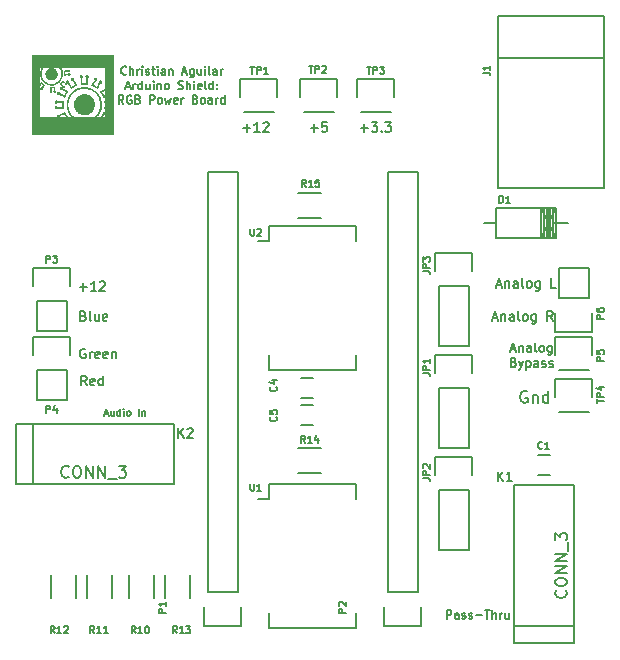
<source format=gto>
G04 #@! TF.FileFunction,Legend,Top*
%FSLAX46Y46*%
G04 Gerber Fmt 4.6, Leading zero omitted, Abs format (unit mm)*
G04 Created by KiCad (PCBNEW 4.0.4-stable) date 10/08/16 21:13:52*
%MOMM*%
%LPD*%
G01*
G04 APERTURE LIST*
%ADD10C,0.152400*%
%ADD11C,0.175000*%
%ADD12C,0.150000*%
%ADD13C,0.200000*%
%ADD14C,0.010000*%
G04 APERTURE END LIST*
D10*
D11*
X146735334Y-112711667D02*
X146735334Y-112011667D01*
X147002000Y-112011667D01*
X147068667Y-112045000D01*
X147102000Y-112078333D01*
X147135334Y-112145000D01*
X147135334Y-112245000D01*
X147102000Y-112311667D01*
X147068667Y-112345000D01*
X147002000Y-112378333D01*
X146735334Y-112378333D01*
X147735334Y-112711667D02*
X147735334Y-112345000D01*
X147702000Y-112278333D01*
X147635334Y-112245000D01*
X147502000Y-112245000D01*
X147435334Y-112278333D01*
X147735334Y-112678333D02*
X147668667Y-112711667D01*
X147502000Y-112711667D01*
X147435334Y-112678333D01*
X147402000Y-112611667D01*
X147402000Y-112545000D01*
X147435334Y-112478333D01*
X147502000Y-112445000D01*
X147668667Y-112445000D01*
X147735334Y-112411667D01*
X148035333Y-112678333D02*
X148102000Y-112711667D01*
X148235333Y-112711667D01*
X148302000Y-112678333D01*
X148335333Y-112611667D01*
X148335333Y-112578333D01*
X148302000Y-112511667D01*
X148235333Y-112478333D01*
X148135333Y-112478333D01*
X148068667Y-112445000D01*
X148035333Y-112378333D01*
X148035333Y-112345000D01*
X148068667Y-112278333D01*
X148135333Y-112245000D01*
X148235333Y-112245000D01*
X148302000Y-112278333D01*
X148602000Y-112678333D02*
X148668667Y-112711667D01*
X148802000Y-112711667D01*
X148868667Y-112678333D01*
X148902000Y-112611667D01*
X148902000Y-112578333D01*
X148868667Y-112511667D01*
X148802000Y-112478333D01*
X148702000Y-112478333D01*
X148635334Y-112445000D01*
X148602000Y-112378333D01*
X148602000Y-112345000D01*
X148635334Y-112278333D01*
X148702000Y-112245000D01*
X148802000Y-112245000D01*
X148868667Y-112278333D01*
X149202001Y-112445000D02*
X149735334Y-112445000D01*
X149968668Y-112011667D02*
X150368668Y-112011667D01*
X150168668Y-112711667D02*
X150168668Y-112011667D01*
X150602001Y-112711667D02*
X150602001Y-112011667D01*
X150902001Y-112711667D02*
X150902001Y-112345000D01*
X150868667Y-112278333D01*
X150802001Y-112245000D01*
X150702001Y-112245000D01*
X150635334Y-112278333D01*
X150602001Y-112311667D01*
X151235334Y-112711667D02*
X151235334Y-112245000D01*
X151235334Y-112378333D02*
X151268667Y-112311667D01*
X151302000Y-112278333D01*
X151368667Y-112245000D01*
X151435334Y-112245000D01*
X151968667Y-112245000D02*
X151968667Y-112711667D01*
X151668667Y-112245000D02*
X151668667Y-112611667D01*
X151702000Y-112678333D01*
X151768667Y-112711667D01*
X151868667Y-112711667D01*
X151935333Y-112678333D01*
X151968667Y-112645000D01*
X119594002Y-66589000D02*
X119560668Y-66622333D01*
X119460668Y-66655667D01*
X119394002Y-66655667D01*
X119294002Y-66622333D01*
X119227335Y-66555667D01*
X119194002Y-66489000D01*
X119160668Y-66355667D01*
X119160668Y-66255667D01*
X119194002Y-66122333D01*
X119227335Y-66055667D01*
X119294002Y-65989000D01*
X119394002Y-65955667D01*
X119460668Y-65955667D01*
X119560668Y-65989000D01*
X119594002Y-66022333D01*
X119894002Y-66655667D02*
X119894002Y-65955667D01*
X120194002Y-66655667D02*
X120194002Y-66289000D01*
X120160668Y-66222333D01*
X120094002Y-66189000D01*
X119994002Y-66189000D01*
X119927335Y-66222333D01*
X119894002Y-66255667D01*
X120527335Y-66655667D02*
X120527335Y-66189000D01*
X120527335Y-66322333D02*
X120560668Y-66255667D01*
X120594001Y-66222333D01*
X120660668Y-66189000D01*
X120727335Y-66189000D01*
X120960668Y-66655667D02*
X120960668Y-66189000D01*
X120960668Y-65955667D02*
X120927334Y-65989000D01*
X120960668Y-66022333D01*
X120994001Y-65989000D01*
X120960668Y-65955667D01*
X120960668Y-66022333D01*
X121260667Y-66622333D02*
X121327334Y-66655667D01*
X121460667Y-66655667D01*
X121527334Y-66622333D01*
X121560667Y-66555667D01*
X121560667Y-66522333D01*
X121527334Y-66455667D01*
X121460667Y-66422333D01*
X121360667Y-66422333D01*
X121294001Y-66389000D01*
X121260667Y-66322333D01*
X121260667Y-66289000D01*
X121294001Y-66222333D01*
X121360667Y-66189000D01*
X121460667Y-66189000D01*
X121527334Y-66222333D01*
X121760668Y-66189000D02*
X122027334Y-66189000D01*
X121860668Y-65955667D02*
X121860668Y-66555667D01*
X121894001Y-66622333D01*
X121960668Y-66655667D01*
X122027334Y-66655667D01*
X122260668Y-66655667D02*
X122260668Y-66189000D01*
X122260668Y-65955667D02*
X122227334Y-65989000D01*
X122260668Y-66022333D01*
X122294001Y-65989000D01*
X122260668Y-65955667D01*
X122260668Y-66022333D01*
X122894001Y-66655667D02*
X122894001Y-66289000D01*
X122860667Y-66222333D01*
X122794001Y-66189000D01*
X122660667Y-66189000D01*
X122594001Y-66222333D01*
X122894001Y-66622333D02*
X122827334Y-66655667D01*
X122660667Y-66655667D01*
X122594001Y-66622333D01*
X122560667Y-66555667D01*
X122560667Y-66489000D01*
X122594001Y-66422333D01*
X122660667Y-66389000D01*
X122827334Y-66389000D01*
X122894001Y-66355667D01*
X123227334Y-66189000D02*
X123227334Y-66655667D01*
X123227334Y-66255667D02*
X123260667Y-66222333D01*
X123327334Y-66189000D01*
X123427334Y-66189000D01*
X123494000Y-66222333D01*
X123527334Y-66289000D01*
X123527334Y-66655667D01*
X124360666Y-66455667D02*
X124694000Y-66455667D01*
X124294000Y-66655667D02*
X124527333Y-65955667D01*
X124760666Y-66655667D01*
X125294000Y-66189000D02*
X125294000Y-66755667D01*
X125260666Y-66822333D01*
X125227333Y-66855667D01*
X125160666Y-66889000D01*
X125060666Y-66889000D01*
X124994000Y-66855667D01*
X125294000Y-66622333D02*
X125227333Y-66655667D01*
X125094000Y-66655667D01*
X125027333Y-66622333D01*
X124994000Y-66589000D01*
X124960666Y-66522333D01*
X124960666Y-66322333D01*
X124994000Y-66255667D01*
X125027333Y-66222333D01*
X125094000Y-66189000D01*
X125227333Y-66189000D01*
X125294000Y-66222333D01*
X125927333Y-66189000D02*
X125927333Y-66655667D01*
X125627333Y-66189000D02*
X125627333Y-66555667D01*
X125660666Y-66622333D01*
X125727333Y-66655667D01*
X125827333Y-66655667D01*
X125893999Y-66622333D01*
X125927333Y-66589000D01*
X126260666Y-66655667D02*
X126260666Y-66189000D01*
X126260666Y-65955667D02*
X126227332Y-65989000D01*
X126260666Y-66022333D01*
X126293999Y-65989000D01*
X126260666Y-65955667D01*
X126260666Y-66022333D01*
X126693999Y-66655667D02*
X126627332Y-66622333D01*
X126593999Y-66555667D01*
X126593999Y-65955667D01*
X127260666Y-66655667D02*
X127260666Y-66289000D01*
X127227332Y-66222333D01*
X127160666Y-66189000D01*
X127027332Y-66189000D01*
X126960666Y-66222333D01*
X127260666Y-66622333D02*
X127193999Y-66655667D01*
X127027332Y-66655667D01*
X126960666Y-66622333D01*
X126927332Y-66555667D01*
X126927332Y-66489000D01*
X126960666Y-66422333D01*
X127027332Y-66389000D01*
X127193999Y-66389000D01*
X127260666Y-66355667D01*
X127593999Y-66655667D02*
X127593999Y-66189000D01*
X127593999Y-66322333D02*
X127627332Y-66255667D01*
X127660665Y-66222333D01*
X127727332Y-66189000D01*
X127793999Y-66189000D01*
X119577335Y-67680667D02*
X119910669Y-67680667D01*
X119510669Y-67880667D02*
X119744002Y-67180667D01*
X119977335Y-67880667D01*
X120210669Y-67880667D02*
X120210669Y-67414000D01*
X120210669Y-67547333D02*
X120244002Y-67480667D01*
X120277335Y-67447333D01*
X120344002Y-67414000D01*
X120410669Y-67414000D01*
X120944002Y-67880667D02*
X120944002Y-67180667D01*
X120944002Y-67847333D02*
X120877335Y-67880667D01*
X120744002Y-67880667D01*
X120677335Y-67847333D01*
X120644002Y-67814000D01*
X120610668Y-67747333D01*
X120610668Y-67547333D01*
X120644002Y-67480667D01*
X120677335Y-67447333D01*
X120744002Y-67414000D01*
X120877335Y-67414000D01*
X120944002Y-67447333D01*
X121577335Y-67414000D02*
X121577335Y-67880667D01*
X121277335Y-67414000D02*
X121277335Y-67780667D01*
X121310668Y-67847333D01*
X121377335Y-67880667D01*
X121477335Y-67880667D01*
X121544001Y-67847333D01*
X121577335Y-67814000D01*
X121910668Y-67880667D02*
X121910668Y-67414000D01*
X121910668Y-67180667D02*
X121877334Y-67214000D01*
X121910668Y-67247333D01*
X121944001Y-67214000D01*
X121910668Y-67180667D01*
X121910668Y-67247333D01*
X122244001Y-67414000D02*
X122244001Y-67880667D01*
X122244001Y-67480667D02*
X122277334Y-67447333D01*
X122344001Y-67414000D01*
X122444001Y-67414000D01*
X122510667Y-67447333D01*
X122544001Y-67514000D01*
X122544001Y-67880667D01*
X122977334Y-67880667D02*
X122910667Y-67847333D01*
X122877334Y-67814000D01*
X122844000Y-67747333D01*
X122844000Y-67547333D01*
X122877334Y-67480667D01*
X122910667Y-67447333D01*
X122977334Y-67414000D01*
X123077334Y-67414000D01*
X123144000Y-67447333D01*
X123177334Y-67480667D01*
X123210667Y-67547333D01*
X123210667Y-67747333D01*
X123177334Y-67814000D01*
X123144000Y-67847333D01*
X123077334Y-67880667D01*
X122977334Y-67880667D01*
X124010666Y-67847333D02*
X124110666Y-67880667D01*
X124277333Y-67880667D01*
X124344000Y-67847333D01*
X124377333Y-67814000D01*
X124410666Y-67747333D01*
X124410666Y-67680667D01*
X124377333Y-67614000D01*
X124344000Y-67580667D01*
X124277333Y-67547333D01*
X124144000Y-67514000D01*
X124077333Y-67480667D01*
X124044000Y-67447333D01*
X124010666Y-67380667D01*
X124010666Y-67314000D01*
X124044000Y-67247333D01*
X124077333Y-67214000D01*
X124144000Y-67180667D01*
X124310666Y-67180667D01*
X124410666Y-67214000D01*
X124710667Y-67880667D02*
X124710667Y-67180667D01*
X125010667Y-67880667D02*
X125010667Y-67514000D01*
X124977333Y-67447333D01*
X124910667Y-67414000D01*
X124810667Y-67414000D01*
X124744000Y-67447333D01*
X124710667Y-67480667D01*
X125344000Y-67880667D02*
X125344000Y-67414000D01*
X125344000Y-67180667D02*
X125310666Y-67214000D01*
X125344000Y-67247333D01*
X125377333Y-67214000D01*
X125344000Y-67180667D01*
X125344000Y-67247333D01*
X125943999Y-67847333D02*
X125877333Y-67880667D01*
X125743999Y-67880667D01*
X125677333Y-67847333D01*
X125643999Y-67780667D01*
X125643999Y-67514000D01*
X125677333Y-67447333D01*
X125743999Y-67414000D01*
X125877333Y-67414000D01*
X125943999Y-67447333D01*
X125977333Y-67514000D01*
X125977333Y-67580667D01*
X125643999Y-67647333D01*
X126377333Y-67880667D02*
X126310666Y-67847333D01*
X126277333Y-67780667D01*
X126277333Y-67180667D01*
X126944000Y-67880667D02*
X126944000Y-67180667D01*
X126944000Y-67847333D02*
X126877333Y-67880667D01*
X126744000Y-67880667D01*
X126677333Y-67847333D01*
X126644000Y-67814000D01*
X126610666Y-67747333D01*
X126610666Y-67547333D01*
X126644000Y-67480667D01*
X126677333Y-67447333D01*
X126744000Y-67414000D01*
X126877333Y-67414000D01*
X126944000Y-67447333D01*
X127277333Y-67814000D02*
X127310666Y-67847333D01*
X127277333Y-67880667D01*
X127243999Y-67847333D01*
X127277333Y-67814000D01*
X127277333Y-67880667D01*
X127277333Y-67447333D02*
X127310666Y-67480667D01*
X127277333Y-67514000D01*
X127243999Y-67480667D01*
X127277333Y-67447333D01*
X127277333Y-67514000D01*
X119360669Y-69105667D02*
X119127335Y-68772333D01*
X118960669Y-69105667D02*
X118960669Y-68405667D01*
X119227335Y-68405667D01*
X119294002Y-68439000D01*
X119327335Y-68472333D01*
X119360669Y-68539000D01*
X119360669Y-68639000D01*
X119327335Y-68705667D01*
X119294002Y-68739000D01*
X119227335Y-68772333D01*
X118960669Y-68772333D01*
X120027335Y-68439000D02*
X119960669Y-68405667D01*
X119860669Y-68405667D01*
X119760669Y-68439000D01*
X119694002Y-68505667D01*
X119660669Y-68572333D01*
X119627335Y-68705667D01*
X119627335Y-68805667D01*
X119660669Y-68939000D01*
X119694002Y-69005667D01*
X119760669Y-69072333D01*
X119860669Y-69105667D01*
X119927335Y-69105667D01*
X120027335Y-69072333D01*
X120060669Y-69039000D01*
X120060669Y-68805667D01*
X119927335Y-68805667D01*
X120594002Y-68739000D02*
X120694002Y-68772333D01*
X120727335Y-68805667D01*
X120760669Y-68872333D01*
X120760669Y-68972333D01*
X120727335Y-69039000D01*
X120694002Y-69072333D01*
X120627335Y-69105667D01*
X120360669Y-69105667D01*
X120360669Y-68405667D01*
X120594002Y-68405667D01*
X120660669Y-68439000D01*
X120694002Y-68472333D01*
X120727335Y-68539000D01*
X120727335Y-68605667D01*
X120694002Y-68672333D01*
X120660669Y-68705667D01*
X120594002Y-68739000D01*
X120360669Y-68739000D01*
X121594002Y-69105667D02*
X121594002Y-68405667D01*
X121860668Y-68405667D01*
X121927335Y-68439000D01*
X121960668Y-68472333D01*
X121994002Y-68539000D01*
X121994002Y-68639000D01*
X121960668Y-68705667D01*
X121927335Y-68739000D01*
X121860668Y-68772333D01*
X121594002Y-68772333D01*
X122394002Y-69105667D02*
X122327335Y-69072333D01*
X122294002Y-69039000D01*
X122260668Y-68972333D01*
X122260668Y-68772333D01*
X122294002Y-68705667D01*
X122327335Y-68672333D01*
X122394002Y-68639000D01*
X122494002Y-68639000D01*
X122560668Y-68672333D01*
X122594002Y-68705667D01*
X122627335Y-68772333D01*
X122627335Y-68972333D01*
X122594002Y-69039000D01*
X122560668Y-69072333D01*
X122494002Y-69105667D01*
X122394002Y-69105667D01*
X122860668Y-68639000D02*
X122994001Y-69105667D01*
X123127335Y-68772333D01*
X123260668Y-69105667D01*
X123394001Y-68639000D01*
X123927334Y-69072333D02*
X123860668Y-69105667D01*
X123727334Y-69105667D01*
X123660668Y-69072333D01*
X123627334Y-69005667D01*
X123627334Y-68739000D01*
X123660668Y-68672333D01*
X123727334Y-68639000D01*
X123860668Y-68639000D01*
X123927334Y-68672333D01*
X123960668Y-68739000D01*
X123960668Y-68805667D01*
X123627334Y-68872333D01*
X124260668Y-69105667D02*
X124260668Y-68639000D01*
X124260668Y-68772333D02*
X124294001Y-68705667D01*
X124327334Y-68672333D01*
X124394001Y-68639000D01*
X124460668Y-68639000D01*
X125460667Y-68739000D02*
X125560667Y-68772333D01*
X125594000Y-68805667D01*
X125627334Y-68872333D01*
X125627334Y-68972333D01*
X125594000Y-69039000D01*
X125560667Y-69072333D01*
X125494000Y-69105667D01*
X125227334Y-69105667D01*
X125227334Y-68405667D01*
X125460667Y-68405667D01*
X125527334Y-68439000D01*
X125560667Y-68472333D01*
X125594000Y-68539000D01*
X125594000Y-68605667D01*
X125560667Y-68672333D01*
X125527334Y-68705667D01*
X125460667Y-68739000D01*
X125227334Y-68739000D01*
X126027334Y-69105667D02*
X125960667Y-69072333D01*
X125927334Y-69039000D01*
X125894000Y-68972333D01*
X125894000Y-68772333D01*
X125927334Y-68705667D01*
X125960667Y-68672333D01*
X126027334Y-68639000D01*
X126127334Y-68639000D01*
X126194000Y-68672333D01*
X126227334Y-68705667D01*
X126260667Y-68772333D01*
X126260667Y-68972333D01*
X126227334Y-69039000D01*
X126194000Y-69072333D01*
X126127334Y-69105667D01*
X126027334Y-69105667D01*
X126860667Y-69105667D02*
X126860667Y-68739000D01*
X126827333Y-68672333D01*
X126760667Y-68639000D01*
X126627333Y-68639000D01*
X126560667Y-68672333D01*
X126860667Y-69072333D02*
X126794000Y-69105667D01*
X126627333Y-69105667D01*
X126560667Y-69072333D01*
X126527333Y-69005667D01*
X126527333Y-68939000D01*
X126560667Y-68872333D01*
X126627333Y-68839000D01*
X126794000Y-68839000D01*
X126860667Y-68805667D01*
X127194000Y-69105667D02*
X127194000Y-68639000D01*
X127194000Y-68772333D02*
X127227333Y-68705667D01*
X127260666Y-68672333D01*
X127327333Y-68639000D01*
X127394000Y-68639000D01*
X127927333Y-69105667D02*
X127927333Y-68405667D01*
X127927333Y-69072333D02*
X127860666Y-69105667D01*
X127727333Y-69105667D01*
X127660666Y-69072333D01*
X127627333Y-69039000D01*
X127593999Y-68972333D01*
X127593999Y-68772333D01*
X127627333Y-68705667D01*
X127660666Y-68672333D01*
X127727333Y-68639000D01*
X127860666Y-68639000D01*
X127927333Y-68672333D01*
D12*
X117764144Y-95350000D02*
X118049858Y-95350000D01*
X117707001Y-95521429D02*
X117907001Y-94921429D01*
X118107001Y-95521429D01*
X118564144Y-95121429D02*
X118564144Y-95521429D01*
X118307001Y-95121429D02*
X118307001Y-95435714D01*
X118335573Y-95492857D01*
X118392715Y-95521429D01*
X118478430Y-95521429D01*
X118535573Y-95492857D01*
X118564144Y-95464286D01*
X119107001Y-95521429D02*
X119107001Y-94921429D01*
X119107001Y-95492857D02*
X119049858Y-95521429D01*
X118935572Y-95521429D01*
X118878430Y-95492857D01*
X118849858Y-95464286D01*
X118821287Y-95407143D01*
X118821287Y-95235714D01*
X118849858Y-95178571D01*
X118878430Y-95150000D01*
X118935572Y-95121429D01*
X119049858Y-95121429D01*
X119107001Y-95150000D01*
X119392715Y-95521429D02*
X119392715Y-95121429D01*
X119392715Y-94921429D02*
X119364144Y-94950000D01*
X119392715Y-94978571D01*
X119421287Y-94950000D01*
X119392715Y-94921429D01*
X119392715Y-94978571D01*
X119764143Y-95521429D02*
X119707001Y-95492857D01*
X119678429Y-95464286D01*
X119649858Y-95407143D01*
X119649858Y-95235714D01*
X119678429Y-95178571D01*
X119707001Y-95150000D01*
X119764143Y-95121429D01*
X119849858Y-95121429D01*
X119907001Y-95150000D01*
X119935572Y-95178571D01*
X119964143Y-95235714D01*
X119964143Y-95407143D01*
X119935572Y-95464286D01*
X119907001Y-95492857D01*
X119849858Y-95521429D01*
X119764143Y-95521429D01*
X120678429Y-95521429D02*
X120678429Y-94921429D01*
X120964143Y-95121429D02*
X120964143Y-95521429D01*
X120964143Y-95178571D02*
X120992715Y-95150000D01*
X121049857Y-95121429D01*
X121135572Y-95121429D01*
X121192715Y-95150000D01*
X121221286Y-95207143D01*
X121221286Y-95521429D01*
D13*
X153535143Y-93480000D02*
X153439905Y-93432381D01*
X153297048Y-93432381D01*
X153154190Y-93480000D01*
X153058952Y-93575238D01*
X153011333Y-93670476D01*
X152963714Y-93860952D01*
X152963714Y-94003810D01*
X153011333Y-94194286D01*
X153058952Y-94289524D01*
X153154190Y-94384762D01*
X153297048Y-94432381D01*
X153392286Y-94432381D01*
X153535143Y-94384762D01*
X153582762Y-94337143D01*
X153582762Y-94003810D01*
X153392286Y-94003810D01*
X154011333Y-93765714D02*
X154011333Y-94432381D01*
X154011333Y-93860952D02*
X154058952Y-93813333D01*
X154154190Y-93765714D01*
X154297048Y-93765714D01*
X154392286Y-93813333D01*
X154439905Y-93908571D01*
X154439905Y-94432381D01*
X155344667Y-94432381D02*
X155344667Y-93432381D01*
X155344667Y-94384762D02*
X155249429Y-94432381D01*
X155058952Y-94432381D01*
X154963714Y-94384762D01*
X154916095Y-94337143D01*
X154868476Y-94241905D01*
X154868476Y-93956190D01*
X154916095Y-93860952D01*
X154963714Y-93813333D01*
X155058952Y-93765714D01*
X155249429Y-93765714D01*
X155344667Y-93813333D01*
D12*
X150609618Y-87255333D02*
X150990570Y-87255333D01*
X150533427Y-87483905D02*
X150800094Y-86683905D01*
X151066761Y-87483905D01*
X151333427Y-86950571D02*
X151333427Y-87483905D01*
X151333427Y-87026762D02*
X151371522Y-86988667D01*
X151447713Y-86950571D01*
X151561999Y-86950571D01*
X151638189Y-86988667D01*
X151676284Y-87064857D01*
X151676284Y-87483905D01*
X152400094Y-87483905D02*
X152400094Y-87064857D01*
X152361999Y-86988667D01*
X152285809Y-86950571D01*
X152133428Y-86950571D01*
X152057237Y-86988667D01*
X152400094Y-87445810D02*
X152323904Y-87483905D01*
X152133428Y-87483905D01*
X152057237Y-87445810D01*
X152019142Y-87369619D01*
X152019142Y-87293429D01*
X152057237Y-87217238D01*
X152133428Y-87179143D01*
X152323904Y-87179143D01*
X152400094Y-87141048D01*
X152895333Y-87483905D02*
X152819142Y-87445810D01*
X152781047Y-87369619D01*
X152781047Y-86683905D01*
X153314381Y-87483905D02*
X153238190Y-87445810D01*
X153200095Y-87407714D01*
X153162000Y-87331524D01*
X153162000Y-87102952D01*
X153200095Y-87026762D01*
X153238190Y-86988667D01*
X153314381Y-86950571D01*
X153428667Y-86950571D01*
X153504857Y-86988667D01*
X153542952Y-87026762D01*
X153581048Y-87102952D01*
X153581048Y-87331524D01*
X153542952Y-87407714D01*
X153504857Y-87445810D01*
X153428667Y-87483905D01*
X153314381Y-87483905D01*
X154266762Y-86950571D02*
X154266762Y-87598190D01*
X154228667Y-87674381D01*
X154190572Y-87712476D01*
X154114381Y-87750571D01*
X154000096Y-87750571D01*
X153923905Y-87712476D01*
X154266762Y-87445810D02*
X154190572Y-87483905D01*
X154038191Y-87483905D01*
X153962000Y-87445810D01*
X153923905Y-87407714D01*
X153885810Y-87331524D01*
X153885810Y-87102952D01*
X153923905Y-87026762D01*
X153962000Y-86988667D01*
X154038191Y-86950571D01*
X154190572Y-86950571D01*
X154266762Y-86988667D01*
X155714382Y-87483905D02*
X155447715Y-87102952D01*
X155257239Y-87483905D02*
X155257239Y-86683905D01*
X155562001Y-86683905D01*
X155638192Y-86722000D01*
X155676287Y-86760095D01*
X155714382Y-86836286D01*
X155714382Y-86950571D01*
X155676287Y-87026762D01*
X155638192Y-87064857D01*
X155562001Y-87102952D01*
X155257239Y-87102952D01*
X152191858Y-89911500D02*
X152549001Y-89911500D01*
X152120430Y-90125786D02*
X152370430Y-89375786D01*
X152620430Y-90125786D01*
X152870429Y-89625786D02*
X152870429Y-90125786D01*
X152870429Y-89697214D02*
X152906144Y-89661500D01*
X152977572Y-89625786D01*
X153084715Y-89625786D01*
X153156144Y-89661500D01*
X153191858Y-89732929D01*
X153191858Y-90125786D01*
X153870429Y-90125786D02*
X153870429Y-89732929D01*
X153834715Y-89661500D01*
X153763286Y-89625786D01*
X153620429Y-89625786D01*
X153549000Y-89661500D01*
X153870429Y-90090071D02*
X153799000Y-90125786D01*
X153620429Y-90125786D01*
X153549000Y-90090071D01*
X153513286Y-90018643D01*
X153513286Y-89947214D01*
X153549000Y-89875786D01*
X153620429Y-89840071D01*
X153799000Y-89840071D01*
X153870429Y-89804357D01*
X154334714Y-90125786D02*
X154263286Y-90090071D01*
X154227571Y-90018643D01*
X154227571Y-89375786D01*
X154727571Y-90125786D02*
X154656143Y-90090071D01*
X154620428Y-90054357D01*
X154584714Y-89982929D01*
X154584714Y-89768643D01*
X154620428Y-89697214D01*
X154656143Y-89661500D01*
X154727571Y-89625786D01*
X154834714Y-89625786D01*
X154906143Y-89661500D01*
X154941857Y-89697214D01*
X154977571Y-89768643D01*
X154977571Y-89982929D01*
X154941857Y-90054357D01*
X154906143Y-90090071D01*
X154834714Y-90125786D01*
X154727571Y-90125786D01*
X155620428Y-89625786D02*
X155620428Y-90232929D01*
X155584714Y-90304357D01*
X155548999Y-90340071D01*
X155477571Y-90375786D01*
X155370428Y-90375786D01*
X155298999Y-90340071D01*
X155620428Y-90090071D02*
X155548999Y-90125786D01*
X155406142Y-90125786D01*
X155334714Y-90090071D01*
X155298999Y-90054357D01*
X155263285Y-89982929D01*
X155263285Y-89768643D01*
X155298999Y-89697214D01*
X155334714Y-89661500D01*
X155406142Y-89625786D01*
X155548999Y-89625786D01*
X155620428Y-89661500D01*
X152406143Y-91007929D02*
X152513286Y-91043643D01*
X152549001Y-91079357D01*
X152584715Y-91150786D01*
X152584715Y-91257929D01*
X152549001Y-91329357D01*
X152513286Y-91365071D01*
X152441858Y-91400786D01*
X152156143Y-91400786D01*
X152156143Y-90650786D01*
X152406143Y-90650786D01*
X152477572Y-90686500D01*
X152513286Y-90722214D01*
X152549001Y-90793643D01*
X152549001Y-90865071D01*
X152513286Y-90936500D01*
X152477572Y-90972214D01*
X152406143Y-91007929D01*
X152156143Y-91007929D01*
X152834715Y-90900786D02*
X153013286Y-91400786D01*
X153191858Y-90900786D02*
X153013286Y-91400786D01*
X152941858Y-91579357D01*
X152906143Y-91615071D01*
X152834715Y-91650786D01*
X153477572Y-90900786D02*
X153477572Y-91650786D01*
X153477572Y-90936500D02*
X153549001Y-90900786D01*
X153691858Y-90900786D01*
X153763287Y-90936500D01*
X153799001Y-90972214D01*
X153834715Y-91043643D01*
X153834715Y-91257929D01*
X153799001Y-91329357D01*
X153763287Y-91365071D01*
X153691858Y-91400786D01*
X153549001Y-91400786D01*
X153477572Y-91365071D01*
X154477572Y-91400786D02*
X154477572Y-91007929D01*
X154441858Y-90936500D01*
X154370429Y-90900786D01*
X154227572Y-90900786D01*
X154156143Y-90936500D01*
X154477572Y-91365071D02*
X154406143Y-91400786D01*
X154227572Y-91400786D01*
X154156143Y-91365071D01*
X154120429Y-91293643D01*
X154120429Y-91222214D01*
X154156143Y-91150786D01*
X154227572Y-91115071D01*
X154406143Y-91115071D01*
X154477572Y-91079357D01*
X154799000Y-91365071D02*
X154870429Y-91400786D01*
X155013286Y-91400786D01*
X155084714Y-91365071D01*
X155120429Y-91293643D01*
X155120429Y-91257929D01*
X155084714Y-91186500D01*
X155013286Y-91150786D01*
X154906143Y-91150786D01*
X154834714Y-91115071D01*
X154799000Y-91043643D01*
X154799000Y-91007929D01*
X154834714Y-90936500D01*
X154906143Y-90900786D01*
X155013286Y-90900786D01*
X155084714Y-90936500D01*
X155406143Y-91365071D02*
X155477572Y-91400786D01*
X155620429Y-91400786D01*
X155691857Y-91365071D01*
X155727572Y-91293643D01*
X155727572Y-91257929D01*
X155691857Y-91186500D01*
X155620429Y-91150786D01*
X155513286Y-91150786D01*
X155441857Y-91115071D01*
X155406143Y-91043643D01*
X155406143Y-91007929D01*
X155441857Y-90936500D01*
X155513286Y-90900786D01*
X155620429Y-90900786D01*
X155691857Y-90936500D01*
X150939809Y-84461333D02*
X151320761Y-84461333D01*
X150863618Y-84689905D02*
X151130285Y-83889905D01*
X151396952Y-84689905D01*
X151663618Y-84156571D02*
X151663618Y-84689905D01*
X151663618Y-84232762D02*
X151701713Y-84194667D01*
X151777904Y-84156571D01*
X151892190Y-84156571D01*
X151968380Y-84194667D01*
X152006475Y-84270857D01*
X152006475Y-84689905D01*
X152730285Y-84689905D02*
X152730285Y-84270857D01*
X152692190Y-84194667D01*
X152616000Y-84156571D01*
X152463619Y-84156571D01*
X152387428Y-84194667D01*
X152730285Y-84651810D02*
X152654095Y-84689905D01*
X152463619Y-84689905D01*
X152387428Y-84651810D01*
X152349333Y-84575619D01*
X152349333Y-84499429D01*
X152387428Y-84423238D01*
X152463619Y-84385143D01*
X152654095Y-84385143D01*
X152730285Y-84347048D01*
X153225524Y-84689905D02*
X153149333Y-84651810D01*
X153111238Y-84575619D01*
X153111238Y-83889905D01*
X153644572Y-84689905D02*
X153568381Y-84651810D01*
X153530286Y-84613714D01*
X153492191Y-84537524D01*
X153492191Y-84308952D01*
X153530286Y-84232762D01*
X153568381Y-84194667D01*
X153644572Y-84156571D01*
X153758858Y-84156571D01*
X153835048Y-84194667D01*
X153873143Y-84232762D01*
X153911239Y-84308952D01*
X153911239Y-84537524D01*
X153873143Y-84613714D01*
X153835048Y-84651810D01*
X153758858Y-84689905D01*
X153644572Y-84689905D01*
X154596953Y-84156571D02*
X154596953Y-84804190D01*
X154558858Y-84880381D01*
X154520763Y-84918476D01*
X154444572Y-84956571D01*
X154330287Y-84956571D01*
X154254096Y-84918476D01*
X154596953Y-84651810D02*
X154520763Y-84689905D01*
X154368382Y-84689905D01*
X154292191Y-84651810D01*
X154254096Y-84613714D01*
X154216001Y-84537524D01*
X154216001Y-84308952D01*
X154254096Y-84232762D01*
X154292191Y-84194667D01*
X154368382Y-84156571D01*
X154520763Y-84156571D01*
X154596953Y-84194667D01*
X155968383Y-84689905D02*
X155587430Y-84689905D01*
X155587430Y-83889905D01*
D13*
X139458857Y-71177143D02*
X140068381Y-71177143D01*
X139763619Y-71481905D02*
X139763619Y-70872381D01*
X140373143Y-70681905D02*
X140868381Y-70681905D01*
X140601714Y-70986667D01*
X140716000Y-70986667D01*
X140792190Y-71024762D01*
X140830286Y-71062857D01*
X140868381Y-71139048D01*
X140868381Y-71329524D01*
X140830286Y-71405714D01*
X140792190Y-71443810D01*
X140716000Y-71481905D01*
X140487428Y-71481905D01*
X140411238Y-71443810D01*
X140373143Y-71405714D01*
X141211238Y-71405714D02*
X141249333Y-71443810D01*
X141211238Y-71481905D01*
X141173143Y-71443810D01*
X141211238Y-71405714D01*
X141211238Y-71481905D01*
X141516000Y-70681905D02*
X142011238Y-70681905D01*
X141744571Y-70986667D01*
X141858857Y-70986667D01*
X141935047Y-71024762D01*
X141973143Y-71062857D01*
X142011238Y-71139048D01*
X142011238Y-71329524D01*
X141973143Y-71405714D01*
X141935047Y-71443810D01*
X141858857Y-71481905D01*
X141630285Y-71481905D01*
X141554095Y-71443810D01*
X141516000Y-71405714D01*
X135204286Y-71177143D02*
X135813810Y-71177143D01*
X135509048Y-71481905D02*
X135509048Y-70872381D01*
X136575715Y-70681905D02*
X136194762Y-70681905D01*
X136156667Y-71062857D01*
X136194762Y-71024762D01*
X136270953Y-70986667D01*
X136461429Y-70986667D01*
X136537619Y-71024762D01*
X136575715Y-71062857D01*
X136613810Y-71139048D01*
X136613810Y-71329524D01*
X136575715Y-71405714D01*
X136537619Y-71443810D01*
X136461429Y-71481905D01*
X136270953Y-71481905D01*
X136194762Y-71443810D01*
X136156667Y-71405714D01*
X129489333Y-71177143D02*
X130098857Y-71177143D01*
X129794095Y-71481905D02*
X129794095Y-70872381D01*
X130898857Y-71481905D02*
X130441714Y-71481905D01*
X130670285Y-71481905D02*
X130670285Y-70681905D01*
X130594095Y-70796190D01*
X130517904Y-70872381D01*
X130441714Y-70910476D01*
X131203619Y-70758095D02*
X131241714Y-70720000D01*
X131317905Y-70681905D01*
X131508381Y-70681905D01*
X131584571Y-70720000D01*
X131622667Y-70758095D01*
X131660762Y-70834286D01*
X131660762Y-70910476D01*
X131622667Y-71024762D01*
X131165524Y-71481905D01*
X131660762Y-71481905D01*
X116255857Y-92944905D02*
X115989190Y-92563952D01*
X115798714Y-92944905D02*
X115798714Y-92144905D01*
X116103476Y-92144905D01*
X116179667Y-92183000D01*
X116217762Y-92221095D01*
X116255857Y-92297286D01*
X116255857Y-92411571D01*
X116217762Y-92487762D01*
X116179667Y-92525857D01*
X116103476Y-92563952D01*
X115798714Y-92563952D01*
X116903476Y-92906810D02*
X116827286Y-92944905D01*
X116674905Y-92944905D01*
X116598714Y-92906810D01*
X116560619Y-92830619D01*
X116560619Y-92525857D01*
X116598714Y-92449667D01*
X116674905Y-92411571D01*
X116827286Y-92411571D01*
X116903476Y-92449667D01*
X116941571Y-92525857D01*
X116941571Y-92602048D01*
X116560619Y-92678238D01*
X117627285Y-92944905D02*
X117627285Y-92144905D01*
X117627285Y-92906810D02*
X117551095Y-92944905D01*
X117398714Y-92944905D01*
X117322523Y-92906810D01*
X117284428Y-92868714D01*
X117246333Y-92792524D01*
X117246333Y-92563952D01*
X117284428Y-92487762D01*
X117322523Y-92449667D01*
X117398714Y-92411571D01*
X117551095Y-92411571D01*
X117627285Y-92449667D01*
X116135286Y-89897000D02*
X116059095Y-89858905D01*
X115944810Y-89858905D01*
X115830524Y-89897000D01*
X115754333Y-89973190D01*
X115716238Y-90049381D01*
X115678143Y-90201762D01*
X115678143Y-90316048D01*
X115716238Y-90468429D01*
X115754333Y-90544619D01*
X115830524Y-90620810D01*
X115944810Y-90658905D01*
X116021000Y-90658905D01*
X116135286Y-90620810D01*
X116173381Y-90582714D01*
X116173381Y-90316048D01*
X116021000Y-90316048D01*
X116516238Y-90658905D02*
X116516238Y-90125571D01*
X116516238Y-90277952D02*
X116554333Y-90201762D01*
X116592429Y-90163667D01*
X116668619Y-90125571D01*
X116744810Y-90125571D01*
X117316238Y-90620810D02*
X117240048Y-90658905D01*
X117087667Y-90658905D01*
X117011476Y-90620810D01*
X116973381Y-90544619D01*
X116973381Y-90239857D01*
X117011476Y-90163667D01*
X117087667Y-90125571D01*
X117240048Y-90125571D01*
X117316238Y-90163667D01*
X117354333Y-90239857D01*
X117354333Y-90316048D01*
X116973381Y-90392238D01*
X118001952Y-90620810D02*
X117925762Y-90658905D01*
X117773381Y-90658905D01*
X117697190Y-90620810D01*
X117659095Y-90544619D01*
X117659095Y-90239857D01*
X117697190Y-90163667D01*
X117773381Y-90125571D01*
X117925762Y-90125571D01*
X118001952Y-90163667D01*
X118040047Y-90239857D01*
X118040047Y-90316048D01*
X117659095Y-90392238D01*
X118382904Y-90125571D02*
X118382904Y-90658905D01*
X118382904Y-90201762D02*
X118420999Y-90163667D01*
X118497190Y-90125571D01*
X118611476Y-90125571D01*
X118687666Y-90163667D01*
X118725761Y-90239857D01*
X118725761Y-90658905D01*
X115982857Y-87064857D02*
X116097143Y-87102952D01*
X116135238Y-87141048D01*
X116173333Y-87217238D01*
X116173333Y-87331524D01*
X116135238Y-87407714D01*
X116097143Y-87445810D01*
X116020952Y-87483905D01*
X115716190Y-87483905D01*
X115716190Y-86683905D01*
X115982857Y-86683905D01*
X116059047Y-86722000D01*
X116097143Y-86760095D01*
X116135238Y-86836286D01*
X116135238Y-86912476D01*
X116097143Y-86988667D01*
X116059047Y-87026762D01*
X115982857Y-87064857D01*
X115716190Y-87064857D01*
X116630476Y-87483905D02*
X116554285Y-87445810D01*
X116516190Y-87369619D01*
X116516190Y-86683905D01*
X117278095Y-86950571D02*
X117278095Y-87483905D01*
X116935238Y-86950571D02*
X116935238Y-87369619D01*
X116973333Y-87445810D01*
X117049524Y-87483905D01*
X117163810Y-87483905D01*
X117240000Y-87445810D01*
X117278095Y-87407714D01*
X117963810Y-87445810D02*
X117887620Y-87483905D01*
X117735239Y-87483905D01*
X117659048Y-87445810D01*
X117620953Y-87369619D01*
X117620953Y-87064857D01*
X117659048Y-86988667D01*
X117735239Y-86950571D01*
X117887620Y-86950571D01*
X117963810Y-86988667D01*
X118001905Y-87064857D01*
X118001905Y-87141048D01*
X117620953Y-87217238D01*
X115646333Y-84639143D02*
X116255857Y-84639143D01*
X115951095Y-84943905D02*
X115951095Y-84334381D01*
X117055857Y-84943905D02*
X116598714Y-84943905D01*
X116827285Y-84943905D02*
X116827285Y-84143905D01*
X116751095Y-84258190D01*
X116674904Y-84334381D01*
X116598714Y-84372476D01*
X117360619Y-84220095D02*
X117398714Y-84182000D01*
X117474905Y-84143905D01*
X117665381Y-84143905D01*
X117741571Y-84182000D01*
X117779667Y-84220095D01*
X117817762Y-84296286D01*
X117817762Y-84372476D01*
X117779667Y-84486762D01*
X117322524Y-84943905D01*
X117817762Y-84943905D01*
D12*
X154440000Y-100545000D02*
X155440000Y-100545000D01*
X155440000Y-98845000D02*
X154440000Y-98845000D01*
X134374000Y-94068000D02*
X135374000Y-94068000D01*
X135374000Y-92368000D02*
X134374000Y-92368000D01*
X134374000Y-96354000D02*
X135374000Y-96354000D01*
X135374000Y-94654000D02*
X134374000Y-94654000D01*
X150876000Y-79250540D02*
X149860000Y-79250540D01*
X155702000Y-79250540D02*
X156972000Y-79250540D01*
X155448000Y-80520540D02*
X155448000Y-77980540D01*
X155194000Y-80520540D02*
X155194000Y-77980540D01*
X154940000Y-80520540D02*
X154940000Y-77980540D01*
X155702000Y-80520540D02*
X155702000Y-77980540D01*
X154686000Y-80520540D02*
X155956000Y-77980540D01*
X155956000Y-80520540D02*
X154686000Y-77980540D01*
X154686000Y-80520540D02*
X154686000Y-77980540D01*
X155321000Y-80520540D02*
X155321000Y-77980540D01*
X155956000Y-77980540D02*
X155956000Y-80520540D01*
X155956000Y-80520540D02*
X150876000Y-80520540D01*
X150876000Y-80520540D02*
X150876000Y-77980540D01*
X150876000Y-77980540D02*
X155956000Y-77980540D01*
X160075880Y-65214500D02*
X151074120Y-65214500D01*
X160075880Y-61714380D02*
X151074120Y-61714380D01*
X151074120Y-61714380D02*
X151074120Y-76215240D01*
X151074120Y-76215240D02*
X160075880Y-76215240D01*
X160075880Y-76215240D02*
X160075880Y-61714380D01*
X146050000Y-93218000D02*
X146050000Y-98298000D01*
X146050000Y-98298000D02*
X148590000Y-98298000D01*
X148590000Y-98298000D02*
X148590000Y-93218000D01*
X148870000Y-90398000D02*
X148870000Y-91948000D01*
X148590000Y-93218000D02*
X146050000Y-93218000D01*
X145770000Y-91948000D02*
X145770000Y-90398000D01*
X145770000Y-90398000D02*
X148870000Y-90398000D01*
X146050000Y-101854000D02*
X146050000Y-106934000D01*
X146050000Y-106934000D02*
X148590000Y-106934000D01*
X148590000Y-106934000D02*
X148590000Y-101854000D01*
X148870000Y-99034000D02*
X148870000Y-100584000D01*
X148590000Y-101854000D02*
X146050000Y-101854000D01*
X145770000Y-100584000D02*
X145770000Y-99034000D01*
X145770000Y-99034000D02*
X148870000Y-99034000D01*
X146050000Y-84582000D02*
X146050000Y-89662000D01*
X146050000Y-89662000D02*
X148590000Y-89662000D01*
X148590000Y-89662000D02*
X148590000Y-84582000D01*
X148870000Y-81762000D02*
X148870000Y-83312000D01*
X148590000Y-84582000D02*
X146050000Y-84582000D01*
X145770000Y-83312000D02*
X145770000Y-81762000D01*
X145770000Y-81762000D02*
X148870000Y-81762000D01*
X114554000Y-85852000D02*
X114554000Y-88392000D01*
X114834000Y-83032000D02*
X114834000Y-84582000D01*
X114554000Y-85852000D02*
X112014000Y-85852000D01*
X111734000Y-84582000D02*
X111734000Y-83032000D01*
X111734000Y-83032000D02*
X114834000Y-83032000D01*
X112014000Y-85852000D02*
X112014000Y-88392000D01*
X112014000Y-88392000D02*
X114554000Y-88392000D01*
X114554000Y-91694000D02*
X114554000Y-94234000D01*
X114834000Y-88874000D02*
X114834000Y-90424000D01*
X114554000Y-91694000D02*
X112014000Y-91694000D01*
X111734000Y-90424000D02*
X111734000Y-88874000D01*
X111734000Y-88874000D02*
X114834000Y-88874000D01*
X112014000Y-91694000D02*
X112014000Y-94234000D01*
X112014000Y-94234000D02*
X114554000Y-94234000D01*
X159030000Y-88874000D02*
X159030000Y-90424000D01*
X155930000Y-90424000D02*
X155930000Y-88874000D01*
X155930000Y-88874000D02*
X159030000Y-88874000D01*
X156210000Y-91694000D02*
X158750000Y-91694000D01*
X156210000Y-85598000D02*
X156210000Y-83058000D01*
X155930000Y-88418000D02*
X155930000Y-86868000D01*
X156210000Y-85598000D02*
X158750000Y-85598000D01*
X159030000Y-86868000D02*
X159030000Y-88418000D01*
X159030000Y-88418000D02*
X155930000Y-88418000D01*
X158750000Y-85598000D02*
X158750000Y-83058000D01*
X158750000Y-83058000D02*
X156210000Y-83058000D01*
X119829000Y-110982000D02*
X119829000Y-108982000D01*
X121979000Y-108982000D02*
X121979000Y-110982000D01*
X116273000Y-110982000D02*
X116273000Y-108982000D01*
X118423000Y-108982000D02*
X118423000Y-110982000D01*
X113225000Y-110982000D02*
X113225000Y-108982000D01*
X115375000Y-108982000D02*
X115375000Y-110982000D01*
X122877000Y-110982000D02*
X122877000Y-108982000D01*
X125027000Y-108982000D02*
X125027000Y-110982000D01*
X134128000Y-98239000D02*
X136128000Y-98239000D01*
X136128000Y-100389000D02*
X134128000Y-100389000D01*
X134128000Y-76649000D02*
X136128000Y-76649000D01*
X136128000Y-78799000D02*
X134128000Y-78799000D01*
X132360000Y-67030000D02*
X132360000Y-68580000D01*
X129260000Y-68580000D02*
X129260000Y-67030000D01*
X129260000Y-67030000D02*
X132360000Y-67030000D01*
X129540000Y-69850000D02*
X132080000Y-69850000D01*
X137440000Y-67030000D02*
X137440000Y-68580000D01*
X134340000Y-68580000D02*
X134340000Y-67030000D01*
X134340000Y-67030000D02*
X137440000Y-67030000D01*
X134620000Y-69850000D02*
X137160000Y-69850000D01*
X142266000Y-67030000D02*
X142266000Y-68580000D01*
X139166000Y-68580000D02*
X139166000Y-67030000D01*
X139166000Y-67030000D02*
X142266000Y-67030000D01*
X139446000Y-69850000D02*
X141986000Y-69850000D01*
X159030000Y-92430000D02*
X159030000Y-93980000D01*
X155930000Y-93980000D02*
X155930000Y-92430000D01*
X155930000Y-92430000D02*
X159030000Y-92430000D01*
X156210000Y-95250000D02*
X158750000Y-95250000D01*
X131707000Y-101337000D02*
X131707000Y-102607000D01*
X139057000Y-101337000D02*
X139057000Y-102607000D01*
X139057000Y-113547000D02*
X139057000Y-112277000D01*
X131707000Y-113547000D02*
X131707000Y-112277000D01*
X131707000Y-101337000D02*
X139057000Y-101337000D01*
X131707000Y-113547000D02*
X139057000Y-113547000D01*
X131707000Y-102607000D02*
X130772000Y-102607000D01*
X131707000Y-79493000D02*
X131707000Y-80763000D01*
X139057000Y-79493000D02*
X139057000Y-80763000D01*
X139057000Y-91703000D02*
X139057000Y-90433000D01*
X131707000Y-91703000D02*
X131707000Y-90433000D01*
X131707000Y-79493000D02*
X139057000Y-79493000D01*
X131707000Y-91703000D02*
X139057000Y-91703000D01*
X131707000Y-80763000D02*
X130772000Y-80763000D01*
X126492000Y-110490000D02*
X126492000Y-74930000D01*
X126492000Y-74930000D02*
X129032000Y-74930000D01*
X129032000Y-74930000D02*
X129032000Y-110490000D01*
X129312000Y-113310000D02*
X129312000Y-111760000D01*
X129032000Y-110490000D02*
X126492000Y-110490000D01*
X126212000Y-111760000D02*
X126212000Y-113310000D01*
X126212000Y-113310000D02*
X129312000Y-113310000D01*
X141732000Y-110490000D02*
X141732000Y-74930000D01*
X141732000Y-74930000D02*
X144272000Y-74930000D01*
X144272000Y-74930000D02*
X144272000Y-110490000D01*
X144552000Y-113310000D02*
X144552000Y-111760000D01*
X144272000Y-110490000D02*
X141732000Y-110490000D01*
X141452000Y-111760000D02*
X141452000Y-113310000D01*
X141452000Y-113310000D02*
X144552000Y-113310000D01*
D14*
G36*
X118469833Y-71649167D02*
X111654167Y-71649167D01*
X111654167Y-66014600D01*
X112183333Y-66014600D01*
X112183333Y-66779624D01*
X112183341Y-66875588D01*
X112183365Y-66963421D01*
X112183409Y-67043461D01*
X112183474Y-67116043D01*
X112183564Y-67181504D01*
X112183681Y-67240181D01*
X112183827Y-67292409D01*
X112184006Y-67338525D01*
X112184220Y-67378865D01*
X112184470Y-67413766D01*
X112184761Y-67443565D01*
X112185094Y-67468596D01*
X112185472Y-67489198D01*
X112185897Y-67505706D01*
X112186373Y-67518457D01*
X112186902Y-67527787D01*
X112187485Y-67534032D01*
X112188127Y-67537529D01*
X112188829Y-67538615D01*
X112189127Y-67538449D01*
X112192670Y-67534341D01*
X112200877Y-67524668D01*
X112212973Y-67510352D01*
X112228183Y-67492317D01*
X112245731Y-67471485D01*
X112264840Y-67448778D01*
X112284737Y-67425119D01*
X112304644Y-67401431D01*
X112323787Y-67378637D01*
X112341389Y-67357658D01*
X112356676Y-67339417D01*
X112368870Y-67324838D01*
X112377198Y-67314842D01*
X112380826Y-67310426D01*
X112384108Y-67312717D01*
X112392493Y-67320090D01*
X112405052Y-67331687D01*
X112420856Y-67346647D01*
X112438977Y-67364110D01*
X112442577Y-67367613D01*
X112474701Y-67397743D01*
X112508894Y-67427734D01*
X112543443Y-67456193D01*
X112576633Y-67481732D01*
X112606750Y-67502958D01*
X112619366Y-67511056D01*
X112630300Y-67517853D01*
X112637821Y-67522629D01*
X112639784Y-67523957D01*
X112637536Y-67527356D01*
X112630501Y-67536338D01*
X112619382Y-67550044D01*
X112604884Y-67567614D01*
X112587711Y-67588185D01*
X112570079Y-67609112D01*
X112548296Y-67634864D01*
X112525956Y-67661282D01*
X112504380Y-67686804D01*
X112484886Y-67709870D01*
X112468795Y-67728918D01*
X112461686Y-67737339D01*
X112444886Y-67757847D01*
X112433788Y-67772863D01*
X112428077Y-67782854D01*
X112427366Y-67788139D01*
X112429555Y-67796217D01*
X112431530Y-67808805D01*
X112432108Y-67814312D01*
X112430505Y-67836823D01*
X112421918Y-67855167D01*
X112407150Y-67868492D01*
X112387008Y-67875948D01*
X112372565Y-67877251D01*
X112348732Y-67873903D01*
X112330199Y-67864146D01*
X112317469Y-67848474D01*
X112311047Y-67827381D01*
X112310349Y-67816383D01*
X112313903Y-67793273D01*
X112324073Y-67774975D01*
X112340066Y-67762207D01*
X112361089Y-67755686D01*
X112378048Y-67755200D01*
X112398520Y-67756617D01*
X112492010Y-67645550D01*
X112514012Y-67619319D01*
X112534171Y-67595108D01*
X112551860Y-67573684D01*
X112566452Y-67555813D01*
X112577321Y-67542262D01*
X112583839Y-67533797D01*
X112585500Y-67531210D01*
X112582293Y-67526794D01*
X112575975Y-67522082D01*
X112559194Y-67510796D01*
X112537781Y-67494911D01*
X112513251Y-67475645D01*
X112487123Y-67454218D01*
X112460914Y-67431846D01*
X112436585Y-67410156D01*
X112383276Y-67361416D01*
X112288070Y-67474350D01*
X112262329Y-67504976D01*
X112241641Y-67529837D01*
X112225523Y-67549575D01*
X112213492Y-67564831D01*
X112205067Y-67576247D01*
X112199764Y-67584464D01*
X112197101Y-67590123D01*
X112196596Y-67593867D01*
X112197054Y-67595326D01*
X112200915Y-67609482D01*
X112201165Y-67627203D01*
X112198105Y-67644583D01*
X112192288Y-67657378D01*
X112183333Y-67669491D01*
X112183333Y-70247934D01*
X112986608Y-70247746D01*
X113789883Y-70247559D01*
X113780637Y-70242678D01*
X113862814Y-70242678D01*
X113863212Y-70243758D01*
X113865666Y-70244678D01*
X113870703Y-70245450D01*
X113878849Y-70246089D01*
X113890629Y-70246606D01*
X113906569Y-70247015D01*
X113927197Y-70247328D01*
X113953038Y-70247558D01*
X113984617Y-70247719D01*
X114022462Y-70247822D01*
X114067098Y-70247881D01*
X114119051Y-70247908D01*
X114178847Y-70247917D01*
X114190803Y-70247918D01*
X114528223Y-70247934D01*
X114499278Y-70206659D01*
X114464859Y-70154916D01*
X114429923Y-70097376D01*
X114395902Y-70036479D01*
X114369550Y-69985467D01*
X114358269Y-69962571D01*
X114348185Y-69941720D01*
X114339963Y-69924324D01*
X114334271Y-69911792D01*
X114331848Y-69905786D01*
X114327539Y-69898658D01*
X114321842Y-69898619D01*
X114316936Y-69901184D01*
X114305393Y-69907586D01*
X114287910Y-69917429D01*
X114265184Y-69930316D01*
X114237909Y-69945852D01*
X114206783Y-69963641D01*
X114172502Y-69983285D01*
X114135761Y-70004389D01*
X114114890Y-70016400D01*
X113914963Y-70131517D01*
X113914865Y-70153878D01*
X113910830Y-70182868D01*
X113899178Y-70208309D01*
X113880179Y-70229719D01*
X113866083Y-70239987D01*
X113863946Y-70241426D01*
X113862814Y-70242678D01*
X113780637Y-70242678D01*
X113773934Y-70239140D01*
X113756089Y-70225545D01*
X113741113Y-70206227D01*
X113730940Y-70183876D01*
X113729047Y-70176675D01*
X113727283Y-70149673D01*
X113733081Y-70124082D01*
X113745538Y-70101237D01*
X113763750Y-70082470D01*
X113786813Y-70069115D01*
X113805644Y-70063649D01*
X113823320Y-70063069D01*
X113843494Y-70066293D01*
X113862364Y-70072453D01*
X113874625Y-70079416D01*
X113884032Y-70084590D01*
X113891872Y-70085383D01*
X113892047Y-70085320D01*
X113896816Y-70082796D01*
X113908262Y-70076406D01*
X113925732Y-70066521D01*
X113948575Y-70053515D01*
X113976138Y-70037760D01*
X114007770Y-70019628D01*
X114042818Y-69999494D01*
X114080631Y-69977729D01*
X114120556Y-69954706D01*
X114123063Y-69953258D01*
X114162937Y-69930328D01*
X114200645Y-69908808D01*
X114235552Y-69889053D01*
X114267019Y-69871415D01*
X114294410Y-69856246D01*
X114317087Y-69843898D01*
X114334414Y-69834725D01*
X114345754Y-69829079D01*
X114350470Y-69827312D01*
X114350545Y-69827352D01*
X114354031Y-69833446D01*
X114358551Y-69843776D01*
X114359326Y-69845767D01*
X114377577Y-69889788D01*
X114400361Y-69938534D01*
X114426721Y-69990287D01*
X114455696Y-70043326D01*
X114486329Y-70095933D01*
X114517662Y-70146389D01*
X114548736Y-70192975D01*
X114567598Y-70219359D01*
X114588668Y-70247934D01*
X115034385Y-70247934D01*
X115000567Y-70216767D01*
X114966379Y-70183253D01*
X114929823Y-70143826D01*
X114892269Y-70100167D01*
X114855086Y-70053959D01*
X114819645Y-70006887D01*
X114787316Y-69960631D01*
X114768670Y-69931883D01*
X114751138Y-69902311D01*
X114731720Y-69866877D01*
X114711440Y-69827673D01*
X114691320Y-69786789D01*
X114672383Y-69746314D01*
X114655652Y-69708341D01*
X114642149Y-69674958D01*
X114639541Y-69667967D01*
X114605869Y-69564286D01*
X114579641Y-69457595D01*
X114560656Y-69347066D01*
X114559689Y-69339884D01*
X114557085Y-69314498D01*
X114554996Y-69282603D01*
X114553434Y-69245910D01*
X114552410Y-69206128D01*
X114551934Y-69164968D01*
X114552011Y-69127525D01*
X114618467Y-69127525D01*
X114618709Y-69202265D01*
X114625372Y-69307986D01*
X114639299Y-69409965D01*
X114660725Y-69509129D01*
X114689885Y-69606402D01*
X114727016Y-69702709D01*
X114769135Y-69792667D01*
X114819004Y-69882204D01*
X114875950Y-69968594D01*
X114939124Y-70050749D01*
X115007680Y-70127583D01*
X115080770Y-70198011D01*
X115094877Y-70210387D01*
X115138338Y-70247934D01*
X116870807Y-70247934D01*
X116900715Y-70223592D01*
X116913875Y-70212302D01*
X116931246Y-70196562D01*
X116951113Y-70177972D01*
X116971759Y-70158130D01*
X116985892Y-70144217D01*
X117059200Y-70065367D01*
X117125568Y-69981911D01*
X117184876Y-69894259D01*
X117237006Y-69802821D01*
X117281836Y-69708007D01*
X117319247Y-69610229D01*
X117349120Y-69509896D01*
X117371335Y-69407419D01*
X117385772Y-69303208D01*
X117392311Y-69197673D01*
X117390833Y-69091225D01*
X117381219Y-68984274D01*
X117363348Y-68877230D01*
X117360018Y-68861517D01*
X117334302Y-68762642D01*
X117300571Y-68664785D01*
X117259276Y-68569003D01*
X117210868Y-68476352D01*
X117161148Y-68395850D01*
X117097274Y-68307526D01*
X117027585Y-68225216D01*
X116952424Y-68149121D01*
X116872134Y-68079444D01*
X116787058Y-68016388D01*
X116697539Y-67960154D01*
X116603920Y-67910945D01*
X116506543Y-67868964D01*
X116405752Y-67834412D01*
X116301889Y-67807492D01*
X116195298Y-67788405D01*
X116116618Y-67779591D01*
X116084260Y-67777642D01*
X116046230Y-67776624D01*
X116004648Y-67776488D01*
X115961634Y-67777187D01*
X115919307Y-67778674D01*
X115879788Y-67780900D01*
X115845195Y-67783820D01*
X115826116Y-67786100D01*
X115717508Y-67805339D01*
X115611990Y-67832288D01*
X115509866Y-67866771D01*
X115411439Y-67908609D01*
X115317012Y-67957626D01*
X115226888Y-68013646D01*
X115141372Y-68076490D01*
X115060766Y-68145982D01*
X114985374Y-68221946D01*
X114915499Y-68304203D01*
X114897131Y-68328117D01*
X114834503Y-68418309D01*
X114779688Y-68511688D01*
X114732749Y-68608052D01*
X114693751Y-68707197D01*
X114662759Y-68808919D01*
X114639838Y-68913017D01*
X114625053Y-69019287D01*
X114618467Y-69127525D01*
X114552011Y-69127525D01*
X114552019Y-69124140D01*
X114552675Y-69085355D01*
X114553913Y-69050323D01*
X114555745Y-69020754D01*
X114557497Y-69003333D01*
X114575012Y-68892376D01*
X114599015Y-68786501D01*
X114629780Y-68685040D01*
X114667581Y-68587324D01*
X114712693Y-68492686D01*
X114765389Y-68400456D01*
X114825944Y-68309967D01*
X114861306Y-68262500D01*
X114880829Y-68238643D01*
X114905512Y-68210739D01*
X114933998Y-68180145D01*
X114964932Y-68148217D01*
X114996955Y-68116314D01*
X115028710Y-68085792D01*
X115058841Y-68058008D01*
X115085990Y-68034319D01*
X115104333Y-68019473D01*
X115194899Y-67954152D01*
X115286893Y-67896936D01*
X115380978Y-67847547D01*
X115477814Y-67805708D01*
X115578062Y-67771144D01*
X115682382Y-67743576D01*
X115791436Y-67722728D01*
X115824000Y-67717905D01*
X115848173Y-67715336D01*
X115879091Y-67713259D01*
X115915067Y-67711684D01*
X115954413Y-67710622D01*
X115995443Y-67710085D01*
X116036469Y-67710083D01*
X116075806Y-67710628D01*
X116111765Y-67711730D01*
X116142660Y-67713401D01*
X116166804Y-67715652D01*
X116166900Y-67715664D01*
X116281114Y-67734028D01*
X116391140Y-67759748D01*
X116497001Y-67792835D01*
X116598722Y-67833301D01*
X116696325Y-67881157D01*
X116789836Y-67936415D01*
X116879278Y-67999088D01*
X116964676Y-68069185D01*
X117032755Y-68133267D01*
X117108084Y-68214371D01*
X117176283Y-68299712D01*
X117237303Y-68388882D01*
X117291090Y-68481470D01*
X117337594Y-68577068D01*
X117376764Y-68675267D01*
X117408547Y-68775657D01*
X117432894Y-68877830D01*
X117449752Y-68981376D01*
X117459071Y-69085887D01*
X117460798Y-69190952D01*
X117454883Y-69296164D01*
X117441274Y-69401113D01*
X117419920Y-69505389D01*
X117390770Y-69608584D01*
X117353772Y-69710288D01*
X117308875Y-69810093D01*
X117256028Y-69907590D01*
X117255453Y-69908562D01*
X117216375Y-69970919D01*
X117174682Y-70029964D01*
X117128982Y-70087481D01*
X117077879Y-70145255D01*
X117037354Y-70187609D01*
X116977961Y-70247934D01*
X117471046Y-70247934D01*
X117826367Y-70247934D01*
X117826367Y-69995641D01*
X117747677Y-69950004D01*
X117724457Y-69936672D01*
X117703773Y-69925054D01*
X117686713Y-69915740D01*
X117674363Y-69909317D01*
X117667808Y-69906375D01*
X117667062Y-69906293D01*
X117664661Y-69910541D01*
X117659184Y-69921142D01*
X117651264Y-69936841D01*
X117641537Y-69956381D01*
X117632018Y-69975692D01*
X117613447Y-70013009D01*
X117596716Y-70045304D01*
X117580547Y-70074809D01*
X117563666Y-70103761D01*
X117544796Y-70134393D01*
X117522661Y-70168940D01*
X117514633Y-70181259D01*
X117471046Y-70247934D01*
X116977961Y-70247934D01*
X117409383Y-70247842D01*
X117442756Y-70200857D01*
X117474846Y-70153533D01*
X117507327Y-70101644D01*
X117539205Y-70047017D01*
X117569485Y-69991477D01*
X117597170Y-69936850D01*
X117621264Y-69884961D01*
X117640624Y-69838026D01*
X117644376Y-69828169D01*
X117658113Y-69836583D01*
X117665897Y-69841221D01*
X117679680Y-69849302D01*
X117698122Y-69860045D01*
X117719885Y-69872672D01*
X117743627Y-69886401D01*
X117749108Y-69889564D01*
X117826367Y-69934131D01*
X117826367Y-69443600D01*
X117788267Y-69443600D01*
X117769842Y-69443379D01*
X117758369Y-69442538D01*
X117752342Y-69440812D01*
X117750251Y-69437936D01*
X117750167Y-69436883D01*
X117750710Y-69430290D01*
X117752192Y-69417155D01*
X117754394Y-69399319D01*
X117756073Y-69386450D01*
X117779800Y-69386450D01*
X117781917Y-69388567D01*
X117782045Y-69388438D01*
X117805639Y-69388438D01*
X117808432Y-69392171D01*
X117815303Y-69392800D01*
X117826367Y-69392800D01*
X117826367Y-68973700D01*
X117815290Y-68973700D01*
X117807546Y-68974716D01*
X117805693Y-68979523D01*
X117806593Y-68985342D01*
X117807534Y-68992925D01*
X117808818Y-69007537D01*
X117810339Y-69027753D01*
X117811992Y-69052146D01*
X117813673Y-69079291D01*
X117814241Y-69089058D01*
X117816217Y-69128274D01*
X117817238Y-69162333D01*
X117817302Y-69194492D01*
X117816406Y-69228004D01*
X117814550Y-69266127D01*
X117814144Y-69273209D01*
X117812451Y-69301139D01*
X117810760Y-69326967D01*
X117809179Y-69349225D01*
X117807813Y-69366449D01*
X117806767Y-69377172D01*
X117806509Y-69379042D01*
X117805639Y-69388438D01*
X117782045Y-69388438D01*
X117784033Y-69386450D01*
X117781917Y-69384334D01*
X117779800Y-69386450D01*
X117756073Y-69386450D01*
X117757094Y-69378627D01*
X117757372Y-69376558D01*
X117758544Y-69365284D01*
X117779800Y-69365284D01*
X117781917Y-69367400D01*
X117784033Y-69365284D01*
X117781917Y-69363167D01*
X117779800Y-69365284D01*
X117758544Y-69365284D01*
X117760744Y-69344117D01*
X117784033Y-69344117D01*
X117786150Y-69346234D01*
X117788267Y-69344117D01*
X117786150Y-69342000D01*
X117784033Y-69344117D01*
X117760744Y-69344117D01*
X117760806Y-69343530D01*
X117762361Y-69318717D01*
X117784033Y-69318717D01*
X117786150Y-69320834D01*
X117788267Y-69318717D01*
X117786150Y-69316600D01*
X117784033Y-69318717D01*
X117762361Y-69318717D01*
X117763301Y-69303729D01*
X117763815Y-69289084D01*
X117788267Y-69289084D01*
X117790383Y-69291200D01*
X117792500Y-69289084D01*
X117790383Y-69286967D01*
X117788267Y-69289084D01*
X117763815Y-69289084D01*
X117764879Y-69258791D01*
X117765048Y-69246750D01*
X117788267Y-69246750D01*
X117790383Y-69248867D01*
X117792500Y-69246750D01*
X117790383Y-69244634D01*
X117788267Y-69246750D01*
X117765048Y-69246750D01*
X117765561Y-69210356D01*
X117765369Y-69160060D01*
X117764361Y-69111283D01*
X117788267Y-69111283D01*
X117790383Y-69113400D01*
X117792500Y-69111283D01*
X117790383Y-69109167D01*
X117788267Y-69111283D01*
X117764361Y-69111283D01*
X117764325Y-69109541D01*
X117762450Y-69060439D01*
X117759766Y-69014390D01*
X117756295Y-68973032D01*
X117752058Y-68938004D01*
X117751536Y-68934542D01*
X117749084Y-68918667D01*
X117826367Y-68918667D01*
X117826367Y-68675000D01*
X117826313Y-68630521D01*
X117826159Y-68588722D01*
X117825915Y-68550343D01*
X117825589Y-68516123D01*
X117825192Y-68486803D01*
X117824734Y-68463122D01*
X117824223Y-68445819D01*
X117823671Y-68435636D01*
X117823192Y-68433117D01*
X117818767Y-68435654D01*
X117808071Y-68441807D01*
X117792168Y-68450963D01*
X117772122Y-68462511D01*
X117748997Y-68475836D01*
X117733936Y-68484517D01*
X117709648Y-68498438D01*
X117687936Y-68510732D01*
X117669825Y-68520830D01*
X117656340Y-68528165D01*
X117648507Y-68532168D01*
X117646934Y-68532726D01*
X117645034Y-68528491D01*
X117640571Y-68518056D01*
X117634233Y-68503040D01*
X117627459Y-68486867D01*
X117594071Y-68413042D01*
X117554881Y-68337046D01*
X117511246Y-68261231D01*
X117464521Y-68187948D01*
X117416064Y-68119546D01*
X117413668Y-68116360D01*
X117402480Y-68101427D01*
X117399467Y-68097341D01*
X117462300Y-68097341D01*
X117464612Y-68101486D01*
X117470858Y-68110952D01*
X117480005Y-68124204D01*
X117488011Y-68135514D01*
X117513106Y-68172305D01*
X117539984Y-68214678D01*
X117567466Y-68260563D01*
X117594375Y-68307893D01*
X117619531Y-68354599D01*
X117641756Y-68398610D01*
X117658712Y-68435194D01*
X117670374Y-68461837D01*
X117696512Y-68447176D01*
X117710348Y-68439334D01*
X117729108Y-68428589D01*
X117750408Y-68416312D01*
X117771864Y-68403873D01*
X117773450Y-68402950D01*
X117824250Y-68373386D01*
X117826436Y-67884856D01*
X117812643Y-67892887D01*
X117806192Y-67896624D01*
X117793214Y-67904127D01*
X117774515Y-67914930D01*
X117750900Y-67928569D01*
X117723175Y-67944577D01*
X117692147Y-67962489D01*
X117658620Y-67981841D01*
X117630575Y-67998026D01*
X117596215Y-68017901D01*
X117564213Y-68036503D01*
X117535295Y-68053401D01*
X117510186Y-68068170D01*
X117489613Y-68080378D01*
X117474301Y-68089599D01*
X117464976Y-68095404D01*
X117462300Y-68097341D01*
X117399467Y-68097341D01*
X117393475Y-68089219D01*
X117387697Y-68081164D01*
X117386100Y-68078663D01*
X117389665Y-68076406D01*
X117399937Y-68070302D01*
X117416282Y-68060718D01*
X117438064Y-68048024D01*
X117464649Y-68032589D01*
X117495401Y-68014780D01*
X117529686Y-67994966D01*
X117566868Y-67973517D01*
X117606081Y-67950934D01*
X117826062Y-67824350D01*
X117826214Y-66919475D01*
X117826367Y-66014600D01*
X113983448Y-66014600D01*
X114011128Y-66055875D01*
X114031618Y-66088880D01*
X114052916Y-66127513D01*
X114073770Y-66169193D01*
X114092926Y-66211337D01*
X114109133Y-66251361D01*
X114117654Y-66275510D01*
X114141032Y-66360426D01*
X114156351Y-66446946D01*
X114163623Y-66534356D01*
X114162861Y-66621941D01*
X114154077Y-66708986D01*
X114137285Y-66794775D01*
X114112498Y-66878595D01*
X114106555Y-66895133D01*
X114072572Y-66975192D01*
X114031982Y-67050391D01*
X113985255Y-67120521D01*
X113932858Y-67185374D01*
X113875258Y-67244743D01*
X113812924Y-67298418D01*
X113746324Y-67346192D01*
X113675926Y-67387856D01*
X113602197Y-67423203D01*
X113525606Y-67452024D01*
X113446620Y-67474111D01*
X113365709Y-67489255D01*
X113283338Y-67497250D01*
X113199977Y-67497885D01*
X113116094Y-67490954D01*
X113032156Y-67476248D01*
X112948631Y-67453559D01*
X112894533Y-67434334D01*
X112814950Y-67398897D01*
X112739988Y-67356638D01*
X112669948Y-67308020D01*
X112605132Y-67253505D01*
X112545844Y-67193555D01*
X112492386Y-67128631D01*
X112445058Y-67059194D01*
X112404165Y-66985708D01*
X112370009Y-66908633D01*
X112342890Y-66828432D01*
X112323113Y-66745567D01*
X112310979Y-66660498D01*
X112307245Y-66583116D01*
X112359062Y-66583116D01*
X112359950Y-66622745D01*
X112361971Y-66659439D01*
X112365123Y-66690959D01*
X112366853Y-66702517D01*
X112385411Y-66787503D01*
X112411331Y-66868963D01*
X112444234Y-66946546D01*
X112483742Y-67019904D01*
X112529475Y-67088687D01*
X112581054Y-67152544D01*
X112638100Y-67211126D01*
X112700235Y-67264083D01*
X112767079Y-67311066D01*
X112838253Y-67351724D01*
X112913379Y-67385709D01*
X112992077Y-67412669D01*
X113073968Y-67432256D01*
X113158673Y-67444120D01*
X113171684Y-67445218D01*
X113196138Y-67447071D01*
X113214680Y-67448269D01*
X113229839Y-67448816D01*
X113244143Y-67448714D01*
X113260122Y-67447965D01*
X113280304Y-67446571D01*
X113296700Y-67445334D01*
X113381393Y-67434793D01*
X113463619Y-67416456D01*
X113542945Y-67390685D01*
X113618936Y-67357844D01*
X113691159Y-67318295D01*
X113759179Y-67272400D01*
X113822564Y-67220523D01*
X113880879Y-67163025D01*
X113933690Y-67100270D01*
X113980563Y-67032620D01*
X114021065Y-66960438D01*
X114054762Y-66884086D01*
X114081220Y-66803927D01*
X114086110Y-66785488D01*
X114094445Y-66751012D01*
X114100776Y-66720457D01*
X114105356Y-66691624D01*
X114108438Y-66662314D01*
X114110274Y-66630328D01*
X114111119Y-66593465D01*
X114111256Y-66567050D01*
X114111148Y-66533853D01*
X114110703Y-66507262D01*
X114109797Y-66485422D01*
X114108305Y-66466477D01*
X114106104Y-66448568D01*
X114103068Y-66429840D01*
X114101461Y-66421000D01*
X114083198Y-66342150D01*
X114058326Y-66265379D01*
X114027380Y-66191941D01*
X113990894Y-66123092D01*
X113949405Y-66060085D01*
X113944909Y-66054031D01*
X113916883Y-66016717D01*
X112553787Y-66016717D01*
X112531355Y-66046350D01*
X112485528Y-66113824D01*
X112446096Y-66186566D01*
X112413278Y-66264050D01*
X112387294Y-66345750D01*
X112368362Y-66431142D01*
X112366835Y-66440050D01*
X112363192Y-66469020D01*
X112360683Y-66504014D01*
X112359306Y-66542793D01*
X112359062Y-66583116D01*
X112307245Y-66583116D01*
X112306790Y-66573689D01*
X112307450Y-66537417D01*
X112314865Y-66448477D01*
X112330230Y-66361487D01*
X112353372Y-66276994D01*
X112384118Y-66195544D01*
X112422296Y-66117681D01*
X112459700Y-66055875D01*
X112487025Y-66014600D01*
X112183333Y-66014600D01*
X111654167Y-66014600D01*
X111654167Y-65002834D01*
X118469833Y-65002834D01*
X118469833Y-71649167D01*
X118469833Y-71649167D01*
G37*
X118469833Y-71649167D02*
X111654167Y-71649167D01*
X111654167Y-66014600D01*
X112183333Y-66014600D01*
X112183333Y-66779624D01*
X112183341Y-66875588D01*
X112183365Y-66963421D01*
X112183409Y-67043461D01*
X112183474Y-67116043D01*
X112183564Y-67181504D01*
X112183681Y-67240181D01*
X112183827Y-67292409D01*
X112184006Y-67338525D01*
X112184220Y-67378865D01*
X112184470Y-67413766D01*
X112184761Y-67443565D01*
X112185094Y-67468596D01*
X112185472Y-67489198D01*
X112185897Y-67505706D01*
X112186373Y-67518457D01*
X112186902Y-67527787D01*
X112187485Y-67534032D01*
X112188127Y-67537529D01*
X112188829Y-67538615D01*
X112189127Y-67538449D01*
X112192670Y-67534341D01*
X112200877Y-67524668D01*
X112212973Y-67510352D01*
X112228183Y-67492317D01*
X112245731Y-67471485D01*
X112264840Y-67448778D01*
X112284737Y-67425119D01*
X112304644Y-67401431D01*
X112323787Y-67378637D01*
X112341389Y-67357658D01*
X112356676Y-67339417D01*
X112368870Y-67324838D01*
X112377198Y-67314842D01*
X112380826Y-67310426D01*
X112384108Y-67312717D01*
X112392493Y-67320090D01*
X112405052Y-67331687D01*
X112420856Y-67346647D01*
X112438977Y-67364110D01*
X112442577Y-67367613D01*
X112474701Y-67397743D01*
X112508894Y-67427734D01*
X112543443Y-67456193D01*
X112576633Y-67481732D01*
X112606750Y-67502958D01*
X112619366Y-67511056D01*
X112630300Y-67517853D01*
X112637821Y-67522629D01*
X112639784Y-67523957D01*
X112637536Y-67527356D01*
X112630501Y-67536338D01*
X112619382Y-67550044D01*
X112604884Y-67567614D01*
X112587711Y-67588185D01*
X112570079Y-67609112D01*
X112548296Y-67634864D01*
X112525956Y-67661282D01*
X112504380Y-67686804D01*
X112484886Y-67709870D01*
X112468795Y-67728918D01*
X112461686Y-67737339D01*
X112444886Y-67757847D01*
X112433788Y-67772863D01*
X112428077Y-67782854D01*
X112427366Y-67788139D01*
X112429555Y-67796217D01*
X112431530Y-67808805D01*
X112432108Y-67814312D01*
X112430505Y-67836823D01*
X112421918Y-67855167D01*
X112407150Y-67868492D01*
X112387008Y-67875948D01*
X112372565Y-67877251D01*
X112348732Y-67873903D01*
X112330199Y-67864146D01*
X112317469Y-67848474D01*
X112311047Y-67827381D01*
X112310349Y-67816383D01*
X112313903Y-67793273D01*
X112324073Y-67774975D01*
X112340066Y-67762207D01*
X112361089Y-67755686D01*
X112378048Y-67755200D01*
X112398520Y-67756617D01*
X112492010Y-67645550D01*
X112514012Y-67619319D01*
X112534171Y-67595108D01*
X112551860Y-67573684D01*
X112566452Y-67555813D01*
X112577321Y-67542262D01*
X112583839Y-67533797D01*
X112585500Y-67531210D01*
X112582293Y-67526794D01*
X112575975Y-67522082D01*
X112559194Y-67510796D01*
X112537781Y-67494911D01*
X112513251Y-67475645D01*
X112487123Y-67454218D01*
X112460914Y-67431846D01*
X112436585Y-67410156D01*
X112383276Y-67361416D01*
X112288070Y-67474350D01*
X112262329Y-67504976D01*
X112241641Y-67529837D01*
X112225523Y-67549575D01*
X112213492Y-67564831D01*
X112205067Y-67576247D01*
X112199764Y-67584464D01*
X112197101Y-67590123D01*
X112196596Y-67593867D01*
X112197054Y-67595326D01*
X112200915Y-67609482D01*
X112201165Y-67627203D01*
X112198105Y-67644583D01*
X112192288Y-67657378D01*
X112183333Y-67669491D01*
X112183333Y-70247934D01*
X112986608Y-70247746D01*
X113789883Y-70247559D01*
X113780637Y-70242678D01*
X113862814Y-70242678D01*
X113863212Y-70243758D01*
X113865666Y-70244678D01*
X113870703Y-70245450D01*
X113878849Y-70246089D01*
X113890629Y-70246606D01*
X113906569Y-70247015D01*
X113927197Y-70247328D01*
X113953038Y-70247558D01*
X113984617Y-70247719D01*
X114022462Y-70247822D01*
X114067098Y-70247881D01*
X114119051Y-70247908D01*
X114178847Y-70247917D01*
X114190803Y-70247918D01*
X114528223Y-70247934D01*
X114499278Y-70206659D01*
X114464859Y-70154916D01*
X114429923Y-70097376D01*
X114395902Y-70036479D01*
X114369550Y-69985467D01*
X114358269Y-69962571D01*
X114348185Y-69941720D01*
X114339963Y-69924324D01*
X114334271Y-69911792D01*
X114331848Y-69905786D01*
X114327539Y-69898658D01*
X114321842Y-69898619D01*
X114316936Y-69901184D01*
X114305393Y-69907586D01*
X114287910Y-69917429D01*
X114265184Y-69930316D01*
X114237909Y-69945852D01*
X114206783Y-69963641D01*
X114172502Y-69983285D01*
X114135761Y-70004389D01*
X114114890Y-70016400D01*
X113914963Y-70131517D01*
X113914865Y-70153878D01*
X113910830Y-70182868D01*
X113899178Y-70208309D01*
X113880179Y-70229719D01*
X113866083Y-70239987D01*
X113863946Y-70241426D01*
X113862814Y-70242678D01*
X113780637Y-70242678D01*
X113773934Y-70239140D01*
X113756089Y-70225545D01*
X113741113Y-70206227D01*
X113730940Y-70183876D01*
X113729047Y-70176675D01*
X113727283Y-70149673D01*
X113733081Y-70124082D01*
X113745538Y-70101237D01*
X113763750Y-70082470D01*
X113786813Y-70069115D01*
X113805644Y-70063649D01*
X113823320Y-70063069D01*
X113843494Y-70066293D01*
X113862364Y-70072453D01*
X113874625Y-70079416D01*
X113884032Y-70084590D01*
X113891872Y-70085383D01*
X113892047Y-70085320D01*
X113896816Y-70082796D01*
X113908262Y-70076406D01*
X113925732Y-70066521D01*
X113948575Y-70053515D01*
X113976138Y-70037760D01*
X114007770Y-70019628D01*
X114042818Y-69999494D01*
X114080631Y-69977729D01*
X114120556Y-69954706D01*
X114123063Y-69953258D01*
X114162937Y-69930328D01*
X114200645Y-69908808D01*
X114235552Y-69889053D01*
X114267019Y-69871415D01*
X114294410Y-69856246D01*
X114317087Y-69843898D01*
X114334414Y-69834725D01*
X114345754Y-69829079D01*
X114350470Y-69827312D01*
X114350545Y-69827352D01*
X114354031Y-69833446D01*
X114358551Y-69843776D01*
X114359326Y-69845767D01*
X114377577Y-69889788D01*
X114400361Y-69938534D01*
X114426721Y-69990287D01*
X114455696Y-70043326D01*
X114486329Y-70095933D01*
X114517662Y-70146389D01*
X114548736Y-70192975D01*
X114567598Y-70219359D01*
X114588668Y-70247934D01*
X115034385Y-70247934D01*
X115000567Y-70216767D01*
X114966379Y-70183253D01*
X114929823Y-70143826D01*
X114892269Y-70100167D01*
X114855086Y-70053959D01*
X114819645Y-70006887D01*
X114787316Y-69960631D01*
X114768670Y-69931883D01*
X114751138Y-69902311D01*
X114731720Y-69866877D01*
X114711440Y-69827673D01*
X114691320Y-69786789D01*
X114672383Y-69746314D01*
X114655652Y-69708341D01*
X114642149Y-69674958D01*
X114639541Y-69667967D01*
X114605869Y-69564286D01*
X114579641Y-69457595D01*
X114560656Y-69347066D01*
X114559689Y-69339884D01*
X114557085Y-69314498D01*
X114554996Y-69282603D01*
X114553434Y-69245910D01*
X114552410Y-69206128D01*
X114551934Y-69164968D01*
X114552011Y-69127525D01*
X114618467Y-69127525D01*
X114618709Y-69202265D01*
X114625372Y-69307986D01*
X114639299Y-69409965D01*
X114660725Y-69509129D01*
X114689885Y-69606402D01*
X114727016Y-69702709D01*
X114769135Y-69792667D01*
X114819004Y-69882204D01*
X114875950Y-69968594D01*
X114939124Y-70050749D01*
X115007680Y-70127583D01*
X115080770Y-70198011D01*
X115094877Y-70210387D01*
X115138338Y-70247934D01*
X116870807Y-70247934D01*
X116900715Y-70223592D01*
X116913875Y-70212302D01*
X116931246Y-70196562D01*
X116951113Y-70177972D01*
X116971759Y-70158130D01*
X116985892Y-70144217D01*
X117059200Y-70065367D01*
X117125568Y-69981911D01*
X117184876Y-69894259D01*
X117237006Y-69802821D01*
X117281836Y-69708007D01*
X117319247Y-69610229D01*
X117349120Y-69509896D01*
X117371335Y-69407419D01*
X117385772Y-69303208D01*
X117392311Y-69197673D01*
X117390833Y-69091225D01*
X117381219Y-68984274D01*
X117363348Y-68877230D01*
X117360018Y-68861517D01*
X117334302Y-68762642D01*
X117300571Y-68664785D01*
X117259276Y-68569003D01*
X117210868Y-68476352D01*
X117161148Y-68395850D01*
X117097274Y-68307526D01*
X117027585Y-68225216D01*
X116952424Y-68149121D01*
X116872134Y-68079444D01*
X116787058Y-68016388D01*
X116697539Y-67960154D01*
X116603920Y-67910945D01*
X116506543Y-67868964D01*
X116405752Y-67834412D01*
X116301889Y-67807492D01*
X116195298Y-67788405D01*
X116116618Y-67779591D01*
X116084260Y-67777642D01*
X116046230Y-67776624D01*
X116004648Y-67776488D01*
X115961634Y-67777187D01*
X115919307Y-67778674D01*
X115879788Y-67780900D01*
X115845195Y-67783820D01*
X115826116Y-67786100D01*
X115717508Y-67805339D01*
X115611990Y-67832288D01*
X115509866Y-67866771D01*
X115411439Y-67908609D01*
X115317012Y-67957626D01*
X115226888Y-68013646D01*
X115141372Y-68076490D01*
X115060766Y-68145982D01*
X114985374Y-68221946D01*
X114915499Y-68304203D01*
X114897131Y-68328117D01*
X114834503Y-68418309D01*
X114779688Y-68511688D01*
X114732749Y-68608052D01*
X114693751Y-68707197D01*
X114662759Y-68808919D01*
X114639838Y-68913017D01*
X114625053Y-69019287D01*
X114618467Y-69127525D01*
X114552011Y-69127525D01*
X114552019Y-69124140D01*
X114552675Y-69085355D01*
X114553913Y-69050323D01*
X114555745Y-69020754D01*
X114557497Y-69003333D01*
X114575012Y-68892376D01*
X114599015Y-68786501D01*
X114629780Y-68685040D01*
X114667581Y-68587324D01*
X114712693Y-68492686D01*
X114765389Y-68400456D01*
X114825944Y-68309967D01*
X114861306Y-68262500D01*
X114880829Y-68238643D01*
X114905512Y-68210739D01*
X114933998Y-68180145D01*
X114964932Y-68148217D01*
X114996955Y-68116314D01*
X115028710Y-68085792D01*
X115058841Y-68058008D01*
X115085990Y-68034319D01*
X115104333Y-68019473D01*
X115194899Y-67954152D01*
X115286893Y-67896936D01*
X115380978Y-67847547D01*
X115477814Y-67805708D01*
X115578062Y-67771144D01*
X115682382Y-67743576D01*
X115791436Y-67722728D01*
X115824000Y-67717905D01*
X115848173Y-67715336D01*
X115879091Y-67713259D01*
X115915067Y-67711684D01*
X115954413Y-67710622D01*
X115995443Y-67710085D01*
X116036469Y-67710083D01*
X116075806Y-67710628D01*
X116111765Y-67711730D01*
X116142660Y-67713401D01*
X116166804Y-67715652D01*
X116166900Y-67715664D01*
X116281114Y-67734028D01*
X116391140Y-67759748D01*
X116497001Y-67792835D01*
X116598722Y-67833301D01*
X116696325Y-67881157D01*
X116789836Y-67936415D01*
X116879278Y-67999088D01*
X116964676Y-68069185D01*
X117032755Y-68133267D01*
X117108084Y-68214371D01*
X117176283Y-68299712D01*
X117237303Y-68388882D01*
X117291090Y-68481470D01*
X117337594Y-68577068D01*
X117376764Y-68675267D01*
X117408547Y-68775657D01*
X117432894Y-68877830D01*
X117449752Y-68981376D01*
X117459071Y-69085887D01*
X117460798Y-69190952D01*
X117454883Y-69296164D01*
X117441274Y-69401113D01*
X117419920Y-69505389D01*
X117390770Y-69608584D01*
X117353772Y-69710288D01*
X117308875Y-69810093D01*
X117256028Y-69907590D01*
X117255453Y-69908562D01*
X117216375Y-69970919D01*
X117174682Y-70029964D01*
X117128982Y-70087481D01*
X117077879Y-70145255D01*
X117037354Y-70187609D01*
X116977961Y-70247934D01*
X117471046Y-70247934D01*
X117826367Y-70247934D01*
X117826367Y-69995641D01*
X117747677Y-69950004D01*
X117724457Y-69936672D01*
X117703773Y-69925054D01*
X117686713Y-69915740D01*
X117674363Y-69909317D01*
X117667808Y-69906375D01*
X117667062Y-69906293D01*
X117664661Y-69910541D01*
X117659184Y-69921142D01*
X117651264Y-69936841D01*
X117641537Y-69956381D01*
X117632018Y-69975692D01*
X117613447Y-70013009D01*
X117596716Y-70045304D01*
X117580547Y-70074809D01*
X117563666Y-70103761D01*
X117544796Y-70134393D01*
X117522661Y-70168940D01*
X117514633Y-70181259D01*
X117471046Y-70247934D01*
X116977961Y-70247934D01*
X117409383Y-70247842D01*
X117442756Y-70200857D01*
X117474846Y-70153533D01*
X117507327Y-70101644D01*
X117539205Y-70047017D01*
X117569485Y-69991477D01*
X117597170Y-69936850D01*
X117621264Y-69884961D01*
X117640624Y-69838026D01*
X117644376Y-69828169D01*
X117658113Y-69836583D01*
X117665897Y-69841221D01*
X117679680Y-69849302D01*
X117698122Y-69860045D01*
X117719885Y-69872672D01*
X117743627Y-69886401D01*
X117749108Y-69889564D01*
X117826367Y-69934131D01*
X117826367Y-69443600D01*
X117788267Y-69443600D01*
X117769842Y-69443379D01*
X117758369Y-69442538D01*
X117752342Y-69440812D01*
X117750251Y-69437936D01*
X117750167Y-69436883D01*
X117750710Y-69430290D01*
X117752192Y-69417155D01*
X117754394Y-69399319D01*
X117756073Y-69386450D01*
X117779800Y-69386450D01*
X117781917Y-69388567D01*
X117782045Y-69388438D01*
X117805639Y-69388438D01*
X117808432Y-69392171D01*
X117815303Y-69392800D01*
X117826367Y-69392800D01*
X117826367Y-68973700D01*
X117815290Y-68973700D01*
X117807546Y-68974716D01*
X117805693Y-68979523D01*
X117806593Y-68985342D01*
X117807534Y-68992925D01*
X117808818Y-69007537D01*
X117810339Y-69027753D01*
X117811992Y-69052146D01*
X117813673Y-69079291D01*
X117814241Y-69089058D01*
X117816217Y-69128274D01*
X117817238Y-69162333D01*
X117817302Y-69194492D01*
X117816406Y-69228004D01*
X117814550Y-69266127D01*
X117814144Y-69273209D01*
X117812451Y-69301139D01*
X117810760Y-69326967D01*
X117809179Y-69349225D01*
X117807813Y-69366449D01*
X117806767Y-69377172D01*
X117806509Y-69379042D01*
X117805639Y-69388438D01*
X117782045Y-69388438D01*
X117784033Y-69386450D01*
X117781917Y-69384334D01*
X117779800Y-69386450D01*
X117756073Y-69386450D01*
X117757094Y-69378627D01*
X117757372Y-69376558D01*
X117758544Y-69365284D01*
X117779800Y-69365284D01*
X117781917Y-69367400D01*
X117784033Y-69365284D01*
X117781917Y-69363167D01*
X117779800Y-69365284D01*
X117758544Y-69365284D01*
X117760744Y-69344117D01*
X117784033Y-69344117D01*
X117786150Y-69346234D01*
X117788267Y-69344117D01*
X117786150Y-69342000D01*
X117784033Y-69344117D01*
X117760744Y-69344117D01*
X117760806Y-69343530D01*
X117762361Y-69318717D01*
X117784033Y-69318717D01*
X117786150Y-69320834D01*
X117788267Y-69318717D01*
X117786150Y-69316600D01*
X117784033Y-69318717D01*
X117762361Y-69318717D01*
X117763301Y-69303729D01*
X117763815Y-69289084D01*
X117788267Y-69289084D01*
X117790383Y-69291200D01*
X117792500Y-69289084D01*
X117790383Y-69286967D01*
X117788267Y-69289084D01*
X117763815Y-69289084D01*
X117764879Y-69258791D01*
X117765048Y-69246750D01*
X117788267Y-69246750D01*
X117790383Y-69248867D01*
X117792500Y-69246750D01*
X117790383Y-69244634D01*
X117788267Y-69246750D01*
X117765048Y-69246750D01*
X117765561Y-69210356D01*
X117765369Y-69160060D01*
X117764361Y-69111283D01*
X117788267Y-69111283D01*
X117790383Y-69113400D01*
X117792500Y-69111283D01*
X117790383Y-69109167D01*
X117788267Y-69111283D01*
X117764361Y-69111283D01*
X117764325Y-69109541D01*
X117762450Y-69060439D01*
X117759766Y-69014390D01*
X117756295Y-68973032D01*
X117752058Y-68938004D01*
X117751536Y-68934542D01*
X117749084Y-68918667D01*
X117826367Y-68918667D01*
X117826367Y-68675000D01*
X117826313Y-68630521D01*
X117826159Y-68588722D01*
X117825915Y-68550343D01*
X117825589Y-68516123D01*
X117825192Y-68486803D01*
X117824734Y-68463122D01*
X117824223Y-68445819D01*
X117823671Y-68435636D01*
X117823192Y-68433117D01*
X117818767Y-68435654D01*
X117808071Y-68441807D01*
X117792168Y-68450963D01*
X117772122Y-68462511D01*
X117748997Y-68475836D01*
X117733936Y-68484517D01*
X117709648Y-68498438D01*
X117687936Y-68510732D01*
X117669825Y-68520830D01*
X117656340Y-68528165D01*
X117648507Y-68532168D01*
X117646934Y-68532726D01*
X117645034Y-68528491D01*
X117640571Y-68518056D01*
X117634233Y-68503040D01*
X117627459Y-68486867D01*
X117594071Y-68413042D01*
X117554881Y-68337046D01*
X117511246Y-68261231D01*
X117464521Y-68187948D01*
X117416064Y-68119546D01*
X117413668Y-68116360D01*
X117402480Y-68101427D01*
X117399467Y-68097341D01*
X117462300Y-68097341D01*
X117464612Y-68101486D01*
X117470858Y-68110952D01*
X117480005Y-68124204D01*
X117488011Y-68135514D01*
X117513106Y-68172305D01*
X117539984Y-68214678D01*
X117567466Y-68260563D01*
X117594375Y-68307893D01*
X117619531Y-68354599D01*
X117641756Y-68398610D01*
X117658712Y-68435194D01*
X117670374Y-68461837D01*
X117696512Y-68447176D01*
X117710348Y-68439334D01*
X117729108Y-68428589D01*
X117750408Y-68416312D01*
X117771864Y-68403873D01*
X117773450Y-68402950D01*
X117824250Y-68373386D01*
X117826436Y-67884856D01*
X117812643Y-67892887D01*
X117806192Y-67896624D01*
X117793214Y-67904127D01*
X117774515Y-67914930D01*
X117750900Y-67928569D01*
X117723175Y-67944577D01*
X117692147Y-67962489D01*
X117658620Y-67981841D01*
X117630575Y-67998026D01*
X117596215Y-68017901D01*
X117564213Y-68036503D01*
X117535295Y-68053401D01*
X117510186Y-68068170D01*
X117489613Y-68080378D01*
X117474301Y-68089599D01*
X117464976Y-68095404D01*
X117462300Y-68097341D01*
X117399467Y-68097341D01*
X117393475Y-68089219D01*
X117387697Y-68081164D01*
X117386100Y-68078663D01*
X117389665Y-68076406D01*
X117399937Y-68070302D01*
X117416282Y-68060718D01*
X117438064Y-68048024D01*
X117464649Y-68032589D01*
X117495401Y-68014780D01*
X117529686Y-67994966D01*
X117566868Y-67973517D01*
X117606081Y-67950934D01*
X117826062Y-67824350D01*
X117826214Y-66919475D01*
X117826367Y-66014600D01*
X113983448Y-66014600D01*
X114011128Y-66055875D01*
X114031618Y-66088880D01*
X114052916Y-66127513D01*
X114073770Y-66169193D01*
X114092926Y-66211337D01*
X114109133Y-66251361D01*
X114117654Y-66275510D01*
X114141032Y-66360426D01*
X114156351Y-66446946D01*
X114163623Y-66534356D01*
X114162861Y-66621941D01*
X114154077Y-66708986D01*
X114137285Y-66794775D01*
X114112498Y-66878595D01*
X114106555Y-66895133D01*
X114072572Y-66975192D01*
X114031982Y-67050391D01*
X113985255Y-67120521D01*
X113932858Y-67185374D01*
X113875258Y-67244743D01*
X113812924Y-67298418D01*
X113746324Y-67346192D01*
X113675926Y-67387856D01*
X113602197Y-67423203D01*
X113525606Y-67452024D01*
X113446620Y-67474111D01*
X113365709Y-67489255D01*
X113283338Y-67497250D01*
X113199977Y-67497885D01*
X113116094Y-67490954D01*
X113032156Y-67476248D01*
X112948631Y-67453559D01*
X112894533Y-67434334D01*
X112814950Y-67398897D01*
X112739988Y-67356638D01*
X112669948Y-67308020D01*
X112605132Y-67253505D01*
X112545844Y-67193555D01*
X112492386Y-67128631D01*
X112445058Y-67059194D01*
X112404165Y-66985708D01*
X112370009Y-66908633D01*
X112342890Y-66828432D01*
X112323113Y-66745567D01*
X112310979Y-66660498D01*
X112307245Y-66583116D01*
X112359062Y-66583116D01*
X112359950Y-66622745D01*
X112361971Y-66659439D01*
X112365123Y-66690959D01*
X112366853Y-66702517D01*
X112385411Y-66787503D01*
X112411331Y-66868963D01*
X112444234Y-66946546D01*
X112483742Y-67019904D01*
X112529475Y-67088687D01*
X112581054Y-67152544D01*
X112638100Y-67211126D01*
X112700235Y-67264083D01*
X112767079Y-67311066D01*
X112838253Y-67351724D01*
X112913379Y-67385709D01*
X112992077Y-67412669D01*
X113073968Y-67432256D01*
X113158673Y-67444120D01*
X113171684Y-67445218D01*
X113196138Y-67447071D01*
X113214680Y-67448269D01*
X113229839Y-67448816D01*
X113244143Y-67448714D01*
X113260122Y-67447965D01*
X113280304Y-67446571D01*
X113296700Y-67445334D01*
X113381393Y-67434793D01*
X113463619Y-67416456D01*
X113542945Y-67390685D01*
X113618936Y-67357844D01*
X113691159Y-67318295D01*
X113759179Y-67272400D01*
X113822564Y-67220523D01*
X113880879Y-67163025D01*
X113933690Y-67100270D01*
X113980563Y-67032620D01*
X114021065Y-66960438D01*
X114054762Y-66884086D01*
X114081220Y-66803927D01*
X114086110Y-66785488D01*
X114094445Y-66751012D01*
X114100776Y-66720457D01*
X114105356Y-66691624D01*
X114108438Y-66662314D01*
X114110274Y-66630328D01*
X114111119Y-66593465D01*
X114111256Y-66567050D01*
X114111148Y-66533853D01*
X114110703Y-66507262D01*
X114109797Y-66485422D01*
X114108305Y-66466477D01*
X114106104Y-66448568D01*
X114103068Y-66429840D01*
X114101461Y-66421000D01*
X114083198Y-66342150D01*
X114058326Y-66265379D01*
X114027380Y-66191941D01*
X113990894Y-66123092D01*
X113949405Y-66060085D01*
X113944909Y-66054031D01*
X113916883Y-66016717D01*
X112553787Y-66016717D01*
X112531355Y-66046350D01*
X112485528Y-66113824D01*
X112446096Y-66186566D01*
X112413278Y-66264050D01*
X112387294Y-66345750D01*
X112368362Y-66431142D01*
X112366835Y-66440050D01*
X112363192Y-66469020D01*
X112360683Y-66504014D01*
X112359306Y-66542793D01*
X112359062Y-66583116D01*
X112307245Y-66583116D01*
X112306790Y-66573689D01*
X112307450Y-66537417D01*
X112314865Y-66448477D01*
X112330230Y-66361487D01*
X112353372Y-66276994D01*
X112384118Y-66195544D01*
X112422296Y-66117681D01*
X112459700Y-66055875D01*
X112487025Y-66014600D01*
X112183333Y-66014600D01*
X111654167Y-66014600D01*
X111654167Y-65002834D01*
X118469833Y-65002834D01*
X118469833Y-71649167D01*
G36*
X113655293Y-68849321D02*
X113662194Y-68852190D01*
X113677238Y-68861133D01*
X113691476Y-68873083D01*
X113703074Y-68886098D01*
X113710200Y-68898235D01*
X113711566Y-68904485D01*
X113712760Y-68905666D01*
X113716713Y-68906679D01*
X113723985Y-68907536D01*
X113735136Y-68908249D01*
X113750726Y-68908830D01*
X113771313Y-68909290D01*
X113797457Y-68909641D01*
X113829718Y-68909896D01*
X113868655Y-68910066D01*
X113914827Y-68910163D01*
X113968795Y-68910199D01*
X113980575Y-68910200D01*
X114249583Y-68910200D01*
X114247327Y-68923958D01*
X114241304Y-68967303D01*
X114236304Y-69016551D01*
X114232473Y-69069182D01*
X114229960Y-69122680D01*
X114228911Y-69174524D01*
X114229473Y-69222197D01*
X114229637Y-69227017D01*
X114230829Y-69253190D01*
X114232535Y-69281971D01*
X114234629Y-69311895D01*
X114236983Y-69341501D01*
X114239471Y-69369327D01*
X114241963Y-69393910D01*
X114244334Y-69413788D01*
X114246456Y-69427498D01*
X114247494Y-69431959D01*
X114247592Y-69433457D01*
X114246492Y-69434738D01*
X114243591Y-69435821D01*
X114238285Y-69436720D01*
X114229968Y-69437454D01*
X114218038Y-69438039D01*
X114201890Y-69438492D01*
X114180920Y-69438829D01*
X114154523Y-69439067D01*
X114122096Y-69439223D01*
X114083035Y-69439314D01*
X114036735Y-69439356D01*
X113982593Y-69439367D01*
X113980668Y-69439367D01*
X113925064Y-69439392D01*
X113877367Y-69439476D01*
X113837017Y-69439631D01*
X113803456Y-69439867D01*
X113776124Y-69440198D01*
X113754461Y-69440636D01*
X113737908Y-69441191D01*
X113725907Y-69441876D01*
X113717896Y-69442703D01*
X113713318Y-69443683D01*
X113711612Y-69444829D01*
X113711566Y-69445082D01*
X113708218Y-69455365D01*
X113699420Y-69467885D01*
X113687041Y-69480625D01*
X113672949Y-69491565D01*
X113663689Y-69496787D01*
X113637422Y-69505529D01*
X113612433Y-69506232D01*
X113587266Y-69498868D01*
X113579824Y-69495271D01*
X113557728Y-69479421D01*
X113541881Y-69459131D01*
X113532452Y-69435856D01*
X113529612Y-69411048D01*
X113533530Y-69386162D01*
X113544376Y-69362652D01*
X113561940Y-69342306D01*
X113585384Y-69326802D01*
X113610733Y-69319082D01*
X113636671Y-69319101D01*
X113661882Y-69326812D01*
X113685049Y-69342170D01*
X113689924Y-69346753D01*
X113700026Y-69358113D01*
X113707477Y-69368803D01*
X113709968Y-69374307D01*
X113712484Y-69384334D01*
X114190750Y-69384334D01*
X114188369Y-69362109D01*
X114186846Y-69342791D01*
X114185569Y-69316542D01*
X114184547Y-69284889D01*
X114183788Y-69249358D01*
X114183299Y-69211479D01*
X114183088Y-69172778D01*
X114183163Y-69134783D01*
X114183471Y-69104933D01*
X114202633Y-69104933D01*
X114204182Y-69108418D01*
X114205455Y-69107756D01*
X114205962Y-69102732D01*
X114205455Y-69102111D01*
X114202939Y-69102692D01*
X114202633Y-69104933D01*
X114183471Y-69104933D01*
X114183533Y-69099021D01*
X114184204Y-69067019D01*
X114184288Y-69064717D01*
X114206867Y-69064717D01*
X114208983Y-69066833D01*
X114211100Y-69064717D01*
X114208983Y-69062600D01*
X114206867Y-69064717D01*
X114184288Y-69064717D01*
X114185185Y-69040306D01*
X114185525Y-69035083D01*
X114206867Y-69035083D01*
X114208983Y-69037200D01*
X114211100Y-69035083D01*
X114208983Y-69032967D01*
X114206867Y-69035083D01*
X114185525Y-69035083D01*
X114186484Y-69020409D01*
X114186597Y-69019208D01*
X114187519Y-69009683D01*
X114211100Y-69009683D01*
X114213217Y-69011800D01*
X114215333Y-69009683D01*
X114213217Y-69007567D01*
X114211100Y-69009683D01*
X114187519Y-69009683D01*
X114189569Y-68988517D01*
X114211100Y-68988517D01*
X114213217Y-68990633D01*
X114215333Y-68988517D01*
X114213217Y-68986400D01*
X114211100Y-68988517D01*
X114189569Y-68988517D01*
X114191209Y-68971583D01*
X114215333Y-68971583D01*
X114217450Y-68973700D01*
X114219567Y-68971583D01*
X114217450Y-68969467D01*
X114215333Y-68971583D01*
X114191209Y-68971583D01*
X114192235Y-68961000D01*
X113716197Y-68961000D01*
X113708933Y-68976308D01*
X113694067Y-68998344D01*
X113673304Y-69016075D01*
X113649736Y-69027315D01*
X113623531Y-69031704D01*
X113598964Y-69028710D01*
X113576877Y-69019376D01*
X113558111Y-69004748D01*
X113543508Y-68985871D01*
X113533910Y-68963788D01*
X113530158Y-68939547D01*
X113533093Y-68914190D01*
X113541362Y-68892757D01*
X113557475Y-68870278D01*
X113578236Y-68854255D01*
X113602332Y-68845128D01*
X113628455Y-68843336D01*
X113655293Y-68849321D01*
X113655293Y-68849321D01*
G37*
X113655293Y-68849321D02*
X113662194Y-68852190D01*
X113677238Y-68861133D01*
X113691476Y-68873083D01*
X113703074Y-68886098D01*
X113710200Y-68898235D01*
X113711566Y-68904485D01*
X113712760Y-68905666D01*
X113716713Y-68906679D01*
X113723985Y-68907536D01*
X113735136Y-68908249D01*
X113750726Y-68908830D01*
X113771313Y-68909290D01*
X113797457Y-68909641D01*
X113829718Y-68909896D01*
X113868655Y-68910066D01*
X113914827Y-68910163D01*
X113968795Y-68910199D01*
X113980575Y-68910200D01*
X114249583Y-68910200D01*
X114247327Y-68923958D01*
X114241304Y-68967303D01*
X114236304Y-69016551D01*
X114232473Y-69069182D01*
X114229960Y-69122680D01*
X114228911Y-69174524D01*
X114229473Y-69222197D01*
X114229637Y-69227017D01*
X114230829Y-69253190D01*
X114232535Y-69281971D01*
X114234629Y-69311895D01*
X114236983Y-69341501D01*
X114239471Y-69369327D01*
X114241963Y-69393910D01*
X114244334Y-69413788D01*
X114246456Y-69427498D01*
X114247494Y-69431959D01*
X114247592Y-69433457D01*
X114246492Y-69434738D01*
X114243591Y-69435821D01*
X114238285Y-69436720D01*
X114229968Y-69437454D01*
X114218038Y-69438039D01*
X114201890Y-69438492D01*
X114180920Y-69438829D01*
X114154523Y-69439067D01*
X114122096Y-69439223D01*
X114083035Y-69439314D01*
X114036735Y-69439356D01*
X113982593Y-69439367D01*
X113980668Y-69439367D01*
X113925064Y-69439392D01*
X113877367Y-69439476D01*
X113837017Y-69439631D01*
X113803456Y-69439867D01*
X113776124Y-69440198D01*
X113754461Y-69440636D01*
X113737908Y-69441191D01*
X113725907Y-69441876D01*
X113717896Y-69442703D01*
X113713318Y-69443683D01*
X113711612Y-69444829D01*
X113711566Y-69445082D01*
X113708218Y-69455365D01*
X113699420Y-69467885D01*
X113687041Y-69480625D01*
X113672949Y-69491565D01*
X113663689Y-69496787D01*
X113637422Y-69505529D01*
X113612433Y-69506232D01*
X113587266Y-69498868D01*
X113579824Y-69495271D01*
X113557728Y-69479421D01*
X113541881Y-69459131D01*
X113532452Y-69435856D01*
X113529612Y-69411048D01*
X113533530Y-69386162D01*
X113544376Y-69362652D01*
X113561940Y-69342306D01*
X113585384Y-69326802D01*
X113610733Y-69319082D01*
X113636671Y-69319101D01*
X113661882Y-69326812D01*
X113685049Y-69342170D01*
X113689924Y-69346753D01*
X113700026Y-69358113D01*
X113707477Y-69368803D01*
X113709968Y-69374307D01*
X113712484Y-69384334D01*
X114190750Y-69384334D01*
X114188369Y-69362109D01*
X114186846Y-69342791D01*
X114185569Y-69316542D01*
X114184547Y-69284889D01*
X114183788Y-69249358D01*
X114183299Y-69211479D01*
X114183088Y-69172778D01*
X114183163Y-69134783D01*
X114183471Y-69104933D01*
X114202633Y-69104933D01*
X114204182Y-69108418D01*
X114205455Y-69107756D01*
X114205962Y-69102732D01*
X114205455Y-69102111D01*
X114202939Y-69102692D01*
X114202633Y-69104933D01*
X114183471Y-69104933D01*
X114183533Y-69099021D01*
X114184204Y-69067019D01*
X114184288Y-69064717D01*
X114206867Y-69064717D01*
X114208983Y-69066833D01*
X114211100Y-69064717D01*
X114208983Y-69062600D01*
X114206867Y-69064717D01*
X114184288Y-69064717D01*
X114185185Y-69040306D01*
X114185525Y-69035083D01*
X114206867Y-69035083D01*
X114208983Y-69037200D01*
X114211100Y-69035083D01*
X114208983Y-69032967D01*
X114206867Y-69035083D01*
X114185525Y-69035083D01*
X114186484Y-69020409D01*
X114186597Y-69019208D01*
X114187519Y-69009683D01*
X114211100Y-69009683D01*
X114213217Y-69011800D01*
X114215333Y-69009683D01*
X114213217Y-69007567D01*
X114211100Y-69009683D01*
X114187519Y-69009683D01*
X114189569Y-68988517D01*
X114211100Y-68988517D01*
X114213217Y-68990633D01*
X114215333Y-68988517D01*
X114213217Y-68986400D01*
X114211100Y-68988517D01*
X114189569Y-68988517D01*
X114191209Y-68971583D01*
X114215333Y-68971583D01*
X114217450Y-68973700D01*
X114219567Y-68971583D01*
X114217450Y-68969467D01*
X114215333Y-68971583D01*
X114191209Y-68971583D01*
X114192235Y-68961000D01*
X113716197Y-68961000D01*
X113708933Y-68976308D01*
X113694067Y-68998344D01*
X113673304Y-69016075D01*
X113649736Y-69027315D01*
X113623531Y-69031704D01*
X113598964Y-69028710D01*
X113576877Y-69019376D01*
X113558111Y-69004748D01*
X113543508Y-68985871D01*
X113533910Y-68963788D01*
X113530158Y-68939547D01*
X113533093Y-68914190D01*
X113541362Y-68892757D01*
X113557475Y-68870278D01*
X113578236Y-68854255D01*
X113602332Y-68845128D01*
X113628455Y-68843336D01*
X113655293Y-68849321D01*
G36*
X114089731Y-67691849D02*
X114113080Y-67703420D01*
X114123101Y-67711336D01*
X114141815Y-67733102D01*
X114152699Y-67757873D01*
X114156075Y-67784134D01*
X114156270Y-67807417D01*
X114386415Y-67939936D01*
X114616559Y-68072455D01*
X114582399Y-68117736D01*
X114537292Y-68180871D01*
X114493431Y-68248700D01*
X114452037Y-68319089D01*
X114414333Y-68389902D01*
X114381542Y-68459004D01*
X114365941Y-68495761D01*
X114352917Y-68527938D01*
X114122328Y-68394769D01*
X114073751Y-68366763D01*
X114031994Y-68342802D01*
X113996581Y-68322628D01*
X113967039Y-68305985D01*
X113942895Y-68292617D01*
X113923675Y-68282265D01*
X113908905Y-68274674D01*
X113898111Y-68269587D01*
X113890820Y-68266746D01*
X113886558Y-68265895D01*
X113885262Y-68266230D01*
X113859187Y-68280336D01*
X113831704Y-68286906D01*
X113804331Y-68285627D01*
X113798350Y-68284228D01*
X113774621Y-68273745D01*
X113755394Y-68257285D01*
X113741275Y-68236383D01*
X113732869Y-68212579D01*
X113730780Y-68187411D01*
X113735614Y-68162416D01*
X113743722Y-68145389D01*
X113762050Y-68122496D01*
X113783993Y-68106907D01*
X113808989Y-68098993D01*
X113814660Y-68098334D01*
X113844408Y-68099498D01*
X113870094Y-68107853D01*
X113891068Y-68122842D01*
X113906678Y-68143906D01*
X113916276Y-68170489D01*
X113918786Y-68187633D01*
X113921117Y-68216982D01*
X114122200Y-68333282D01*
X114160018Y-68355138D01*
X114195707Y-68375734D01*
X114228582Y-68394675D01*
X114257957Y-68411568D01*
X114283148Y-68426019D01*
X114303468Y-68437636D01*
X114318233Y-68446024D01*
X114326757Y-68450792D01*
X114328575Y-68451744D01*
X114333303Y-68450746D01*
X114333867Y-68448601D01*
X114335666Y-68443249D01*
X114340663Y-68431651D01*
X114348252Y-68415127D01*
X114357828Y-68394997D01*
X114367530Y-68375123D01*
X114389657Y-68332104D01*
X114414659Y-68286553D01*
X114441249Y-68240655D01*
X114468134Y-68196595D01*
X114494027Y-68156558D01*
X114511786Y-68130809D01*
X114523238Y-68114529D01*
X114532466Y-68100950D01*
X114538577Y-68091419D01*
X114540679Y-68087285D01*
X114540647Y-68087228D01*
X114536147Y-68084480D01*
X114525138Y-68078016D01*
X114508440Y-68068309D01*
X114486876Y-68055829D01*
X114461265Y-68041046D01*
X114432429Y-68024434D01*
X114401189Y-68006462D01*
X114368366Y-67987601D01*
X114334781Y-67968323D01*
X114301256Y-67949098D01*
X114268610Y-67930398D01*
X114237666Y-67912695D01*
X114209244Y-67896458D01*
X114184166Y-67882159D01*
X114163252Y-67870269D01*
X114147323Y-67861260D01*
X114137201Y-67855601D01*
X114133764Y-67853774D01*
X114125403Y-67854240D01*
X114114983Y-67859443D01*
X114114903Y-67859501D01*
X114091478Y-67871649D01*
X114067301Y-67876312D01*
X114043482Y-67874263D01*
X114021131Y-67866276D01*
X114001356Y-67853124D01*
X113985267Y-67835583D01*
X113973974Y-67814425D01*
X113968586Y-67790425D01*
X113970213Y-67764356D01*
X113971368Y-67759378D01*
X113981794Y-67733945D01*
X113997731Y-67713616D01*
X114017835Y-67698817D01*
X114040765Y-67689973D01*
X114065178Y-67687508D01*
X114089731Y-67691849D01*
X114089731Y-67691849D01*
G37*
X114089731Y-67691849D02*
X114113080Y-67703420D01*
X114123101Y-67711336D01*
X114141815Y-67733102D01*
X114152699Y-67757873D01*
X114156075Y-67784134D01*
X114156270Y-67807417D01*
X114386415Y-67939936D01*
X114616559Y-68072455D01*
X114582399Y-68117736D01*
X114537292Y-68180871D01*
X114493431Y-68248700D01*
X114452037Y-68319089D01*
X114414333Y-68389902D01*
X114381542Y-68459004D01*
X114365941Y-68495761D01*
X114352917Y-68527938D01*
X114122328Y-68394769D01*
X114073751Y-68366763D01*
X114031994Y-68342802D01*
X113996581Y-68322628D01*
X113967039Y-68305985D01*
X113942895Y-68292617D01*
X113923675Y-68282265D01*
X113908905Y-68274674D01*
X113898111Y-68269587D01*
X113890820Y-68266746D01*
X113886558Y-68265895D01*
X113885262Y-68266230D01*
X113859187Y-68280336D01*
X113831704Y-68286906D01*
X113804331Y-68285627D01*
X113798350Y-68284228D01*
X113774621Y-68273745D01*
X113755394Y-68257285D01*
X113741275Y-68236383D01*
X113732869Y-68212579D01*
X113730780Y-68187411D01*
X113735614Y-68162416D01*
X113743722Y-68145389D01*
X113762050Y-68122496D01*
X113783993Y-68106907D01*
X113808989Y-68098993D01*
X113814660Y-68098334D01*
X113844408Y-68099498D01*
X113870094Y-68107853D01*
X113891068Y-68122842D01*
X113906678Y-68143906D01*
X113916276Y-68170489D01*
X113918786Y-68187633D01*
X113921117Y-68216982D01*
X114122200Y-68333282D01*
X114160018Y-68355138D01*
X114195707Y-68375734D01*
X114228582Y-68394675D01*
X114257957Y-68411568D01*
X114283148Y-68426019D01*
X114303468Y-68437636D01*
X114318233Y-68446024D01*
X114326757Y-68450792D01*
X114328575Y-68451744D01*
X114333303Y-68450746D01*
X114333867Y-68448601D01*
X114335666Y-68443249D01*
X114340663Y-68431651D01*
X114348252Y-68415127D01*
X114357828Y-68394997D01*
X114367530Y-68375123D01*
X114389657Y-68332104D01*
X114414659Y-68286553D01*
X114441249Y-68240655D01*
X114468134Y-68196595D01*
X114494027Y-68156558D01*
X114511786Y-68130809D01*
X114523238Y-68114529D01*
X114532466Y-68100950D01*
X114538577Y-68091419D01*
X114540679Y-68087285D01*
X114540647Y-68087228D01*
X114536147Y-68084480D01*
X114525138Y-68078016D01*
X114508440Y-68068309D01*
X114486876Y-68055829D01*
X114461265Y-68041046D01*
X114432429Y-68024434D01*
X114401189Y-68006462D01*
X114368366Y-67987601D01*
X114334781Y-67968323D01*
X114301256Y-67949098D01*
X114268610Y-67930398D01*
X114237666Y-67912695D01*
X114209244Y-67896458D01*
X114184166Y-67882159D01*
X114163252Y-67870269D01*
X114147323Y-67861260D01*
X114137201Y-67855601D01*
X114133764Y-67853774D01*
X114125403Y-67854240D01*
X114114983Y-67859443D01*
X114114903Y-67859501D01*
X114091478Y-67871649D01*
X114067301Y-67876312D01*
X114043482Y-67874263D01*
X114021131Y-67866276D01*
X114001356Y-67853124D01*
X113985267Y-67835583D01*
X113973974Y-67814425D01*
X113968586Y-67790425D01*
X113970213Y-67764356D01*
X113971368Y-67759378D01*
X113981794Y-67733945D01*
X113997731Y-67713616D01*
X114017835Y-67698817D01*
X114040765Y-67689973D01*
X114065178Y-67687508D01*
X114089731Y-67691849D01*
G36*
X113481926Y-67663149D02*
X113482613Y-67667514D01*
X113483938Y-67679209D01*
X113485800Y-67697128D01*
X113488095Y-67720166D01*
X113490721Y-67747218D01*
X113493576Y-67777180D01*
X113496556Y-67808947D01*
X113499559Y-67841413D01*
X113502482Y-67873473D01*
X113505223Y-67904024D01*
X113507679Y-67931959D01*
X113509746Y-67956174D01*
X113511323Y-67975564D01*
X113512306Y-67989023D01*
X113512472Y-67991775D01*
X113516115Y-67994575D01*
X113524954Y-67998538D01*
X113527291Y-67999412D01*
X113543597Y-68009559D01*
X113555718Y-68025697D01*
X113562131Y-68045780D01*
X113562204Y-68046305D01*
X113561607Y-68069092D01*
X113554173Y-68088497D01*
X113541167Y-68103605D01*
X113523852Y-68113498D01*
X113503492Y-68117260D01*
X113481349Y-68113975D01*
X113473161Y-68110880D01*
X113455297Y-68098932D01*
X113443662Y-68082667D01*
X113438436Y-68063693D01*
X113439801Y-68043620D01*
X113447939Y-68024057D01*
X113461536Y-68007918D01*
X113478748Y-67992520D01*
X113466010Y-67847374D01*
X113462978Y-67813256D01*
X113460119Y-67781906D01*
X113457528Y-67754300D01*
X113455299Y-67731413D01*
X113453527Y-67714223D01*
X113452307Y-67703703D01*
X113451788Y-67700744D01*
X113447242Y-67700744D01*
X113436317Y-67701992D01*
X113420968Y-67704244D01*
X113412660Y-67705600D01*
X113341830Y-67715093D01*
X113270725Y-67720013D01*
X113236985Y-67720634D01*
X113215691Y-67720693D01*
X113201451Y-67721052D01*
X113192851Y-67721976D01*
X113188477Y-67723736D01*
X113186917Y-67726597D01*
X113186749Y-67730159D01*
X113187155Y-67737722D01*
X113188211Y-67752014D01*
X113189810Y-67771851D01*
X113191845Y-67796053D01*
X113194211Y-67823439D01*
X113196799Y-67852828D01*
X113199505Y-67883038D01*
X113202221Y-67912889D01*
X113204841Y-67941198D01*
X113207259Y-67966785D01*
X113209368Y-67988468D01*
X113211061Y-68005067D01*
X113212232Y-68015400D01*
X113212733Y-68018373D01*
X113229855Y-68027366D01*
X113241123Y-68034597D01*
X113248483Y-68041601D01*
X113253879Y-68049914D01*
X113254717Y-68051520D01*
X113261406Y-68072864D01*
X113260811Y-68094478D01*
X113253367Y-68114338D01*
X113239508Y-68130419D01*
X113237433Y-68132000D01*
X113222317Y-68138934D01*
X113203585Y-68142096D01*
X113185282Y-68141075D01*
X113176050Y-68138220D01*
X113157587Y-68126120D01*
X113146145Y-68109698D01*
X113141046Y-68087971D01*
X113141009Y-68087542D01*
X113142174Y-68063733D01*
X113149902Y-68044886D01*
X113164036Y-68031369D01*
X113165739Y-68030356D01*
X113174762Y-68022743D01*
X113178130Y-68014850D01*
X113177776Y-68008746D01*
X113176762Y-67995245D01*
X113175174Y-67975384D01*
X113173096Y-67950200D01*
X113170614Y-67920729D01*
X113167814Y-67888009D01*
X113165457Y-67860822D01*
X113162456Y-67826026D01*
X113159709Y-67793444D01*
X113157301Y-67764155D01*
X113155320Y-67739240D01*
X113153851Y-67719779D01*
X113152980Y-67706853D01*
X113152772Y-67702072D01*
X113152777Y-67688884D01*
X113232147Y-67688542D01*
X113276552Y-67687824D01*
X113315681Y-67685888D01*
X113352674Y-67682435D01*
X113390671Y-67677166D01*
X113432813Y-67669785D01*
X113435805Y-67669219D01*
X113454049Y-67665991D01*
X113469034Y-67663792D01*
X113478933Y-67662862D01*
X113481926Y-67663149D01*
X113481926Y-67663149D01*
G37*
X113481926Y-67663149D02*
X113482613Y-67667514D01*
X113483938Y-67679209D01*
X113485800Y-67697128D01*
X113488095Y-67720166D01*
X113490721Y-67747218D01*
X113493576Y-67777180D01*
X113496556Y-67808947D01*
X113499559Y-67841413D01*
X113502482Y-67873473D01*
X113505223Y-67904024D01*
X113507679Y-67931959D01*
X113509746Y-67956174D01*
X113511323Y-67975564D01*
X113512306Y-67989023D01*
X113512472Y-67991775D01*
X113516115Y-67994575D01*
X113524954Y-67998538D01*
X113527291Y-67999412D01*
X113543597Y-68009559D01*
X113555718Y-68025697D01*
X113562131Y-68045780D01*
X113562204Y-68046305D01*
X113561607Y-68069092D01*
X113554173Y-68088497D01*
X113541167Y-68103605D01*
X113523852Y-68113498D01*
X113503492Y-68117260D01*
X113481349Y-68113975D01*
X113473161Y-68110880D01*
X113455297Y-68098932D01*
X113443662Y-68082667D01*
X113438436Y-68063693D01*
X113439801Y-68043620D01*
X113447939Y-68024057D01*
X113461536Y-68007918D01*
X113478748Y-67992520D01*
X113466010Y-67847374D01*
X113462978Y-67813256D01*
X113460119Y-67781906D01*
X113457528Y-67754300D01*
X113455299Y-67731413D01*
X113453527Y-67714223D01*
X113452307Y-67703703D01*
X113451788Y-67700744D01*
X113447242Y-67700744D01*
X113436317Y-67701992D01*
X113420968Y-67704244D01*
X113412660Y-67705600D01*
X113341830Y-67715093D01*
X113270725Y-67720013D01*
X113236985Y-67720634D01*
X113215691Y-67720693D01*
X113201451Y-67721052D01*
X113192851Y-67721976D01*
X113188477Y-67723736D01*
X113186917Y-67726597D01*
X113186749Y-67730159D01*
X113187155Y-67737722D01*
X113188211Y-67752014D01*
X113189810Y-67771851D01*
X113191845Y-67796053D01*
X113194211Y-67823439D01*
X113196799Y-67852828D01*
X113199505Y-67883038D01*
X113202221Y-67912889D01*
X113204841Y-67941198D01*
X113207259Y-67966785D01*
X113209368Y-67988468D01*
X113211061Y-68005067D01*
X113212232Y-68015400D01*
X113212733Y-68018373D01*
X113229855Y-68027366D01*
X113241123Y-68034597D01*
X113248483Y-68041601D01*
X113253879Y-68049914D01*
X113254717Y-68051520D01*
X113261406Y-68072864D01*
X113260811Y-68094478D01*
X113253367Y-68114338D01*
X113239508Y-68130419D01*
X113237433Y-68132000D01*
X113222317Y-68138934D01*
X113203585Y-68142096D01*
X113185282Y-68141075D01*
X113176050Y-68138220D01*
X113157587Y-68126120D01*
X113146145Y-68109698D01*
X113141046Y-68087971D01*
X113141009Y-68087542D01*
X113142174Y-68063733D01*
X113149902Y-68044886D01*
X113164036Y-68031369D01*
X113165739Y-68030356D01*
X113174762Y-68022743D01*
X113178130Y-68014850D01*
X113177776Y-68008746D01*
X113176762Y-67995245D01*
X113175174Y-67975384D01*
X113173096Y-67950200D01*
X113170614Y-67920729D01*
X113167814Y-67888009D01*
X113165457Y-67860822D01*
X113162456Y-67826026D01*
X113159709Y-67793444D01*
X113157301Y-67764155D01*
X113155320Y-67739240D01*
X113153851Y-67719779D01*
X113152980Y-67706853D01*
X113152772Y-67702072D01*
X113152777Y-67688884D01*
X113232147Y-67688542D01*
X113276552Y-67687824D01*
X113315681Y-67685888D01*
X113352674Y-67682435D01*
X113390671Y-67677166D01*
X113432813Y-67669785D01*
X113435805Y-67669219D01*
X113454049Y-67665991D01*
X113469034Y-67663792D01*
X113478933Y-67662862D01*
X113481926Y-67663149D01*
G36*
X116997400Y-66910609D02*
X117024038Y-66919185D01*
X117045167Y-66932913D01*
X117060852Y-66950629D01*
X117071160Y-66971169D01*
X117076159Y-66993368D01*
X117075915Y-67016062D01*
X117070496Y-67038086D01*
X117059967Y-67058276D01*
X117044396Y-67075469D01*
X117023851Y-67088498D01*
X116998397Y-67096200D01*
X116986660Y-67097542D01*
X116960650Y-67099211D01*
X116845533Y-67298797D01*
X116823797Y-67336522D01*
X116803313Y-67372148D01*
X116784479Y-67404982D01*
X116767689Y-67434331D01*
X116753340Y-67459500D01*
X116741826Y-67479797D01*
X116733544Y-67494528D01*
X116728888Y-67503000D01*
X116728020Y-67504734D01*
X116729065Y-67508325D01*
X116735027Y-67513329D01*
X116746695Y-67520231D01*
X116764858Y-67529512D01*
X116781830Y-67537670D01*
X116834955Y-67563901D01*
X116886380Y-67591688D01*
X116938408Y-67622350D01*
X116993337Y-67657206D01*
X117013538Y-67670550D01*
X117035676Y-67685093D01*
X117055445Y-67697673D01*
X117071773Y-67707642D01*
X117083590Y-67714352D01*
X117089826Y-67717155D01*
X117090472Y-67717117D01*
X117093058Y-67713017D01*
X117099473Y-67702252D01*
X117109325Y-67685495D01*
X117122222Y-67663420D01*
X117137771Y-67636700D01*
X117155580Y-67606010D01*
X117175257Y-67572022D01*
X117196410Y-67535411D01*
X117210066Y-67511740D01*
X117326837Y-67309196D01*
X117319220Y-67297956D01*
X117307710Y-67277158D01*
X117302337Y-67256297D01*
X117301526Y-67241009D01*
X117305434Y-67213202D01*
X117316350Y-67189383D01*
X117333432Y-67170364D01*
X117355841Y-67156956D01*
X117382736Y-67149969D01*
X117396757Y-67149134D01*
X117424033Y-67152988D01*
X117447672Y-67163888D01*
X117466691Y-67180839D01*
X117480108Y-67202847D01*
X117486939Y-67228918D01*
X117487607Y-67241040D01*
X117483792Y-67269930D01*
X117473079Y-67294479D01*
X117456220Y-67313938D01*
X117433963Y-67327556D01*
X117407058Y-67334586D01*
X117393208Y-67335400D01*
X117370411Y-67335400D01*
X117244067Y-67554475D01*
X117221142Y-67594220D01*
X117199330Y-67632022D01*
X117179024Y-67667203D01*
X117160617Y-67699080D01*
X117144502Y-67726975D01*
X117131072Y-67750207D01*
X117120719Y-67768095D01*
X117113838Y-67779960D01*
X117110901Y-67784987D01*
X117104078Y-67796423D01*
X117081047Y-67778381D01*
X117017980Y-67731872D01*
X116948741Y-67686019D01*
X116875598Y-67642153D01*
X116800818Y-67601605D01*
X116726669Y-67565704D01*
X116693950Y-67551351D01*
X116676697Y-67544003D01*
X116662633Y-67537934D01*
X116653396Y-67533857D01*
X116650575Y-67532501D01*
X116652451Y-67528776D01*
X116658217Y-67518347D01*
X116667516Y-67501837D01*
X116679994Y-67479868D01*
X116695295Y-67453061D01*
X116713064Y-67422038D01*
X116732946Y-67387423D01*
X116754585Y-67349837D01*
X116777627Y-67309902D01*
X116782456Y-67301544D01*
X116915378Y-67071509D01*
X116904252Y-67054698D01*
X116895030Y-67034097D01*
X116890897Y-67009822D01*
X116892031Y-66985098D01*
X116898612Y-66963149D01*
X116899112Y-66962134D01*
X116913190Y-66942375D01*
X116932597Y-66926311D01*
X116955193Y-66915066D01*
X116978836Y-66909760D01*
X116997400Y-66910609D01*
X116997400Y-66910609D01*
G37*
X116997400Y-66910609D02*
X117024038Y-66919185D01*
X117045167Y-66932913D01*
X117060852Y-66950629D01*
X117071160Y-66971169D01*
X117076159Y-66993368D01*
X117075915Y-67016062D01*
X117070496Y-67038086D01*
X117059967Y-67058276D01*
X117044396Y-67075469D01*
X117023851Y-67088498D01*
X116998397Y-67096200D01*
X116986660Y-67097542D01*
X116960650Y-67099211D01*
X116845533Y-67298797D01*
X116823797Y-67336522D01*
X116803313Y-67372148D01*
X116784479Y-67404982D01*
X116767689Y-67434331D01*
X116753340Y-67459500D01*
X116741826Y-67479797D01*
X116733544Y-67494528D01*
X116728888Y-67503000D01*
X116728020Y-67504734D01*
X116729065Y-67508325D01*
X116735027Y-67513329D01*
X116746695Y-67520231D01*
X116764858Y-67529512D01*
X116781830Y-67537670D01*
X116834955Y-67563901D01*
X116886380Y-67591688D01*
X116938408Y-67622350D01*
X116993337Y-67657206D01*
X117013538Y-67670550D01*
X117035676Y-67685093D01*
X117055445Y-67697673D01*
X117071773Y-67707642D01*
X117083590Y-67714352D01*
X117089826Y-67717155D01*
X117090472Y-67717117D01*
X117093058Y-67713017D01*
X117099473Y-67702252D01*
X117109325Y-67685495D01*
X117122222Y-67663420D01*
X117137771Y-67636700D01*
X117155580Y-67606010D01*
X117175257Y-67572022D01*
X117196410Y-67535411D01*
X117210066Y-67511740D01*
X117326837Y-67309196D01*
X117319220Y-67297956D01*
X117307710Y-67277158D01*
X117302337Y-67256297D01*
X117301526Y-67241009D01*
X117305434Y-67213202D01*
X117316350Y-67189383D01*
X117333432Y-67170364D01*
X117355841Y-67156956D01*
X117382736Y-67149969D01*
X117396757Y-67149134D01*
X117424033Y-67152988D01*
X117447672Y-67163888D01*
X117466691Y-67180839D01*
X117480108Y-67202847D01*
X117486939Y-67228918D01*
X117487607Y-67241040D01*
X117483792Y-67269930D01*
X117473079Y-67294479D01*
X117456220Y-67313938D01*
X117433963Y-67327556D01*
X117407058Y-67334586D01*
X117393208Y-67335400D01*
X117370411Y-67335400D01*
X117244067Y-67554475D01*
X117221142Y-67594220D01*
X117199330Y-67632022D01*
X117179024Y-67667203D01*
X117160617Y-67699080D01*
X117144502Y-67726975D01*
X117131072Y-67750207D01*
X117120719Y-67768095D01*
X117113838Y-67779960D01*
X117110901Y-67784987D01*
X117104078Y-67796423D01*
X117081047Y-67778381D01*
X117017980Y-67731872D01*
X116948741Y-67686019D01*
X116875598Y-67642153D01*
X116800818Y-67601605D01*
X116726669Y-67565704D01*
X116693950Y-67551351D01*
X116676697Y-67544003D01*
X116662633Y-67537934D01*
X116653396Y-67533857D01*
X116650575Y-67532501D01*
X116652451Y-67528776D01*
X116658217Y-67518347D01*
X116667516Y-67501837D01*
X116679994Y-67479868D01*
X116695295Y-67453061D01*
X116713064Y-67422038D01*
X116732946Y-67387423D01*
X116754585Y-67349837D01*
X116777627Y-67309902D01*
X116782456Y-67301544D01*
X116915378Y-67071509D01*
X116904252Y-67054698D01*
X116895030Y-67034097D01*
X116890897Y-67009822D01*
X116892031Y-66985098D01*
X116898612Y-66963149D01*
X116899112Y-66962134D01*
X116913190Y-66942375D01*
X116932597Y-66926311D01*
X116955193Y-66915066D01*
X116978836Y-66909760D01*
X116997400Y-66910609D01*
G36*
X115047637Y-66911641D02*
X115071779Y-66922448D01*
X115091161Y-66939335D01*
X115104855Y-66961379D01*
X115111930Y-66987659D01*
X115112707Y-67000044D01*
X115110411Y-67022408D01*
X115104019Y-67043239D01*
X115094547Y-67059319D01*
X115093676Y-67060315D01*
X115092778Y-67062328D01*
X115092983Y-67065734D01*
X115094579Y-67071072D01*
X115097855Y-67078880D01*
X115103099Y-67089697D01*
X115110598Y-67104062D01*
X115120640Y-67122514D01*
X115133514Y-67145592D01*
X115149507Y-67173834D01*
X115168907Y-67207780D01*
X115192002Y-67247969D01*
X115218684Y-67294251D01*
X115241865Y-67334459D01*
X115263773Y-67372531D01*
X115284042Y-67407830D01*
X115302309Y-67439716D01*
X115318207Y-67467550D01*
X115331373Y-67490694D01*
X115341442Y-67508509D01*
X115348048Y-67520355D01*
X115350827Y-67525594D01*
X115350888Y-67525756D01*
X115347607Y-67528861D01*
X115337840Y-67534521D01*
X115322923Y-67542042D01*
X115304190Y-67550733D01*
X115294833Y-67554857D01*
X115189584Y-67604473D01*
X115089755Y-67659800D01*
X114993812Y-67721727D01*
X114945184Y-67756654D01*
X114898217Y-67791570D01*
X114765330Y-67561368D01*
X114632443Y-67331167D01*
X114607870Y-67331167D01*
X114580895Y-67327512D01*
X114557852Y-67317373D01*
X114539199Y-67301988D01*
X114525396Y-67282595D01*
X114516902Y-67260431D01*
X114514175Y-67236734D01*
X114517676Y-67212743D01*
X114527864Y-67189694D01*
X114545197Y-67168826D01*
X114547037Y-67167172D01*
X114567636Y-67153385D01*
X114590987Y-67146440D01*
X114617970Y-67145754D01*
X114643425Y-67151412D01*
X114665047Y-67163576D01*
X114682234Y-67180925D01*
X114694383Y-67202139D01*
X114700893Y-67225897D01*
X114701161Y-67250879D01*
X114694586Y-67275765D01*
X114685150Y-67293067D01*
X114683651Y-67295448D01*
X114682736Y-67298068D01*
X114682714Y-67301525D01*
X114683892Y-67306415D01*
X114686580Y-67313337D01*
X114691087Y-67322887D01*
X114697720Y-67335664D01*
X114706790Y-67352264D01*
X114718604Y-67373287D01*
X114733472Y-67399328D01*
X114751702Y-67430986D01*
X114773603Y-67468858D01*
X114795608Y-67506850D01*
X114817590Y-67544819D01*
X114838294Y-67580626D01*
X114857333Y-67613596D01*
X114874316Y-67643052D01*
X114888854Y-67668318D01*
X114900559Y-67688718D01*
X114909041Y-67703577D01*
X114913910Y-67712218D01*
X114914950Y-67714170D01*
X114918828Y-67714180D01*
X114926979Y-67709715D01*
X114933198Y-67705194D01*
X114957692Y-67687094D01*
X114988336Y-67666344D01*
X115023595Y-67643849D01*
X115061933Y-67620512D01*
X115101816Y-67597237D01*
X115141709Y-67574929D01*
X115180075Y-67554490D01*
X115215381Y-67536825D01*
X115233706Y-67528271D01*
X115251721Y-67520122D01*
X115266663Y-67513336D01*
X115276990Y-67508616D01*
X115281161Y-67506663D01*
X115281168Y-67506658D01*
X115279327Y-67502972D01*
X115273618Y-67492619D01*
X115264415Y-67476256D01*
X115252095Y-67454544D01*
X115237032Y-67428141D01*
X115219603Y-67397706D01*
X115200183Y-67363897D01*
X115179148Y-67327373D01*
X115163976Y-67301087D01*
X115045633Y-67096217D01*
X115016525Y-67093887D01*
X114986910Y-67088030D01*
X114962636Y-67075947D01*
X114944198Y-67058157D01*
X114932094Y-67035177D01*
X114926820Y-67007525D01*
X114926626Y-67000044D01*
X114930567Y-66972224D01*
X114941527Y-66948244D01*
X114958575Y-66929025D01*
X114980782Y-66915488D01*
X115007218Y-66908555D01*
X115019666Y-66907833D01*
X115047637Y-66911641D01*
X115047637Y-66911641D01*
G37*
X115047637Y-66911641D02*
X115071779Y-66922448D01*
X115091161Y-66939335D01*
X115104855Y-66961379D01*
X115111930Y-66987659D01*
X115112707Y-67000044D01*
X115110411Y-67022408D01*
X115104019Y-67043239D01*
X115094547Y-67059319D01*
X115093676Y-67060315D01*
X115092778Y-67062328D01*
X115092983Y-67065734D01*
X115094579Y-67071072D01*
X115097855Y-67078880D01*
X115103099Y-67089697D01*
X115110598Y-67104062D01*
X115120640Y-67122514D01*
X115133514Y-67145592D01*
X115149507Y-67173834D01*
X115168907Y-67207780D01*
X115192002Y-67247969D01*
X115218684Y-67294251D01*
X115241865Y-67334459D01*
X115263773Y-67372531D01*
X115284042Y-67407830D01*
X115302309Y-67439716D01*
X115318207Y-67467550D01*
X115331373Y-67490694D01*
X115341442Y-67508509D01*
X115348048Y-67520355D01*
X115350827Y-67525594D01*
X115350888Y-67525756D01*
X115347607Y-67528861D01*
X115337840Y-67534521D01*
X115322923Y-67542042D01*
X115304190Y-67550733D01*
X115294833Y-67554857D01*
X115189584Y-67604473D01*
X115089755Y-67659800D01*
X114993812Y-67721727D01*
X114945184Y-67756654D01*
X114898217Y-67791570D01*
X114765330Y-67561368D01*
X114632443Y-67331167D01*
X114607870Y-67331167D01*
X114580895Y-67327512D01*
X114557852Y-67317373D01*
X114539199Y-67301988D01*
X114525396Y-67282595D01*
X114516902Y-67260431D01*
X114514175Y-67236734D01*
X114517676Y-67212743D01*
X114527864Y-67189694D01*
X114545197Y-67168826D01*
X114547037Y-67167172D01*
X114567636Y-67153385D01*
X114590987Y-67146440D01*
X114617970Y-67145754D01*
X114643425Y-67151412D01*
X114665047Y-67163576D01*
X114682234Y-67180925D01*
X114694383Y-67202139D01*
X114700893Y-67225897D01*
X114701161Y-67250879D01*
X114694586Y-67275765D01*
X114685150Y-67293067D01*
X114683651Y-67295448D01*
X114682736Y-67298068D01*
X114682714Y-67301525D01*
X114683892Y-67306415D01*
X114686580Y-67313337D01*
X114691087Y-67322887D01*
X114697720Y-67335664D01*
X114706790Y-67352264D01*
X114718604Y-67373287D01*
X114733472Y-67399328D01*
X114751702Y-67430986D01*
X114773603Y-67468858D01*
X114795608Y-67506850D01*
X114817590Y-67544819D01*
X114838294Y-67580626D01*
X114857333Y-67613596D01*
X114874316Y-67643052D01*
X114888854Y-67668318D01*
X114900559Y-67688718D01*
X114909041Y-67703577D01*
X114913910Y-67712218D01*
X114914950Y-67714170D01*
X114918828Y-67714180D01*
X114926979Y-67709715D01*
X114933198Y-67705194D01*
X114957692Y-67687094D01*
X114988336Y-67666344D01*
X115023595Y-67643849D01*
X115061933Y-67620512D01*
X115101816Y-67597237D01*
X115141709Y-67574929D01*
X115180075Y-67554490D01*
X115215381Y-67536825D01*
X115233706Y-67528271D01*
X115251721Y-67520122D01*
X115266663Y-67513336D01*
X115276990Y-67508616D01*
X115281161Y-67506663D01*
X115281168Y-67506658D01*
X115279327Y-67502972D01*
X115273618Y-67492619D01*
X115264415Y-67476256D01*
X115252095Y-67454544D01*
X115237032Y-67428141D01*
X115219603Y-67397706D01*
X115200183Y-67363897D01*
X115179148Y-67327373D01*
X115163976Y-67301087D01*
X115045633Y-67096217D01*
X115016525Y-67093887D01*
X114986910Y-67088030D01*
X114962636Y-67075947D01*
X114944198Y-67058157D01*
X114932094Y-67035177D01*
X114926820Y-67007525D01*
X114926626Y-67000044D01*
X114930567Y-66972224D01*
X114941527Y-66948244D01*
X114958575Y-66929025D01*
X114980782Y-66915488D01*
X115007218Y-66908555D01*
X115019666Y-66907833D01*
X115047637Y-66911641D01*
G36*
X114178916Y-67160531D02*
X114188059Y-67167730D01*
X114202276Y-67179253D01*
X114220872Y-67194529D01*
X114243153Y-67212986D01*
X114268424Y-67234052D01*
X114295988Y-67257155D01*
X114304984Y-67264720D01*
X114338469Y-67292811D01*
X114366104Y-67315770D01*
X114388431Y-67334015D01*
X114405994Y-67347962D01*
X114419336Y-67358030D01*
X114429001Y-67364637D01*
X114435531Y-67368200D01*
X114439469Y-67369137D01*
X114440447Y-67368867D01*
X114454109Y-67365170D01*
X114471606Y-67365132D01*
X114489307Y-67368418D01*
X114503570Y-67374686D01*
X114517718Y-67387158D01*
X114525657Y-67402334D01*
X114528486Y-67422468D01*
X114528537Y-67425917D01*
X114525130Y-67448631D01*
X114515177Y-67467007D01*
X114499308Y-67479944D01*
X114497202Y-67480999D01*
X114475073Y-67487476D01*
X114453970Y-67486436D01*
X114435232Y-67478769D01*
X114420199Y-67465364D01*
X114410211Y-67447113D01*
X114406608Y-67424905D01*
X114406721Y-67420907D01*
X114407950Y-67398464D01*
X114295767Y-67303700D01*
X114183583Y-67208935D01*
X114175117Y-67220021D01*
X114169278Y-67227748D01*
X114159733Y-67240469D01*
X114147830Y-67256385D01*
X114135566Y-67272824D01*
X114120792Y-67291652D01*
X114102155Y-67313923D01*
X114081818Y-67337127D01*
X114061940Y-67358758D01*
X114057649Y-67363259D01*
X114041575Y-67380421D01*
X114028520Y-67395232D01*
X114019316Y-67406678D01*
X114014800Y-67413748D01*
X114014649Y-67415437D01*
X114018702Y-67418903D01*
X114028450Y-67427158D01*
X114043109Y-67439539D01*
X114061896Y-67455386D01*
X114084027Y-67474036D01*
X114108718Y-67494830D01*
X114127299Y-67510469D01*
X114236114Y-67602040D01*
X114257226Y-67597167D01*
X114281032Y-67595220D01*
X114301610Y-67600435D01*
X114317934Y-67612027D01*
X114328974Y-67629214D01*
X114333702Y-67651213D01*
X114333804Y-67655517D01*
X114331621Y-67676553D01*
X114324488Y-67692305D01*
X114311305Y-67705028D01*
X114308837Y-67706748D01*
X114291994Y-67713923D01*
X114271978Y-67716424D01*
X114252379Y-67714142D01*
X114239542Y-67708879D01*
X114226310Y-67696242D01*
X114216852Y-67678558D01*
X114212490Y-67658883D01*
X114212888Y-67647268D01*
X114215588Y-67629262D01*
X114090607Y-67524309D01*
X114062743Y-67500871D01*
X114036939Y-67479091D01*
X114013910Y-67459578D01*
X113994371Y-67442941D01*
X113979038Y-67429791D01*
X113968627Y-67420736D01*
X113963851Y-67416386D01*
X113963637Y-67416137D01*
X113965814Y-67412233D01*
X113973085Y-67403400D01*
X113984529Y-67390666D01*
X113999226Y-67375062D01*
X114013499Y-67360401D01*
X114054017Y-67317814D01*
X114089387Y-67277076D01*
X114121708Y-67235661D01*
X114148500Y-67197817D01*
X114159103Y-67182238D01*
X114167827Y-67169449D01*
X114173651Y-67160948D01*
X114175543Y-67158228D01*
X114178916Y-67160531D01*
X114178916Y-67160531D01*
G37*
X114178916Y-67160531D02*
X114188059Y-67167730D01*
X114202276Y-67179253D01*
X114220872Y-67194529D01*
X114243153Y-67212986D01*
X114268424Y-67234052D01*
X114295988Y-67257155D01*
X114304984Y-67264720D01*
X114338469Y-67292811D01*
X114366104Y-67315770D01*
X114388431Y-67334015D01*
X114405994Y-67347962D01*
X114419336Y-67358030D01*
X114429001Y-67364637D01*
X114435531Y-67368200D01*
X114439469Y-67369137D01*
X114440447Y-67368867D01*
X114454109Y-67365170D01*
X114471606Y-67365132D01*
X114489307Y-67368418D01*
X114503570Y-67374686D01*
X114517718Y-67387158D01*
X114525657Y-67402334D01*
X114528486Y-67422468D01*
X114528537Y-67425917D01*
X114525130Y-67448631D01*
X114515177Y-67467007D01*
X114499308Y-67479944D01*
X114497202Y-67480999D01*
X114475073Y-67487476D01*
X114453970Y-67486436D01*
X114435232Y-67478769D01*
X114420199Y-67465364D01*
X114410211Y-67447113D01*
X114406608Y-67424905D01*
X114406721Y-67420907D01*
X114407950Y-67398464D01*
X114295767Y-67303700D01*
X114183583Y-67208935D01*
X114175117Y-67220021D01*
X114169278Y-67227748D01*
X114159733Y-67240469D01*
X114147830Y-67256385D01*
X114135566Y-67272824D01*
X114120792Y-67291652D01*
X114102155Y-67313923D01*
X114081818Y-67337127D01*
X114061940Y-67358758D01*
X114057649Y-67363259D01*
X114041575Y-67380421D01*
X114028520Y-67395232D01*
X114019316Y-67406678D01*
X114014800Y-67413748D01*
X114014649Y-67415437D01*
X114018702Y-67418903D01*
X114028450Y-67427158D01*
X114043109Y-67439539D01*
X114061896Y-67455386D01*
X114084027Y-67474036D01*
X114108718Y-67494830D01*
X114127299Y-67510469D01*
X114236114Y-67602040D01*
X114257226Y-67597167D01*
X114281032Y-67595220D01*
X114301610Y-67600435D01*
X114317934Y-67612027D01*
X114328974Y-67629214D01*
X114333702Y-67651213D01*
X114333804Y-67655517D01*
X114331621Y-67676553D01*
X114324488Y-67692305D01*
X114311305Y-67705028D01*
X114308837Y-67706748D01*
X114291994Y-67713923D01*
X114271978Y-67716424D01*
X114252379Y-67714142D01*
X114239542Y-67708879D01*
X114226310Y-67696242D01*
X114216852Y-67678558D01*
X114212490Y-67658883D01*
X114212888Y-67647268D01*
X114215588Y-67629262D01*
X114090607Y-67524309D01*
X114062743Y-67500871D01*
X114036939Y-67479091D01*
X114013910Y-67459578D01*
X113994371Y-67442941D01*
X113979038Y-67429791D01*
X113968627Y-67420736D01*
X113963851Y-67416386D01*
X113963637Y-67416137D01*
X113965814Y-67412233D01*
X113973085Y-67403400D01*
X113984529Y-67390666D01*
X113999226Y-67375062D01*
X114013499Y-67360401D01*
X114054017Y-67317814D01*
X114089387Y-67277076D01*
X114121708Y-67235661D01*
X114148500Y-67197817D01*
X114159103Y-67182238D01*
X114167827Y-67169449D01*
X114173651Y-67160948D01*
X114175543Y-67158228D01*
X114178916Y-67160531D01*
G36*
X116261916Y-66711672D02*
X116286952Y-66721300D01*
X116308120Y-66738025D01*
X116324389Y-66761258D01*
X116331135Y-66781813D01*
X116333217Y-66805649D01*
X116330513Y-66828903D01*
X116326865Y-66840228D01*
X116316342Y-66857589D01*
X116301077Y-66874037D01*
X116284094Y-66886517D01*
X116278153Y-66889445D01*
X116264267Y-66895247D01*
X116264267Y-67429476D01*
X116250221Y-67426841D01*
X116234027Y-67424364D01*
X116211155Y-67421639D01*
X116183384Y-67418820D01*
X116152496Y-67416064D01*
X116120268Y-67413527D01*
X116088481Y-67411364D01*
X116058914Y-67409732D01*
X116050483Y-67409358D01*
X116019818Y-67408679D01*
X115984575Y-67408878D01*
X115946397Y-67409860D01*
X115906928Y-67411531D01*
X115867812Y-67413797D01*
X115830692Y-67416563D01*
X115797211Y-67419735D01*
X115769014Y-67423218D01*
X115748858Y-67426678D01*
X115739333Y-67428695D01*
X115739333Y-67396784D01*
X116200767Y-67396784D01*
X116202883Y-67398900D01*
X116205000Y-67396784D01*
X116202883Y-67394667D01*
X116200767Y-67396784D01*
X115739333Y-67396784D01*
X115739333Y-67392550D01*
X116158433Y-67392550D01*
X116160550Y-67394667D01*
X116162667Y-67392550D01*
X116179600Y-67392550D01*
X116181717Y-67394667D01*
X116183833Y-67392550D01*
X116181717Y-67390434D01*
X116179600Y-67392550D01*
X116162667Y-67392550D01*
X116160550Y-67390434D01*
X116158433Y-67392550D01*
X115739333Y-67392550D01*
X115739333Y-67388317D01*
X116103400Y-67388317D01*
X116105517Y-67390434D01*
X116107633Y-67388317D01*
X116133033Y-67388317D01*
X116135150Y-67390434D01*
X116137267Y-67388317D01*
X116135150Y-67386200D01*
X116133033Y-67388317D01*
X116107633Y-67388317D01*
X116105517Y-67386200D01*
X116103400Y-67388317D01*
X115739333Y-67388317D01*
X115739333Y-67384084D01*
X115938300Y-67384084D01*
X115940417Y-67386200D01*
X115941429Y-67385188D01*
X116054436Y-67385188D01*
X116058597Y-67385866D01*
X116064088Y-67385088D01*
X116064153Y-67383643D01*
X116058487Y-67382632D01*
X116056039Y-67383308D01*
X116054436Y-67385188D01*
X115941429Y-67385188D01*
X115942533Y-67384084D01*
X115940417Y-67381967D01*
X115938300Y-67384084D01*
X115739333Y-67384084D01*
X115739333Y-66895351D01*
X115725575Y-66888409D01*
X115701424Y-66872048D01*
X115684151Y-66851078D01*
X115674134Y-66826095D01*
X115671600Y-66803505D01*
X115675319Y-66775673D01*
X115685710Y-66751786D01*
X115701624Y-66732547D01*
X115721912Y-66718659D01*
X115745426Y-66710824D01*
X115771015Y-66709744D01*
X115797532Y-66716122D01*
X115807340Y-66720508D01*
X115830588Y-66736117D01*
X115846474Y-66755795D01*
X115855255Y-66779917D01*
X115857013Y-66793063D01*
X115857114Y-66809961D01*
X115855413Y-66826155D01*
X115853599Y-66833855D01*
X115845430Y-66850227D01*
X115832799Y-66866569D01*
X115818239Y-66880006D01*
X115807021Y-66886686D01*
X115794366Y-66891927D01*
X115794366Y-67370284D01*
X115820825Y-67367703D01*
X115845401Y-67365850D01*
X115876620Y-67364330D01*
X115912667Y-67363159D01*
X115951723Y-67362357D01*
X115991973Y-67361939D01*
X116031599Y-67361923D01*
X116068784Y-67362327D01*
X116101711Y-67363167D01*
X116128563Y-67364460D01*
X116132668Y-67364747D01*
X116156289Y-67366607D01*
X116177172Y-67368454D01*
X116193753Y-67370135D01*
X116204468Y-67371495D01*
X116207544Y-67372134D01*
X116208827Y-67371615D01*
X116209915Y-67368594D01*
X116210824Y-67362470D01*
X116211570Y-67352641D01*
X116212167Y-67338503D01*
X116212630Y-67319454D01*
X116212975Y-67294893D01*
X116213215Y-67264217D01*
X116213368Y-67226823D01*
X116213446Y-67182110D01*
X116213467Y-67134856D01*
X116213467Y-66895306D01*
X116197066Y-66886939D01*
X116174861Y-66871565D01*
X116159149Y-66852334D01*
X116149668Y-66830496D01*
X116146158Y-66807301D01*
X116148358Y-66783998D01*
X116156007Y-66761837D01*
X116168844Y-66742068D01*
X116186608Y-66725941D01*
X116209040Y-66714706D01*
X116234039Y-66709729D01*
X116261916Y-66711672D01*
X116261916Y-66711672D01*
G37*
X116261916Y-66711672D02*
X116286952Y-66721300D01*
X116308120Y-66738025D01*
X116324389Y-66761258D01*
X116331135Y-66781813D01*
X116333217Y-66805649D01*
X116330513Y-66828903D01*
X116326865Y-66840228D01*
X116316342Y-66857589D01*
X116301077Y-66874037D01*
X116284094Y-66886517D01*
X116278153Y-66889445D01*
X116264267Y-66895247D01*
X116264267Y-67429476D01*
X116250221Y-67426841D01*
X116234027Y-67424364D01*
X116211155Y-67421639D01*
X116183384Y-67418820D01*
X116152496Y-67416064D01*
X116120268Y-67413527D01*
X116088481Y-67411364D01*
X116058914Y-67409732D01*
X116050483Y-67409358D01*
X116019818Y-67408679D01*
X115984575Y-67408878D01*
X115946397Y-67409860D01*
X115906928Y-67411531D01*
X115867812Y-67413797D01*
X115830692Y-67416563D01*
X115797211Y-67419735D01*
X115769014Y-67423218D01*
X115748858Y-67426678D01*
X115739333Y-67428695D01*
X115739333Y-67396784D01*
X116200767Y-67396784D01*
X116202883Y-67398900D01*
X116205000Y-67396784D01*
X116202883Y-67394667D01*
X116200767Y-67396784D01*
X115739333Y-67396784D01*
X115739333Y-67392550D01*
X116158433Y-67392550D01*
X116160550Y-67394667D01*
X116162667Y-67392550D01*
X116179600Y-67392550D01*
X116181717Y-67394667D01*
X116183833Y-67392550D01*
X116181717Y-67390434D01*
X116179600Y-67392550D01*
X116162667Y-67392550D01*
X116160550Y-67390434D01*
X116158433Y-67392550D01*
X115739333Y-67392550D01*
X115739333Y-67388317D01*
X116103400Y-67388317D01*
X116105517Y-67390434D01*
X116107633Y-67388317D01*
X116133033Y-67388317D01*
X116135150Y-67390434D01*
X116137267Y-67388317D01*
X116135150Y-67386200D01*
X116133033Y-67388317D01*
X116107633Y-67388317D01*
X116105517Y-67386200D01*
X116103400Y-67388317D01*
X115739333Y-67388317D01*
X115739333Y-67384084D01*
X115938300Y-67384084D01*
X115940417Y-67386200D01*
X115941429Y-67385188D01*
X116054436Y-67385188D01*
X116058597Y-67385866D01*
X116064088Y-67385088D01*
X116064153Y-67383643D01*
X116058487Y-67382632D01*
X116056039Y-67383308D01*
X116054436Y-67385188D01*
X115941429Y-67385188D01*
X115942533Y-67384084D01*
X115940417Y-67381967D01*
X115938300Y-67384084D01*
X115739333Y-67384084D01*
X115739333Y-66895351D01*
X115725575Y-66888409D01*
X115701424Y-66872048D01*
X115684151Y-66851078D01*
X115674134Y-66826095D01*
X115671600Y-66803505D01*
X115675319Y-66775673D01*
X115685710Y-66751786D01*
X115701624Y-66732547D01*
X115721912Y-66718659D01*
X115745426Y-66710824D01*
X115771015Y-66709744D01*
X115797532Y-66716122D01*
X115807340Y-66720508D01*
X115830588Y-66736117D01*
X115846474Y-66755795D01*
X115855255Y-66779917D01*
X115857013Y-66793063D01*
X115857114Y-66809961D01*
X115855413Y-66826155D01*
X115853599Y-66833855D01*
X115845430Y-66850227D01*
X115832799Y-66866569D01*
X115818239Y-66880006D01*
X115807021Y-66886686D01*
X115794366Y-66891927D01*
X115794366Y-67370284D01*
X115820825Y-67367703D01*
X115845401Y-67365850D01*
X115876620Y-67364330D01*
X115912667Y-67363159D01*
X115951723Y-67362357D01*
X115991973Y-67361939D01*
X116031599Y-67361923D01*
X116068784Y-67362327D01*
X116101711Y-67363167D01*
X116128563Y-67364460D01*
X116132668Y-67364747D01*
X116156289Y-67366607D01*
X116177172Y-67368454D01*
X116193753Y-67370135D01*
X116204468Y-67371495D01*
X116207544Y-67372134D01*
X116208827Y-67371615D01*
X116209915Y-67368594D01*
X116210824Y-67362470D01*
X116211570Y-67352641D01*
X116212167Y-67338503D01*
X116212630Y-67319454D01*
X116212975Y-67294893D01*
X116213215Y-67264217D01*
X116213368Y-67226823D01*
X116213446Y-67182110D01*
X116213467Y-67134856D01*
X116213467Y-66895306D01*
X116197066Y-66886939D01*
X116174861Y-66871565D01*
X116159149Y-66852334D01*
X116149668Y-66830496D01*
X116146158Y-66807301D01*
X116148358Y-66783998D01*
X116156007Y-66761837D01*
X116168844Y-66742068D01*
X116186608Y-66725941D01*
X116209040Y-66714706D01*
X116234039Y-66709729D01*
X116261916Y-66711672D01*
G36*
X114719118Y-66235657D02*
X114737198Y-66242201D01*
X114752552Y-66254086D01*
X114763568Y-66271065D01*
X114767789Y-66285570D01*
X114767625Y-66308543D01*
X114759463Y-66329474D01*
X114748729Y-66342688D01*
X114732609Y-66352939D01*
X114713465Y-66357341D01*
X114693578Y-66356161D01*
X114675232Y-66349667D01*
X114660709Y-66338128D01*
X114656289Y-66331828D01*
X114647667Y-66321970D01*
X114638667Y-66319541D01*
X114630693Y-66319938D01*
X114616040Y-66320986D01*
X114595902Y-66322578D01*
X114571472Y-66324607D01*
X114543942Y-66326965D01*
X114514506Y-66329546D01*
X114484358Y-66332241D01*
X114454689Y-66334944D01*
X114426694Y-66337546D01*
X114401564Y-66339942D01*
X114380495Y-66342023D01*
X114364678Y-66343682D01*
X114355307Y-66344812D01*
X114353229Y-66345219D01*
X114353203Y-66349804D01*
X114354335Y-66361108D01*
X114356432Y-66377489D01*
X114359299Y-66397307D01*
X114359685Y-66399834D01*
X114362635Y-66422673D01*
X114365464Y-66451121D01*
X114367934Y-66482322D01*
X114369808Y-66513416D01*
X114370524Y-66530151D01*
X114371532Y-66554839D01*
X114372689Y-66576464D01*
X114373898Y-66593661D01*
X114375064Y-66605064D01*
X114376052Y-66609292D01*
X114380790Y-66609350D01*
X114392968Y-66608722D01*
X114411594Y-66607481D01*
X114435674Y-66605700D01*
X114464217Y-66603451D01*
X114496231Y-66600808D01*
X114522526Y-66598558D01*
X114563824Y-66594886D01*
X114597316Y-66591707D01*
X114623644Y-66588939D01*
X114643448Y-66586503D01*
X114657370Y-66584317D01*
X114666052Y-66582303D01*
X114670135Y-66580380D01*
X114670417Y-66580058D01*
X114675338Y-66572288D01*
X114681541Y-66561599D01*
X114681962Y-66560841D01*
X114693772Y-66547629D01*
X114710571Y-66539062D01*
X114729995Y-66535588D01*
X114749679Y-66537655D01*
X114766099Y-66544910D01*
X114780777Y-66558843D01*
X114791102Y-66576797D01*
X114795272Y-66595575D01*
X114795287Y-66596684D01*
X114791553Y-66615408D01*
X114781554Y-66633505D01*
X114767092Y-66647777D01*
X114766099Y-66648457D01*
X114747127Y-66656333D01*
X114725642Y-66657412D01*
X114704309Y-66651599D01*
X114702532Y-66650756D01*
X114690859Y-66642708D01*
X114681882Y-66632692D01*
X114681365Y-66631829D01*
X114679397Y-66628303D01*
X114677356Y-66625445D01*
X114674452Y-66623260D01*
X114669893Y-66621750D01*
X114662889Y-66620921D01*
X114652650Y-66620775D01*
X114638385Y-66621315D01*
X114619304Y-66622547D01*
X114594616Y-66624473D01*
X114563531Y-66627098D01*
X114525257Y-66630424D01*
X114499455Y-66632676D01*
X114464971Y-66635664D01*
X114432974Y-66638402D01*
X114404492Y-66640804D01*
X114380552Y-66642785D01*
X114362181Y-66644260D01*
X114350408Y-66645143D01*
X114346452Y-66645367D01*
X114343129Y-66644641D01*
X114341119Y-66641466D01*
X114340241Y-66634350D01*
X114340313Y-66621796D01*
X114341154Y-66602312D01*
X114341171Y-66601975D01*
X114341673Y-66569113D01*
X114340405Y-66530517D01*
X114337554Y-66488690D01*
X114333309Y-66446136D01*
X114327860Y-66405357D01*
X114325068Y-66388274D01*
X114321432Y-66367413D01*
X114318128Y-66348467D01*
X114315542Y-66333652D01*
X114314150Y-66325682D01*
X114311913Y-66312913D01*
X114455182Y-66300908D01*
X114499962Y-66297179D01*
X114537061Y-66294100D01*
X114567225Y-66291543D01*
X114591204Y-66289383D01*
X114609746Y-66287494D01*
X114623600Y-66285749D01*
X114633515Y-66284024D01*
X114640238Y-66282192D01*
X114644519Y-66280126D01*
X114647105Y-66277701D01*
X114648747Y-66274792D01*
X114650192Y-66271271D01*
X114651765Y-66267818D01*
X114664636Y-66250534D01*
X114681226Y-66239577D01*
X114699923Y-66234700D01*
X114719118Y-66235657D01*
X114719118Y-66235657D01*
G37*
X114719118Y-66235657D02*
X114737198Y-66242201D01*
X114752552Y-66254086D01*
X114763568Y-66271065D01*
X114767789Y-66285570D01*
X114767625Y-66308543D01*
X114759463Y-66329474D01*
X114748729Y-66342688D01*
X114732609Y-66352939D01*
X114713465Y-66357341D01*
X114693578Y-66356161D01*
X114675232Y-66349667D01*
X114660709Y-66338128D01*
X114656289Y-66331828D01*
X114647667Y-66321970D01*
X114638667Y-66319541D01*
X114630693Y-66319938D01*
X114616040Y-66320986D01*
X114595902Y-66322578D01*
X114571472Y-66324607D01*
X114543942Y-66326965D01*
X114514506Y-66329546D01*
X114484358Y-66332241D01*
X114454689Y-66334944D01*
X114426694Y-66337546D01*
X114401564Y-66339942D01*
X114380495Y-66342023D01*
X114364678Y-66343682D01*
X114355307Y-66344812D01*
X114353229Y-66345219D01*
X114353203Y-66349804D01*
X114354335Y-66361108D01*
X114356432Y-66377489D01*
X114359299Y-66397307D01*
X114359685Y-66399834D01*
X114362635Y-66422673D01*
X114365464Y-66451121D01*
X114367934Y-66482322D01*
X114369808Y-66513416D01*
X114370524Y-66530151D01*
X114371532Y-66554839D01*
X114372689Y-66576464D01*
X114373898Y-66593661D01*
X114375064Y-66605064D01*
X114376052Y-66609292D01*
X114380790Y-66609350D01*
X114392968Y-66608722D01*
X114411594Y-66607481D01*
X114435674Y-66605700D01*
X114464217Y-66603451D01*
X114496231Y-66600808D01*
X114522526Y-66598558D01*
X114563824Y-66594886D01*
X114597316Y-66591707D01*
X114623644Y-66588939D01*
X114643448Y-66586503D01*
X114657370Y-66584317D01*
X114666052Y-66582303D01*
X114670135Y-66580380D01*
X114670417Y-66580058D01*
X114675338Y-66572288D01*
X114681541Y-66561599D01*
X114681962Y-66560841D01*
X114693772Y-66547629D01*
X114710571Y-66539062D01*
X114729995Y-66535588D01*
X114749679Y-66537655D01*
X114766099Y-66544910D01*
X114780777Y-66558843D01*
X114791102Y-66576797D01*
X114795272Y-66595575D01*
X114795287Y-66596684D01*
X114791553Y-66615408D01*
X114781554Y-66633505D01*
X114767092Y-66647777D01*
X114766099Y-66648457D01*
X114747127Y-66656333D01*
X114725642Y-66657412D01*
X114704309Y-66651599D01*
X114702532Y-66650756D01*
X114690859Y-66642708D01*
X114681882Y-66632692D01*
X114681365Y-66631829D01*
X114679397Y-66628303D01*
X114677356Y-66625445D01*
X114674452Y-66623260D01*
X114669893Y-66621750D01*
X114662889Y-66620921D01*
X114652650Y-66620775D01*
X114638385Y-66621315D01*
X114619304Y-66622547D01*
X114594616Y-66624473D01*
X114563531Y-66627098D01*
X114525257Y-66630424D01*
X114499455Y-66632676D01*
X114464971Y-66635664D01*
X114432974Y-66638402D01*
X114404492Y-66640804D01*
X114380552Y-66642785D01*
X114362181Y-66644260D01*
X114350408Y-66645143D01*
X114346452Y-66645367D01*
X114343129Y-66644641D01*
X114341119Y-66641466D01*
X114340241Y-66634350D01*
X114340313Y-66621796D01*
X114341154Y-66602312D01*
X114341171Y-66601975D01*
X114341673Y-66569113D01*
X114340405Y-66530517D01*
X114337554Y-66488690D01*
X114333309Y-66446136D01*
X114327860Y-66405357D01*
X114325068Y-66388274D01*
X114321432Y-66367413D01*
X114318128Y-66348467D01*
X114315542Y-66333652D01*
X114314150Y-66325682D01*
X114311913Y-66312913D01*
X114455182Y-66300908D01*
X114499962Y-66297179D01*
X114537061Y-66294100D01*
X114567225Y-66291543D01*
X114591204Y-66289383D01*
X114609746Y-66287494D01*
X114623600Y-66285749D01*
X114633515Y-66284024D01*
X114640238Y-66282192D01*
X114644519Y-66280126D01*
X114647105Y-66277701D01*
X114648747Y-66274792D01*
X114650192Y-66271271D01*
X114651765Y-66267818D01*
X114664636Y-66250534D01*
X114681226Y-66239577D01*
X114699923Y-66234700D01*
X114719118Y-66235657D01*
G36*
X116104188Y-68320822D02*
X116186958Y-68333080D01*
X116267067Y-68353373D01*
X116344540Y-68381710D01*
X116419403Y-68418097D01*
X116475933Y-68452029D01*
X116543862Y-68501172D01*
X116605446Y-68555505D01*
X116660598Y-68614514D01*
X116709230Y-68677688D01*
X116751256Y-68744514D01*
X116786589Y-68814479D01*
X116815142Y-68887069D01*
X116836828Y-68961774D01*
X116851559Y-69038079D01*
X116859250Y-69115472D01*
X116859813Y-69193441D01*
X116853161Y-69271472D01*
X116839206Y-69349054D01*
X116817864Y-69425673D01*
X116789045Y-69500817D01*
X116752663Y-69573972D01*
X116708632Y-69644627D01*
X116683956Y-69678550D01*
X116664962Y-69701627D01*
X116641112Y-69727895D01*
X116614305Y-69755440D01*
X116586439Y-69782350D01*
X116559414Y-69806713D01*
X116543375Y-69820135D01*
X116476765Y-69868437D01*
X116405342Y-69910118D01*
X116330058Y-69944759D01*
X116251861Y-69971943D01*
X116171703Y-69991251D01*
X116143617Y-69996032D01*
X116114486Y-69999537D01*
X116080156Y-70002194D01*
X116043211Y-70003927D01*
X116006233Y-70004659D01*
X115971805Y-70004313D01*
X115942511Y-70002811D01*
X115936183Y-70002234D01*
X115853033Y-69989633D01*
X115771885Y-69969100D01*
X115693385Y-69940936D01*
X115618180Y-69905444D01*
X115546915Y-69862922D01*
X115480239Y-69813673D01*
X115425279Y-69764426D01*
X115367477Y-69701961D01*
X115316809Y-69635102D01*
X115273445Y-69564250D01*
X115237552Y-69489807D01*
X115209300Y-69412172D01*
X115188856Y-69331746D01*
X115176389Y-69248932D01*
X115172069Y-69164129D01*
X115172066Y-69162155D01*
X115176068Y-69075985D01*
X115188017Y-68992567D01*
X115207836Y-68912099D01*
X115235443Y-68834781D01*
X115270758Y-68760813D01*
X115313703Y-68690395D01*
X115364196Y-68623726D01*
X115406759Y-68576524D01*
X115454342Y-68530149D01*
X115501302Y-68490315D01*
X115549676Y-68455522D01*
X115601503Y-68424275D01*
X115644083Y-68402158D01*
X115717271Y-68370088D01*
X115790375Y-68345814D01*
X115864774Y-68329020D01*
X115941848Y-68319391D01*
X116018733Y-68316593D01*
X116104188Y-68320822D01*
X116104188Y-68320822D01*
G37*
X116104188Y-68320822D02*
X116186958Y-68333080D01*
X116267067Y-68353373D01*
X116344540Y-68381710D01*
X116419403Y-68418097D01*
X116475933Y-68452029D01*
X116543862Y-68501172D01*
X116605446Y-68555505D01*
X116660598Y-68614514D01*
X116709230Y-68677688D01*
X116751256Y-68744514D01*
X116786589Y-68814479D01*
X116815142Y-68887069D01*
X116836828Y-68961774D01*
X116851559Y-69038079D01*
X116859250Y-69115472D01*
X116859813Y-69193441D01*
X116853161Y-69271472D01*
X116839206Y-69349054D01*
X116817864Y-69425673D01*
X116789045Y-69500817D01*
X116752663Y-69573972D01*
X116708632Y-69644627D01*
X116683956Y-69678550D01*
X116664962Y-69701627D01*
X116641112Y-69727895D01*
X116614305Y-69755440D01*
X116586439Y-69782350D01*
X116559414Y-69806713D01*
X116543375Y-69820135D01*
X116476765Y-69868437D01*
X116405342Y-69910118D01*
X116330058Y-69944759D01*
X116251861Y-69971943D01*
X116171703Y-69991251D01*
X116143617Y-69996032D01*
X116114486Y-69999537D01*
X116080156Y-70002194D01*
X116043211Y-70003927D01*
X116006233Y-70004659D01*
X115971805Y-70004313D01*
X115942511Y-70002811D01*
X115936183Y-70002234D01*
X115853033Y-69989633D01*
X115771885Y-69969100D01*
X115693385Y-69940936D01*
X115618180Y-69905444D01*
X115546915Y-69862922D01*
X115480239Y-69813673D01*
X115425279Y-69764426D01*
X115367477Y-69701961D01*
X115316809Y-69635102D01*
X115273445Y-69564250D01*
X115237552Y-69489807D01*
X115209300Y-69412172D01*
X115188856Y-69331746D01*
X115176389Y-69248932D01*
X115172069Y-69164129D01*
X115172066Y-69162155D01*
X115176068Y-69075985D01*
X115188017Y-68992567D01*
X115207836Y-68912099D01*
X115235443Y-68834781D01*
X115270758Y-68760813D01*
X115313703Y-68690395D01*
X115364196Y-68623726D01*
X115406759Y-68576524D01*
X115454342Y-68530149D01*
X115501302Y-68490315D01*
X115549676Y-68455522D01*
X115601503Y-68424275D01*
X115644083Y-68402158D01*
X115717271Y-68370088D01*
X115790375Y-68345814D01*
X115864774Y-68329020D01*
X115941848Y-68319391D01*
X116018733Y-68316593D01*
X116104188Y-68320822D01*
G36*
X113286910Y-66095761D02*
X113346926Y-66106214D01*
X113405761Y-66124478D01*
X113446494Y-66142306D01*
X113500718Y-66173738D01*
X113549712Y-66211568D01*
X113593036Y-66255213D01*
X113630248Y-66304087D01*
X113660907Y-66357607D01*
X113684571Y-66415187D01*
X113700799Y-66476244D01*
X113701520Y-66479966D01*
X113705898Y-66512611D01*
X113708001Y-66550093D01*
X113707831Y-66589099D01*
X113705391Y-66626310D01*
X113701358Y-66654997D01*
X113685621Y-66716245D01*
X113662576Y-66773834D01*
X113632718Y-66827247D01*
X113596547Y-66875969D01*
X113554558Y-66919484D01*
X113507248Y-66957275D01*
X113455114Y-66988826D01*
X113398654Y-67013622D01*
X113339303Y-67030938D01*
X113312314Y-67035592D01*
X113280316Y-67038975D01*
X113246264Y-67040947D01*
X113213112Y-67041369D01*
X113183815Y-67040101D01*
X113171817Y-67038828D01*
X113119640Y-67028325D01*
X113066394Y-67011195D01*
X113014687Y-66988435D01*
X112967131Y-66961044D01*
X112965524Y-66959981D01*
X112940866Y-66941504D01*
X112914196Y-66918036D01*
X112887769Y-66891829D01*
X112863838Y-66865133D01*
X112844657Y-66840200D01*
X112842664Y-66837257D01*
X112810981Y-66782374D01*
X112787005Y-66725152D01*
X112770672Y-66666306D01*
X112761915Y-66606550D01*
X112760667Y-66546599D01*
X112766861Y-66487168D01*
X112780433Y-66428971D01*
X112801314Y-66372722D01*
X112829439Y-66319137D01*
X112864741Y-66268930D01*
X112899023Y-66230757D01*
X112945546Y-66190046D01*
X112996326Y-66156269D01*
X113050588Y-66129549D01*
X113107554Y-66110013D01*
X113166448Y-66097786D01*
X113226492Y-66092993D01*
X113286910Y-66095761D01*
X113286910Y-66095761D01*
G37*
X113286910Y-66095761D02*
X113346926Y-66106214D01*
X113405761Y-66124478D01*
X113446494Y-66142306D01*
X113500718Y-66173738D01*
X113549712Y-66211568D01*
X113593036Y-66255213D01*
X113630248Y-66304087D01*
X113660907Y-66357607D01*
X113684571Y-66415187D01*
X113700799Y-66476244D01*
X113701520Y-66479966D01*
X113705898Y-66512611D01*
X113708001Y-66550093D01*
X113707831Y-66589099D01*
X113705391Y-66626310D01*
X113701358Y-66654997D01*
X113685621Y-66716245D01*
X113662576Y-66773834D01*
X113632718Y-66827247D01*
X113596547Y-66875969D01*
X113554558Y-66919484D01*
X113507248Y-66957275D01*
X113455114Y-66988826D01*
X113398654Y-67013622D01*
X113339303Y-67030938D01*
X113312314Y-67035592D01*
X113280316Y-67038975D01*
X113246264Y-67040947D01*
X113213112Y-67041369D01*
X113183815Y-67040101D01*
X113171817Y-67038828D01*
X113119640Y-67028325D01*
X113066394Y-67011195D01*
X113014687Y-66988435D01*
X112967131Y-66961044D01*
X112965524Y-66959981D01*
X112940866Y-66941504D01*
X112914196Y-66918036D01*
X112887769Y-66891829D01*
X112863838Y-66865133D01*
X112844657Y-66840200D01*
X112842664Y-66837257D01*
X112810981Y-66782374D01*
X112787005Y-66725152D01*
X112770672Y-66666306D01*
X112761915Y-66606550D01*
X112760667Y-66546599D01*
X112766861Y-66487168D01*
X112780433Y-66428971D01*
X112801314Y-66372722D01*
X112829439Y-66319137D01*
X112864741Y-66268930D01*
X112899023Y-66230757D01*
X112945546Y-66190046D01*
X112996326Y-66156269D01*
X113050588Y-66129549D01*
X113107554Y-66110013D01*
X113166448Y-66097786D01*
X113226492Y-66092993D01*
X113286910Y-66095761D01*
D12*
X122174000Y-96266000D02*
X123647200Y-96266000D01*
X122174000Y-101346000D02*
X123647200Y-101346000D01*
X111709200Y-101346000D02*
X111709200Y-96266000D01*
X123674000Y-101346000D02*
X123674000Y-96266000D01*
X110236000Y-101346000D02*
X110236000Y-96266000D01*
X110236000Y-101346000D02*
X122174000Y-101346000D01*
X122174000Y-96266000D02*
X110236000Y-96266000D01*
X152400000Y-102870000D02*
X152400000Y-101396800D01*
X157480000Y-102870000D02*
X157480000Y-101396800D01*
X157480000Y-113334800D02*
X152400000Y-113334800D01*
X157480000Y-101370000D02*
X152400000Y-101370000D01*
X157480000Y-114808000D02*
X152400000Y-114808000D01*
X157480000Y-114808000D02*
X157480000Y-102870000D01*
X152400000Y-102870000D02*
X152400000Y-114808000D01*
X154840000Y-98258286D02*
X154811429Y-98286857D01*
X154725715Y-98315429D01*
X154668572Y-98315429D01*
X154582857Y-98286857D01*
X154525715Y-98229714D01*
X154497143Y-98172571D01*
X154468572Y-98058286D01*
X154468572Y-97972571D01*
X154497143Y-97858286D01*
X154525715Y-97801143D01*
X154582857Y-97744000D01*
X154668572Y-97715429D01*
X154725715Y-97715429D01*
X154811429Y-97744000D01*
X154840000Y-97772571D01*
X155411429Y-98315429D02*
X155068572Y-98315429D01*
X155240000Y-98315429D02*
X155240000Y-97715429D01*
X155182857Y-97801143D01*
X155125715Y-97858286D01*
X155068572Y-97886857D01*
X132294286Y-93064000D02*
X132322857Y-93092571D01*
X132351429Y-93178285D01*
X132351429Y-93235428D01*
X132322857Y-93321143D01*
X132265714Y-93378285D01*
X132208571Y-93406857D01*
X132094286Y-93435428D01*
X132008571Y-93435428D01*
X131894286Y-93406857D01*
X131837143Y-93378285D01*
X131780000Y-93321143D01*
X131751429Y-93235428D01*
X131751429Y-93178285D01*
X131780000Y-93092571D01*
X131808571Y-93064000D01*
X131951429Y-92549714D02*
X132351429Y-92549714D01*
X131722857Y-92692571D02*
X132151429Y-92835428D01*
X132151429Y-92464000D01*
X132294286Y-95604000D02*
X132322857Y-95632571D01*
X132351429Y-95718285D01*
X132351429Y-95775428D01*
X132322857Y-95861143D01*
X132265714Y-95918285D01*
X132208571Y-95946857D01*
X132094286Y-95975428D01*
X132008571Y-95975428D01*
X131894286Y-95946857D01*
X131837143Y-95918285D01*
X131780000Y-95861143D01*
X131751429Y-95775428D01*
X131751429Y-95718285D01*
X131780000Y-95632571D01*
X131808571Y-95604000D01*
X131751429Y-95061143D02*
X131751429Y-95346857D01*
X132037143Y-95375428D01*
X132008571Y-95346857D01*
X131980000Y-95289714D01*
X131980000Y-95146857D01*
X132008571Y-95089714D01*
X132037143Y-95061143D01*
X132094286Y-95032571D01*
X132237143Y-95032571D01*
X132294286Y-95061143D01*
X132322857Y-95089714D01*
X132351429Y-95146857D01*
X132351429Y-95289714D01*
X132322857Y-95346857D01*
X132294286Y-95375428D01*
X151195143Y-77487429D02*
X151195143Y-76887429D01*
X151338000Y-76887429D01*
X151423715Y-76916000D01*
X151480857Y-76973143D01*
X151509429Y-77030286D01*
X151538000Y-77144571D01*
X151538000Y-77230286D01*
X151509429Y-77344571D01*
X151480857Y-77401714D01*
X151423715Y-77458857D01*
X151338000Y-77487429D01*
X151195143Y-77487429D01*
X152109429Y-77487429D02*
X151766572Y-77487429D01*
X151938000Y-77487429D02*
X151938000Y-76887429D01*
X151880857Y-76973143D01*
X151823715Y-77030286D01*
X151766572Y-77058857D01*
X149785429Y-66494000D02*
X150214000Y-66494000D01*
X150299714Y-66522572D01*
X150356857Y-66579715D01*
X150385429Y-66665429D01*
X150385429Y-66722572D01*
X150385429Y-65894000D02*
X150385429Y-66236857D01*
X150385429Y-66065429D02*
X149785429Y-66065429D01*
X149871143Y-66122572D01*
X149928286Y-66179714D01*
X149956857Y-66236857D01*
X144705429Y-91940000D02*
X145134000Y-91940000D01*
X145219714Y-91968572D01*
X145276857Y-92025715D01*
X145305429Y-92111429D01*
X145305429Y-92168572D01*
X145305429Y-91654286D02*
X144705429Y-91654286D01*
X144705429Y-91425714D01*
X144734000Y-91368572D01*
X144762571Y-91340000D01*
X144819714Y-91311429D01*
X144905429Y-91311429D01*
X144962571Y-91340000D01*
X144991143Y-91368572D01*
X145019714Y-91425714D01*
X145019714Y-91654286D01*
X145305429Y-90740000D02*
X145305429Y-91082857D01*
X145305429Y-90911429D02*
X144705429Y-90911429D01*
X144791143Y-90968572D01*
X144848286Y-91025714D01*
X144876857Y-91082857D01*
X144705429Y-100830000D02*
X145134000Y-100830000D01*
X145219714Y-100858572D01*
X145276857Y-100915715D01*
X145305429Y-101001429D01*
X145305429Y-101058572D01*
X145305429Y-100544286D02*
X144705429Y-100544286D01*
X144705429Y-100315714D01*
X144734000Y-100258572D01*
X144762571Y-100230000D01*
X144819714Y-100201429D01*
X144905429Y-100201429D01*
X144962571Y-100230000D01*
X144991143Y-100258572D01*
X145019714Y-100315714D01*
X145019714Y-100544286D01*
X144762571Y-99972857D02*
X144734000Y-99944286D01*
X144705429Y-99887143D01*
X144705429Y-99744286D01*
X144734000Y-99687143D01*
X144762571Y-99658572D01*
X144819714Y-99630000D01*
X144876857Y-99630000D01*
X144962571Y-99658572D01*
X145305429Y-100001429D01*
X145305429Y-99630000D01*
X144705429Y-83304000D02*
X145134000Y-83304000D01*
X145219714Y-83332572D01*
X145276857Y-83389715D01*
X145305429Y-83475429D01*
X145305429Y-83532572D01*
X145305429Y-83018286D02*
X144705429Y-83018286D01*
X144705429Y-82789714D01*
X144734000Y-82732572D01*
X144762571Y-82704000D01*
X144819714Y-82675429D01*
X144905429Y-82675429D01*
X144962571Y-82704000D01*
X144991143Y-82732572D01*
X145019714Y-82789714D01*
X145019714Y-83018286D01*
X144705429Y-82475429D02*
X144705429Y-82104000D01*
X144934000Y-82304000D01*
X144934000Y-82218286D01*
X144962571Y-82161143D01*
X144991143Y-82132572D01*
X145048286Y-82104000D01*
X145191143Y-82104000D01*
X145248286Y-82132572D01*
X145276857Y-82161143D01*
X145305429Y-82218286D01*
X145305429Y-82389714D01*
X145276857Y-82446857D01*
X145248286Y-82475429D01*
X112841143Y-82567429D02*
X112841143Y-81967429D01*
X113069715Y-81967429D01*
X113126857Y-81996000D01*
X113155429Y-82024571D01*
X113184000Y-82081714D01*
X113184000Y-82167429D01*
X113155429Y-82224571D01*
X113126857Y-82253143D01*
X113069715Y-82281714D01*
X112841143Y-82281714D01*
X113384000Y-81967429D02*
X113755429Y-81967429D01*
X113555429Y-82196000D01*
X113641143Y-82196000D01*
X113698286Y-82224571D01*
X113726857Y-82253143D01*
X113755429Y-82310286D01*
X113755429Y-82453143D01*
X113726857Y-82510286D01*
X113698286Y-82538857D01*
X113641143Y-82567429D01*
X113469715Y-82567429D01*
X113412572Y-82538857D01*
X113384000Y-82510286D01*
X112841143Y-95267429D02*
X112841143Y-94667429D01*
X113069715Y-94667429D01*
X113126857Y-94696000D01*
X113155429Y-94724571D01*
X113184000Y-94781714D01*
X113184000Y-94867429D01*
X113155429Y-94924571D01*
X113126857Y-94953143D01*
X113069715Y-94981714D01*
X112841143Y-94981714D01*
X113698286Y-94867429D02*
X113698286Y-95267429D01*
X113555429Y-94638857D02*
X113412572Y-95067429D01*
X113784000Y-95067429D01*
X160037429Y-90866857D02*
X159437429Y-90866857D01*
X159437429Y-90638285D01*
X159466000Y-90581143D01*
X159494571Y-90552571D01*
X159551714Y-90524000D01*
X159637429Y-90524000D01*
X159694571Y-90552571D01*
X159723143Y-90581143D01*
X159751714Y-90638285D01*
X159751714Y-90866857D01*
X159437429Y-89981143D02*
X159437429Y-90266857D01*
X159723143Y-90295428D01*
X159694571Y-90266857D01*
X159666000Y-90209714D01*
X159666000Y-90066857D01*
X159694571Y-90009714D01*
X159723143Y-89981143D01*
X159780286Y-89952571D01*
X159923143Y-89952571D01*
X159980286Y-89981143D01*
X160008857Y-90009714D01*
X160037429Y-90066857D01*
X160037429Y-90209714D01*
X160008857Y-90266857D01*
X159980286Y-90295428D01*
X160037429Y-87310857D02*
X159437429Y-87310857D01*
X159437429Y-87082285D01*
X159466000Y-87025143D01*
X159494571Y-86996571D01*
X159551714Y-86968000D01*
X159637429Y-86968000D01*
X159694571Y-86996571D01*
X159723143Y-87025143D01*
X159751714Y-87082285D01*
X159751714Y-87310857D01*
X159437429Y-86453714D02*
X159437429Y-86568000D01*
X159466000Y-86625143D01*
X159494571Y-86653714D01*
X159580286Y-86710857D01*
X159694571Y-86739428D01*
X159923143Y-86739428D01*
X159980286Y-86710857D01*
X160008857Y-86682285D01*
X160037429Y-86625143D01*
X160037429Y-86510857D01*
X160008857Y-86453714D01*
X159980286Y-86425143D01*
X159923143Y-86396571D01*
X159780286Y-86396571D01*
X159723143Y-86425143D01*
X159694571Y-86453714D01*
X159666000Y-86510857D01*
X159666000Y-86625143D01*
X159694571Y-86682285D01*
X159723143Y-86710857D01*
X159780286Y-86739428D01*
X120391285Y-113936429D02*
X120191285Y-113650714D01*
X120048428Y-113936429D02*
X120048428Y-113336429D01*
X120277000Y-113336429D01*
X120334142Y-113365000D01*
X120362714Y-113393571D01*
X120391285Y-113450714D01*
X120391285Y-113536429D01*
X120362714Y-113593571D01*
X120334142Y-113622143D01*
X120277000Y-113650714D01*
X120048428Y-113650714D01*
X120962714Y-113936429D02*
X120619857Y-113936429D01*
X120791285Y-113936429D02*
X120791285Y-113336429D01*
X120734142Y-113422143D01*
X120677000Y-113479286D01*
X120619857Y-113507857D01*
X121334143Y-113336429D02*
X121391286Y-113336429D01*
X121448429Y-113365000D01*
X121477000Y-113393571D01*
X121505571Y-113450714D01*
X121534143Y-113565000D01*
X121534143Y-113707857D01*
X121505571Y-113822143D01*
X121477000Y-113879286D01*
X121448429Y-113907857D01*
X121391286Y-113936429D01*
X121334143Y-113936429D01*
X121277000Y-113907857D01*
X121248429Y-113879286D01*
X121219857Y-113822143D01*
X121191286Y-113707857D01*
X121191286Y-113565000D01*
X121219857Y-113450714D01*
X121248429Y-113393571D01*
X121277000Y-113365000D01*
X121334143Y-113336429D01*
X116898785Y-113936429D02*
X116698785Y-113650714D01*
X116555928Y-113936429D02*
X116555928Y-113336429D01*
X116784500Y-113336429D01*
X116841642Y-113365000D01*
X116870214Y-113393571D01*
X116898785Y-113450714D01*
X116898785Y-113536429D01*
X116870214Y-113593571D01*
X116841642Y-113622143D01*
X116784500Y-113650714D01*
X116555928Y-113650714D01*
X117470214Y-113936429D02*
X117127357Y-113936429D01*
X117298785Y-113936429D02*
X117298785Y-113336429D01*
X117241642Y-113422143D01*
X117184500Y-113479286D01*
X117127357Y-113507857D01*
X118041643Y-113936429D02*
X117698786Y-113936429D01*
X117870214Y-113936429D02*
X117870214Y-113336429D01*
X117813071Y-113422143D01*
X117755929Y-113479286D01*
X117698786Y-113507857D01*
X113533285Y-113936429D02*
X113333285Y-113650714D01*
X113190428Y-113936429D02*
X113190428Y-113336429D01*
X113419000Y-113336429D01*
X113476142Y-113365000D01*
X113504714Y-113393571D01*
X113533285Y-113450714D01*
X113533285Y-113536429D01*
X113504714Y-113593571D01*
X113476142Y-113622143D01*
X113419000Y-113650714D01*
X113190428Y-113650714D01*
X114104714Y-113936429D02*
X113761857Y-113936429D01*
X113933285Y-113936429D02*
X113933285Y-113336429D01*
X113876142Y-113422143D01*
X113819000Y-113479286D01*
X113761857Y-113507857D01*
X114333286Y-113393571D02*
X114361857Y-113365000D01*
X114419000Y-113336429D01*
X114561857Y-113336429D01*
X114619000Y-113365000D01*
X114647571Y-113393571D01*
X114676143Y-113450714D01*
X114676143Y-113507857D01*
X114647571Y-113593571D01*
X114304714Y-113936429D01*
X114676143Y-113936429D01*
X123883785Y-113936429D02*
X123683785Y-113650714D01*
X123540928Y-113936429D02*
X123540928Y-113336429D01*
X123769500Y-113336429D01*
X123826642Y-113365000D01*
X123855214Y-113393571D01*
X123883785Y-113450714D01*
X123883785Y-113536429D01*
X123855214Y-113593571D01*
X123826642Y-113622143D01*
X123769500Y-113650714D01*
X123540928Y-113650714D01*
X124455214Y-113936429D02*
X124112357Y-113936429D01*
X124283785Y-113936429D02*
X124283785Y-113336429D01*
X124226642Y-113422143D01*
X124169500Y-113479286D01*
X124112357Y-113507857D01*
X124655214Y-113336429D02*
X125026643Y-113336429D01*
X124826643Y-113565000D01*
X124912357Y-113565000D01*
X124969500Y-113593571D01*
X124998071Y-113622143D01*
X125026643Y-113679286D01*
X125026643Y-113822143D01*
X124998071Y-113879286D01*
X124969500Y-113907857D01*
X124912357Y-113936429D01*
X124740929Y-113936429D01*
X124683786Y-113907857D01*
X124655214Y-113879286D01*
X134742285Y-97807429D02*
X134542285Y-97521714D01*
X134399428Y-97807429D02*
X134399428Y-97207429D01*
X134628000Y-97207429D01*
X134685142Y-97236000D01*
X134713714Y-97264571D01*
X134742285Y-97321714D01*
X134742285Y-97407429D01*
X134713714Y-97464571D01*
X134685142Y-97493143D01*
X134628000Y-97521714D01*
X134399428Y-97521714D01*
X135313714Y-97807429D02*
X134970857Y-97807429D01*
X135142285Y-97807429D02*
X135142285Y-97207429D01*
X135085142Y-97293143D01*
X135028000Y-97350286D01*
X134970857Y-97378857D01*
X135828000Y-97407429D02*
X135828000Y-97807429D01*
X135685143Y-97178857D02*
X135542286Y-97607429D01*
X135913714Y-97607429D01*
X134805785Y-76153929D02*
X134605785Y-75868214D01*
X134462928Y-76153929D02*
X134462928Y-75553929D01*
X134691500Y-75553929D01*
X134748642Y-75582500D01*
X134777214Y-75611071D01*
X134805785Y-75668214D01*
X134805785Y-75753929D01*
X134777214Y-75811071D01*
X134748642Y-75839643D01*
X134691500Y-75868214D01*
X134462928Y-75868214D01*
X135377214Y-76153929D02*
X135034357Y-76153929D01*
X135205785Y-76153929D02*
X135205785Y-75553929D01*
X135148642Y-75639643D01*
X135091500Y-75696786D01*
X135034357Y-75725357D01*
X135920071Y-75553929D02*
X135634357Y-75553929D01*
X135605786Y-75839643D01*
X135634357Y-75811071D01*
X135691500Y-75782500D01*
X135834357Y-75782500D01*
X135891500Y-75811071D01*
X135920071Y-75839643D01*
X135948643Y-75896786D01*
X135948643Y-76039643D01*
X135920071Y-76096786D01*
X135891500Y-76125357D01*
X135834357Y-76153929D01*
X135691500Y-76153929D01*
X135634357Y-76125357D01*
X135605786Y-76096786D01*
X130116357Y-65965429D02*
X130459214Y-65965429D01*
X130287785Y-66565429D02*
X130287785Y-65965429D01*
X130659214Y-66565429D02*
X130659214Y-65965429D01*
X130887786Y-65965429D01*
X130944928Y-65994000D01*
X130973500Y-66022571D01*
X131002071Y-66079714D01*
X131002071Y-66165429D01*
X130973500Y-66222571D01*
X130944928Y-66251143D01*
X130887786Y-66279714D01*
X130659214Y-66279714D01*
X131573500Y-66565429D02*
X131230643Y-66565429D01*
X131402071Y-66565429D02*
X131402071Y-65965429D01*
X131344928Y-66051143D01*
X131287786Y-66108286D01*
X131230643Y-66136857D01*
X135069357Y-65901929D02*
X135412214Y-65901929D01*
X135240785Y-66501929D02*
X135240785Y-65901929D01*
X135612214Y-66501929D02*
X135612214Y-65901929D01*
X135840786Y-65901929D01*
X135897928Y-65930500D01*
X135926500Y-65959071D01*
X135955071Y-66016214D01*
X135955071Y-66101929D01*
X135926500Y-66159071D01*
X135897928Y-66187643D01*
X135840786Y-66216214D01*
X135612214Y-66216214D01*
X136183643Y-65959071D02*
X136212214Y-65930500D01*
X136269357Y-65901929D01*
X136412214Y-65901929D01*
X136469357Y-65930500D01*
X136497928Y-65959071D01*
X136526500Y-66016214D01*
X136526500Y-66073357D01*
X136497928Y-66159071D01*
X136155071Y-66501929D01*
X136526500Y-66501929D01*
X139958857Y-65965429D02*
X140301714Y-65965429D01*
X140130285Y-66565429D02*
X140130285Y-65965429D01*
X140501714Y-66565429D02*
X140501714Y-65965429D01*
X140730286Y-65965429D01*
X140787428Y-65994000D01*
X140816000Y-66022571D01*
X140844571Y-66079714D01*
X140844571Y-66165429D01*
X140816000Y-66222571D01*
X140787428Y-66251143D01*
X140730286Y-66279714D01*
X140501714Y-66279714D01*
X141044571Y-65965429D02*
X141416000Y-65965429D01*
X141216000Y-66194000D01*
X141301714Y-66194000D01*
X141358857Y-66222571D01*
X141387428Y-66251143D01*
X141416000Y-66308286D01*
X141416000Y-66451143D01*
X141387428Y-66508286D01*
X141358857Y-66536857D01*
X141301714Y-66565429D01*
X141130286Y-66565429D01*
X141073143Y-66536857D01*
X141044571Y-66508286D01*
X159437429Y-94483143D02*
X159437429Y-94140286D01*
X160037429Y-94311715D02*
X159437429Y-94311715D01*
X160037429Y-93940286D02*
X159437429Y-93940286D01*
X159437429Y-93711714D01*
X159466000Y-93654572D01*
X159494571Y-93626000D01*
X159551714Y-93597429D01*
X159637429Y-93597429D01*
X159694571Y-93626000D01*
X159723143Y-93654572D01*
X159751714Y-93711714D01*
X159751714Y-93940286D01*
X159637429Y-93083143D02*
X160037429Y-93083143D01*
X159408857Y-93226000D02*
X159837429Y-93368857D01*
X159837429Y-92997429D01*
X130098857Y-101271429D02*
X130098857Y-101757143D01*
X130127429Y-101814286D01*
X130156000Y-101842857D01*
X130213143Y-101871429D01*
X130327429Y-101871429D01*
X130384571Y-101842857D01*
X130413143Y-101814286D01*
X130441714Y-101757143D01*
X130441714Y-101271429D01*
X131041714Y-101871429D02*
X130698857Y-101871429D01*
X130870285Y-101871429D02*
X130870285Y-101271429D01*
X130813142Y-101357143D01*
X130756000Y-101414286D01*
X130698857Y-101442857D01*
X130098857Y-79681429D02*
X130098857Y-80167143D01*
X130127429Y-80224286D01*
X130156000Y-80252857D01*
X130213143Y-80281429D01*
X130327429Y-80281429D01*
X130384571Y-80252857D01*
X130413143Y-80224286D01*
X130441714Y-80167143D01*
X130441714Y-79681429D01*
X130698857Y-79738571D02*
X130727428Y-79710000D01*
X130784571Y-79681429D01*
X130927428Y-79681429D01*
X130984571Y-79710000D01*
X131013142Y-79738571D01*
X131041714Y-79795714D01*
X131041714Y-79852857D01*
X131013142Y-79938571D01*
X130670285Y-80281429D01*
X131041714Y-80281429D01*
X122933429Y-112202857D02*
X122333429Y-112202857D01*
X122333429Y-111974285D01*
X122362000Y-111917143D01*
X122390571Y-111888571D01*
X122447714Y-111860000D01*
X122533429Y-111860000D01*
X122590571Y-111888571D01*
X122619143Y-111917143D01*
X122647714Y-111974285D01*
X122647714Y-112202857D01*
X122933429Y-111288571D02*
X122933429Y-111631428D01*
X122933429Y-111460000D02*
X122333429Y-111460000D01*
X122419143Y-111517143D01*
X122476286Y-111574285D01*
X122504857Y-111631428D01*
X138173429Y-112202857D02*
X137573429Y-112202857D01*
X137573429Y-111974285D01*
X137602000Y-111917143D01*
X137630571Y-111888571D01*
X137687714Y-111860000D01*
X137773429Y-111860000D01*
X137830571Y-111888571D01*
X137859143Y-111917143D01*
X137887714Y-111974285D01*
X137887714Y-112202857D01*
X137630571Y-111631428D02*
X137602000Y-111602857D01*
X137573429Y-111545714D01*
X137573429Y-111402857D01*
X137602000Y-111345714D01*
X137630571Y-111317143D01*
X137687714Y-111288571D01*
X137744857Y-111288571D01*
X137830571Y-111317143D01*
X138173429Y-111660000D01*
X138173429Y-111288571D01*
X123996524Y-97389905D02*
X123996524Y-96589905D01*
X124453667Y-97389905D02*
X124110810Y-96932762D01*
X124453667Y-96589905D02*
X123996524Y-97047048D01*
X124758429Y-96666095D02*
X124796524Y-96628000D01*
X124872715Y-96589905D01*
X125063191Y-96589905D01*
X125139381Y-96628000D01*
X125177477Y-96666095D01*
X125215572Y-96742286D01*
X125215572Y-96818476D01*
X125177477Y-96932762D01*
X124720334Y-97389905D01*
X125215572Y-97389905D01*
X114720953Y-100687143D02*
X114673334Y-100734762D01*
X114530477Y-100782381D01*
X114435239Y-100782381D01*
X114292381Y-100734762D01*
X114197143Y-100639524D01*
X114149524Y-100544286D01*
X114101905Y-100353810D01*
X114101905Y-100210952D01*
X114149524Y-100020476D01*
X114197143Y-99925238D01*
X114292381Y-99830000D01*
X114435239Y-99782381D01*
X114530477Y-99782381D01*
X114673334Y-99830000D01*
X114720953Y-99877619D01*
X115340000Y-99782381D02*
X115530477Y-99782381D01*
X115625715Y-99830000D01*
X115720953Y-99925238D01*
X115768572Y-100115714D01*
X115768572Y-100449048D01*
X115720953Y-100639524D01*
X115625715Y-100734762D01*
X115530477Y-100782381D01*
X115340000Y-100782381D01*
X115244762Y-100734762D01*
X115149524Y-100639524D01*
X115101905Y-100449048D01*
X115101905Y-100115714D01*
X115149524Y-99925238D01*
X115244762Y-99830000D01*
X115340000Y-99782381D01*
X116197143Y-100782381D02*
X116197143Y-99782381D01*
X116768572Y-100782381D01*
X116768572Y-99782381D01*
X117244762Y-100782381D02*
X117244762Y-99782381D01*
X117816191Y-100782381D01*
X117816191Y-99782381D01*
X118054286Y-100877619D02*
X118816191Y-100877619D01*
X118959048Y-99782381D02*
X119578096Y-99782381D01*
X119244762Y-100163333D01*
X119387620Y-100163333D01*
X119482858Y-100210952D01*
X119530477Y-100258571D01*
X119578096Y-100353810D01*
X119578096Y-100591905D01*
X119530477Y-100687143D01*
X119482858Y-100734762D01*
X119387620Y-100782381D01*
X119101905Y-100782381D01*
X119006667Y-100734762D01*
X118959048Y-100687143D01*
X151047524Y-101072905D02*
X151047524Y-100272905D01*
X151504667Y-101072905D02*
X151161810Y-100615762D01*
X151504667Y-100272905D02*
X151047524Y-100730048D01*
X152266572Y-101072905D02*
X151809429Y-101072905D01*
X152038000Y-101072905D02*
X152038000Y-100272905D01*
X151961810Y-100387190D01*
X151885619Y-100463381D01*
X151809429Y-100501476D01*
X156821143Y-110323047D02*
X156868762Y-110370666D01*
X156916381Y-110513523D01*
X156916381Y-110608761D01*
X156868762Y-110751619D01*
X156773524Y-110846857D01*
X156678286Y-110894476D01*
X156487810Y-110942095D01*
X156344952Y-110942095D01*
X156154476Y-110894476D01*
X156059238Y-110846857D01*
X155964000Y-110751619D01*
X155916381Y-110608761D01*
X155916381Y-110513523D01*
X155964000Y-110370666D01*
X156011619Y-110323047D01*
X155916381Y-109704000D02*
X155916381Y-109513523D01*
X155964000Y-109418285D01*
X156059238Y-109323047D01*
X156249714Y-109275428D01*
X156583048Y-109275428D01*
X156773524Y-109323047D01*
X156868762Y-109418285D01*
X156916381Y-109513523D01*
X156916381Y-109704000D01*
X156868762Y-109799238D01*
X156773524Y-109894476D01*
X156583048Y-109942095D01*
X156249714Y-109942095D01*
X156059238Y-109894476D01*
X155964000Y-109799238D01*
X155916381Y-109704000D01*
X156916381Y-108846857D02*
X155916381Y-108846857D01*
X156916381Y-108275428D01*
X155916381Y-108275428D01*
X156916381Y-107799238D02*
X155916381Y-107799238D01*
X156916381Y-107227809D01*
X155916381Y-107227809D01*
X157011619Y-106989714D02*
X157011619Y-106227809D01*
X155916381Y-106084952D02*
X155916381Y-105465904D01*
X156297333Y-105799238D01*
X156297333Y-105656380D01*
X156344952Y-105561142D01*
X156392571Y-105513523D01*
X156487810Y-105465904D01*
X156725905Y-105465904D01*
X156821143Y-105513523D01*
X156868762Y-105561142D01*
X156916381Y-105656380D01*
X156916381Y-105942095D01*
X156868762Y-106037333D01*
X156821143Y-106084952D01*
M02*

</source>
